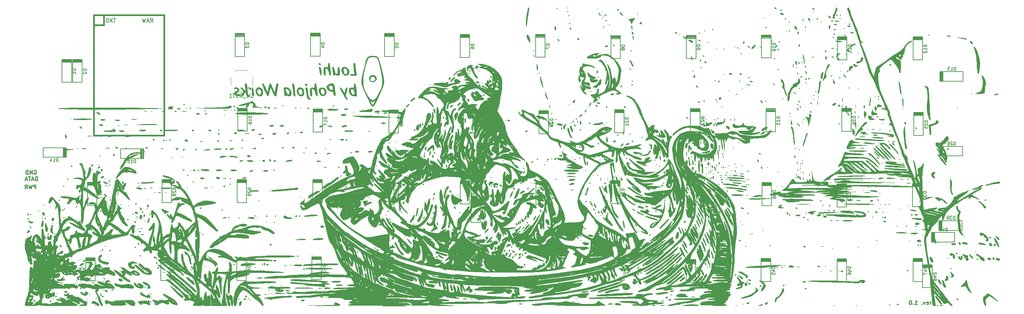
<source format=gbo>
G04 #@! TF.GenerationSoftware,KiCad,Pcbnew,(5.1.5-0-10_14)*
G04 #@! TF.CreationDate,2020-11-29T18:14:47+02:00*
G04 #@! TF.ProjectId,Louhi,4c6f7568-692e-46b6-9963-61645f706362,rev?*
G04 #@! TF.SameCoordinates,Original*
G04 #@! TF.FileFunction,Legend,Bot*
G04 #@! TF.FilePolarity,Positive*
%FSLAX46Y46*%
G04 Gerber Fmt 4.6, Leading zero omitted, Abs format (unit mm)*
G04 Created by KiCad (PCBNEW (5.1.5-0-10_14)) date 2020-11-29 18:14:47*
%MOMM*%
%LPD*%
G04 APERTURE LIST*
%ADD10C,0.250000*%
%ADD11C,0.010000*%
%ADD12C,0.200000*%
%ADD13C,0.120000*%
%ADD14C,0.381000*%
%ADD15C,0.150000*%
G04 APERTURE END LIST*
D10*
X314120476Y-133172380D02*
X314120476Y-132505714D01*
X314120476Y-132696190D02*
X314072857Y-132600952D01*
X314025238Y-132553333D01*
X313930000Y-132505714D01*
X313834761Y-132505714D01*
X313120476Y-133124761D02*
X313215714Y-133172380D01*
X313406190Y-133172380D01*
X313501428Y-133124761D01*
X313549047Y-133029523D01*
X313549047Y-132648571D01*
X313501428Y-132553333D01*
X313406190Y-132505714D01*
X313215714Y-132505714D01*
X313120476Y-132553333D01*
X313072857Y-132648571D01*
X313072857Y-132743809D01*
X313549047Y-132839047D01*
X312739523Y-132505714D02*
X312501428Y-133172380D01*
X312263333Y-132505714D01*
X311882380Y-133077142D02*
X311834761Y-133124761D01*
X311882380Y-133172380D01*
X311930000Y-133124761D01*
X311882380Y-133077142D01*
X311882380Y-133172380D01*
X310120476Y-133172380D02*
X310691904Y-133172380D01*
X310406190Y-133172380D02*
X310406190Y-132172380D01*
X310501428Y-132315238D01*
X310596666Y-132410476D01*
X310691904Y-132458095D01*
X309691904Y-133077142D02*
X309644285Y-133124761D01*
X309691904Y-133172380D01*
X309739523Y-133124761D01*
X309691904Y-133077142D01*
X309691904Y-133172380D01*
X309025238Y-132172380D02*
X308930000Y-132172380D01*
X308834761Y-132220000D01*
X308787142Y-132267619D01*
X308739523Y-132362857D01*
X308691904Y-132553333D01*
X308691904Y-132791428D01*
X308739523Y-132981904D01*
X308787142Y-133077142D01*
X308834761Y-133124761D01*
X308930000Y-133172380D01*
X309025238Y-133172380D01*
X309120476Y-133124761D01*
X309168095Y-133077142D01*
X309215714Y-132981904D01*
X309263333Y-132791428D01*
X309263333Y-132553333D01*
X309215714Y-132362857D01*
X309168095Y-132267619D01*
X309120476Y-132220000D01*
X309025238Y-132172380D01*
X88330000Y-101782380D02*
X88330000Y-100782380D01*
X88091904Y-100782380D01*
X87949047Y-100830000D01*
X87853809Y-100925238D01*
X87806190Y-101020476D01*
X87758571Y-101210952D01*
X87758571Y-101353809D01*
X87806190Y-101544285D01*
X87853809Y-101639523D01*
X87949047Y-101734761D01*
X88091904Y-101782380D01*
X88330000Y-101782380D01*
X87377619Y-101496666D02*
X86901428Y-101496666D01*
X87472857Y-101782380D02*
X87139523Y-100782380D01*
X86806190Y-101782380D01*
X86615714Y-100782380D02*
X86044285Y-100782380D01*
X86330000Y-101782380D02*
X86330000Y-100782380D01*
X85758571Y-101496666D02*
X85282380Y-101496666D01*
X85853809Y-101782380D02*
X85520476Y-100782380D01*
X85187142Y-101782380D01*
X87481904Y-99240000D02*
X87577142Y-99192380D01*
X87720000Y-99192380D01*
X87862857Y-99240000D01*
X87958095Y-99335238D01*
X88005714Y-99430476D01*
X88053333Y-99620952D01*
X88053333Y-99763809D01*
X88005714Y-99954285D01*
X87958095Y-100049523D01*
X87862857Y-100144761D01*
X87720000Y-100192380D01*
X87624761Y-100192380D01*
X87481904Y-100144761D01*
X87434285Y-100097142D01*
X87434285Y-99763809D01*
X87624761Y-99763809D01*
X87005714Y-100192380D02*
X87005714Y-99192380D01*
X86434285Y-100192380D01*
X86434285Y-99192380D01*
X85958095Y-100192380D02*
X85958095Y-99192380D01*
X85720000Y-99192380D01*
X85577142Y-99240000D01*
X85481904Y-99335238D01*
X85434285Y-99430476D01*
X85386666Y-99620952D01*
X85386666Y-99763809D01*
X85434285Y-99954285D01*
X85481904Y-100049523D01*
X85577142Y-100144761D01*
X85720000Y-100192380D01*
X85958095Y-100192380D01*
X87903333Y-103872380D02*
X87903333Y-102872380D01*
X87522380Y-102872380D01*
X87427142Y-102920000D01*
X87379523Y-102967619D01*
X87331904Y-103062857D01*
X87331904Y-103205714D01*
X87379523Y-103300952D01*
X87427142Y-103348571D01*
X87522380Y-103396190D01*
X87903333Y-103396190D01*
X86998571Y-102872380D02*
X86760476Y-103872380D01*
X86570000Y-103158095D01*
X86379523Y-103872380D01*
X86141428Y-102872380D01*
X85189047Y-103872380D02*
X85522380Y-103396190D01*
X85760476Y-103872380D02*
X85760476Y-102872380D01*
X85379523Y-102872380D01*
X85284285Y-102920000D01*
X85236666Y-102967619D01*
X85189047Y-103062857D01*
X85189047Y-103205714D01*
X85236666Y-103300952D01*
X85284285Y-103348571D01*
X85379523Y-103396190D01*
X85760476Y-103396190D01*
D11*
G36*
X172714419Y-75131923D02*
G01*
X172338854Y-75382228D01*
X172185440Y-75680538D01*
X172188755Y-76183580D01*
X172426109Y-76573681D01*
X172810397Y-76809818D01*
X173254512Y-76850972D01*
X173671349Y-76656119D01*
X173840592Y-76460014D01*
X173948095Y-76232145D01*
X173692970Y-76232145D01*
X173568061Y-76465100D01*
X173197703Y-76687227D01*
X172782903Y-76632606D01*
X172572203Y-76465100D01*
X172425158Y-76089877D01*
X172516693Y-75723746D01*
X172775178Y-75456976D01*
X173128984Y-75379832D01*
X173364503Y-75466638D01*
X173666836Y-75813971D01*
X173692970Y-76232145D01*
X173948095Y-76232145D01*
X174026642Y-76065656D01*
X173979473Y-75705146D01*
X173940773Y-75613710D01*
X173623559Y-75243545D01*
X173178714Y-75084322D01*
X172714419Y-75131923D01*
G37*
X172714419Y-75131923D02*
X172338854Y-75382228D01*
X172185440Y-75680538D01*
X172188755Y-76183580D01*
X172426109Y-76573681D01*
X172810397Y-76809818D01*
X173254512Y-76850972D01*
X173671349Y-76656119D01*
X173840592Y-76460014D01*
X173948095Y-76232145D01*
X173692970Y-76232145D01*
X173568061Y-76465100D01*
X173197703Y-76687227D01*
X172782903Y-76632606D01*
X172572203Y-76465100D01*
X172425158Y-76089877D01*
X172516693Y-75723746D01*
X172775178Y-75456976D01*
X173128984Y-75379832D01*
X173364503Y-75466638D01*
X173666836Y-75813971D01*
X173692970Y-76232145D01*
X173948095Y-76232145D01*
X174026642Y-76065656D01*
X173979473Y-75705146D01*
X173940773Y-75613710D01*
X173623559Y-75243545D01*
X173178714Y-75084322D01*
X172714419Y-75131923D01*
G36*
X285481059Y-103293642D02*
G01*
X285565165Y-103377748D01*
X285649271Y-103293642D01*
X285565165Y-103209536D01*
X285481059Y-103293642D01*
G37*
X285481059Y-103293642D02*
X285565165Y-103377748D01*
X285649271Y-103293642D01*
X285565165Y-103209536D01*
X285481059Y-103293642D01*
G36*
X103812185Y-109517483D02*
G01*
X103896291Y-109601589D01*
X103980397Y-109517483D01*
X103896291Y-109433377D01*
X103812185Y-109517483D01*
G37*
X103812185Y-109517483D02*
X103896291Y-109601589D01*
X103980397Y-109517483D01*
X103896291Y-109433377D01*
X103812185Y-109517483D01*
G36*
X104342811Y-109333208D02*
G01*
X104162228Y-109502580D01*
X104199272Y-109599952D01*
X104222788Y-109601589D01*
X104365064Y-109482112D01*
X104416990Y-109407387D01*
X104436816Y-109292280D01*
X104342811Y-109333208D01*
G37*
X104342811Y-109333208D02*
X104162228Y-109502580D01*
X104199272Y-109599952D01*
X104222788Y-109601589D01*
X104365064Y-109482112D01*
X104416990Y-109407387D01*
X104436816Y-109292280D01*
X104342811Y-109333208D01*
G36*
X95569801Y-118432715D02*
G01*
X95653907Y-118516821D01*
X95738013Y-118432715D01*
X95653907Y-118348609D01*
X95569801Y-118432715D01*
G37*
X95569801Y-118432715D02*
X95653907Y-118516821D01*
X95738013Y-118432715D01*
X95653907Y-118348609D01*
X95569801Y-118432715D01*
G36*
X93948894Y-118063115D02*
G01*
X93954528Y-118260150D01*
X94107959Y-118472765D01*
X94319637Y-118630572D01*
X94389742Y-118594919D01*
X94305789Y-118306703D01*
X94129068Y-118086629D01*
X93958826Y-118054425D01*
X93948894Y-118063115D01*
G37*
X93948894Y-118063115D02*
X93954528Y-118260150D01*
X94107959Y-118472765D01*
X94319637Y-118630572D01*
X94389742Y-118594919D01*
X94305789Y-118306703D01*
X94129068Y-118086629D01*
X93958826Y-118054425D01*
X93948894Y-118063115D01*
G36*
X87339107Y-132079667D02*
G01*
X87439297Y-132386038D01*
X87495629Y-132478410D01*
X87618330Y-132610514D01*
X87659395Y-132443445D01*
X87661265Y-132352251D01*
X87599956Y-132056917D01*
X87495629Y-131973775D01*
X87339107Y-132079667D01*
G37*
X87339107Y-132079667D02*
X87439297Y-132386038D01*
X87495629Y-132478410D01*
X87618330Y-132610514D01*
X87659395Y-132443445D01*
X87661265Y-132352251D01*
X87599956Y-132056917D01*
X87495629Y-131973775D01*
X87339107Y-132079667D01*
G36*
X122988344Y-115909536D02*
G01*
X123072450Y-115993642D01*
X123156556Y-115909536D01*
X123072450Y-115825430D01*
X122988344Y-115909536D01*
G37*
X122988344Y-115909536D02*
X123072450Y-115993642D01*
X123156556Y-115909536D01*
X123072450Y-115825430D01*
X122988344Y-115909536D01*
G36*
X127081501Y-120759646D02*
G01*
X127104591Y-120859648D01*
X127193642Y-120871788D01*
X127332100Y-120810242D01*
X127305783Y-120759646D01*
X127106155Y-120739515D01*
X127081501Y-120759646D01*
G37*
X127081501Y-120759646D02*
X127104591Y-120859648D01*
X127193642Y-120871788D01*
X127332100Y-120810242D01*
X127305783Y-120759646D01*
X127106155Y-120739515D01*
X127081501Y-120759646D01*
G36*
X125563890Y-119754079D02*
G01*
X125521266Y-119994136D01*
X125662464Y-120292680D01*
X125902635Y-120505721D01*
X126024289Y-120535364D01*
X126315878Y-120682481D01*
X126439993Y-120997947D01*
X126632573Y-121819544D01*
X126836312Y-122469724D01*
X127030341Y-122889708D01*
X127157366Y-123018416D01*
X127279795Y-122993824D01*
X127232205Y-122743987D01*
X127193774Y-122638360D01*
X127098577Y-122263234D01*
X127115428Y-122039738D01*
X127128556Y-121765329D01*
X126979861Y-121349979D01*
X126719599Y-120867720D01*
X126398023Y-120392582D01*
X126065385Y-119998598D01*
X125771940Y-119759797D01*
X125567941Y-119750212D01*
X125563890Y-119754079D01*
G37*
X125563890Y-119754079D02*
X125521266Y-119994136D01*
X125662464Y-120292680D01*
X125902635Y-120505721D01*
X126024289Y-120535364D01*
X126315878Y-120682481D01*
X126439993Y-120997947D01*
X126632573Y-121819544D01*
X126836312Y-122469724D01*
X127030341Y-122889708D01*
X127157366Y-123018416D01*
X127279795Y-122993824D01*
X127232205Y-122743987D01*
X127193774Y-122638360D01*
X127098577Y-122263234D01*
X127115428Y-122039738D01*
X127128556Y-121765329D01*
X126979861Y-121349979D01*
X126719599Y-120867720D01*
X126398023Y-120392582D01*
X126065385Y-119998598D01*
X125771940Y-119759797D01*
X125567941Y-119750212D01*
X125563890Y-119754079D01*
G36*
X127200728Y-123513714D02*
G01*
X127198992Y-123533141D01*
X127304300Y-123825966D01*
X127445960Y-124007739D01*
X127642807Y-124148878D01*
X127698278Y-124111980D01*
X127625110Y-123887976D01*
X127461702Y-123648566D01*
X127292195Y-123491296D01*
X127200728Y-123513714D01*
G37*
X127200728Y-123513714D02*
X127198992Y-123533141D01*
X127304300Y-123825966D01*
X127445960Y-124007739D01*
X127642807Y-124148878D01*
X127698278Y-124111980D01*
X127625110Y-123887976D01*
X127461702Y-123648566D01*
X127292195Y-123491296D01*
X127200728Y-123513714D01*
G36*
X127081501Y-124292097D02*
G01*
X127104591Y-124392099D01*
X127193642Y-124404238D01*
X127332100Y-124342692D01*
X127305783Y-124292097D01*
X127106155Y-124271965D01*
X127081501Y-124292097D01*
G37*
X127081501Y-124292097D02*
X127104591Y-124392099D01*
X127193642Y-124404238D01*
X127332100Y-124342692D01*
X127305783Y-124292097D01*
X127106155Y-124271965D01*
X127081501Y-124292097D01*
G36*
X135828521Y-125637792D02*
G01*
X135808389Y-125837420D01*
X135828521Y-125862075D01*
X135928522Y-125838984D01*
X135940662Y-125749933D01*
X135879116Y-125611476D01*
X135828521Y-125637792D01*
G37*
X135828521Y-125637792D02*
X135808389Y-125837420D01*
X135828521Y-125862075D01*
X135928522Y-125838984D01*
X135940662Y-125749933D01*
X135879116Y-125611476D01*
X135828521Y-125637792D01*
G36*
X134426755Y-132057880D02*
G01*
X134510861Y-132141986D01*
X134594967Y-132057880D01*
X134510861Y-131973775D01*
X134426755Y-132057880D01*
G37*
X134426755Y-132057880D02*
X134510861Y-132141986D01*
X134594967Y-132057880D01*
X134510861Y-131973775D01*
X134426755Y-132057880D01*
G36*
X200875351Y-80124296D02*
G01*
X200870463Y-80164503D01*
X200998468Y-80327827D01*
X201038675Y-80332715D01*
X201201999Y-80204710D01*
X201206887Y-80164503D01*
X201078882Y-80001179D01*
X201038675Y-79996291D01*
X200875351Y-80124296D01*
G37*
X200875351Y-80124296D02*
X200870463Y-80164503D01*
X200998468Y-80327827D01*
X201038675Y-80332715D01*
X201201999Y-80204710D01*
X201206887Y-80164503D01*
X201078882Y-80001179D01*
X201038675Y-79996291D01*
X200875351Y-80124296D01*
G36*
X198880108Y-79215009D02*
G01*
X198998676Y-79379647D01*
X199140979Y-79610382D01*
X199029597Y-79634940D01*
X198684145Y-79452891D01*
X198376282Y-79335430D01*
X198116850Y-79482170D01*
X198094857Y-79503780D01*
X197936445Y-79744164D01*
X197948633Y-80063516D01*
X198030236Y-80341552D01*
X198253721Y-80805149D01*
X198574918Y-81247979D01*
X198910867Y-81571260D01*
X199152967Y-81678410D01*
X199403037Y-81574747D01*
X199418637Y-81560259D01*
X199644574Y-81488480D01*
X200081291Y-81442159D01*
X200327429Y-81434100D01*
X200832253Y-81401575D01*
X201088983Y-81295652D01*
X201178649Y-81111800D01*
X201160812Y-80899921D01*
X201073905Y-80899683D01*
X200850479Y-80884218D01*
X200657648Y-80674193D01*
X200597246Y-80403844D01*
X200613515Y-80358786D01*
X199188344Y-80358786D01*
X199096482Y-80500861D01*
X198876668Y-80414290D01*
X198613010Y-80132599D01*
X198448754Y-79835512D01*
X198434228Y-79685065D01*
X198596643Y-79722461D01*
X198854072Y-79917474D01*
X199090062Y-80166066D01*
X199188344Y-80358786D01*
X200613515Y-80358786D01*
X200629654Y-80314093D01*
X200656767Y-80190849D01*
X200567419Y-80227979D01*
X200384501Y-80170326D01*
X200126305Y-79925752D01*
X199887886Y-79597456D01*
X199785599Y-79379169D01*
X199635798Y-79323660D01*
X199286559Y-79228721D01*
X199272105Y-79225108D01*
X198940803Y-79157405D01*
X198880108Y-79215009D01*
G37*
X198880108Y-79215009D02*
X198998676Y-79379647D01*
X199140979Y-79610382D01*
X199029597Y-79634940D01*
X198684145Y-79452891D01*
X198376282Y-79335430D01*
X198116850Y-79482170D01*
X198094857Y-79503780D01*
X197936445Y-79744164D01*
X197948633Y-80063516D01*
X198030236Y-80341552D01*
X198253721Y-80805149D01*
X198574918Y-81247979D01*
X198910867Y-81571260D01*
X199152967Y-81678410D01*
X199403037Y-81574747D01*
X199418637Y-81560259D01*
X199644574Y-81488480D01*
X200081291Y-81442159D01*
X200327429Y-81434100D01*
X200832253Y-81401575D01*
X201088983Y-81295652D01*
X201178649Y-81111800D01*
X201160812Y-80899921D01*
X201073905Y-80899683D01*
X200850479Y-80884218D01*
X200657648Y-80674193D01*
X200597246Y-80403844D01*
X200613515Y-80358786D01*
X199188344Y-80358786D01*
X199096482Y-80500861D01*
X198876668Y-80414290D01*
X198613010Y-80132599D01*
X198448754Y-79835512D01*
X198434228Y-79685065D01*
X198596643Y-79722461D01*
X198854072Y-79917474D01*
X199090062Y-80166066D01*
X199188344Y-80358786D01*
X200613515Y-80358786D01*
X200629654Y-80314093D01*
X200656767Y-80190849D01*
X200567419Y-80227979D01*
X200384501Y-80170326D01*
X200126305Y-79925752D01*
X199887886Y-79597456D01*
X199785599Y-79379169D01*
X199635798Y-79323660D01*
X199286559Y-79228721D01*
X199272105Y-79225108D01*
X198940803Y-79157405D01*
X198880108Y-79215009D01*
G36*
X197012817Y-81337702D02*
G01*
X197062133Y-81605851D01*
X197148512Y-81724406D01*
X197330444Y-81780823D01*
X197441116Y-81605456D01*
X197431245Y-81278525D01*
X197320471Y-81161227D01*
X197111678Y-81147743D01*
X197012817Y-81337702D01*
G37*
X197012817Y-81337702D02*
X197062133Y-81605851D01*
X197148512Y-81724406D01*
X197330444Y-81780823D01*
X197441116Y-81605456D01*
X197431245Y-81278525D01*
X197320471Y-81161227D01*
X197111678Y-81147743D01*
X197012817Y-81337702D01*
G36*
X255925260Y-91729073D02*
G01*
X255897431Y-92219239D01*
X255925260Y-92486026D01*
X255966859Y-92565740D01*
X255993252Y-92354401D01*
X255998158Y-92107549D01*
X255985036Y-91743733D01*
X255951487Y-91643860D01*
X255925260Y-91729073D01*
G37*
X255925260Y-91729073D02*
X255897431Y-92219239D01*
X255925260Y-92486026D01*
X255966859Y-92565740D01*
X255993252Y-92354401D01*
X255998158Y-92107549D01*
X255985036Y-91743733D01*
X255951487Y-91643860D01*
X255925260Y-91729073D01*
G36*
X225263120Y-93246965D02*
G01*
X225261192Y-93285033D01*
X225390505Y-93446781D01*
X225439331Y-93453245D01*
X225539793Y-93350192D01*
X225513510Y-93285033D01*
X225362353Y-93124561D01*
X225335370Y-93116821D01*
X225263120Y-93246965D01*
G37*
X225263120Y-93246965D02*
X225261192Y-93285033D01*
X225390505Y-93446781D01*
X225439331Y-93453245D01*
X225539793Y-93350192D01*
X225513510Y-93285033D01*
X225362353Y-93124561D01*
X225335370Y-93116821D01*
X225263120Y-93246965D01*
G36*
X229977971Y-92397868D02*
G01*
X229971126Y-92443973D01*
X230028517Y-92607812D01*
X230045304Y-92612185D01*
X230188918Y-92494313D01*
X230223443Y-92443973D01*
X230210107Y-92288969D01*
X230149265Y-92275761D01*
X229977971Y-92397868D01*
G37*
X229977971Y-92397868D02*
X229971126Y-92443973D01*
X230028517Y-92607812D01*
X230045304Y-92612185D01*
X230188918Y-92494313D01*
X230223443Y-92443973D01*
X230210107Y-92288969D01*
X230149265Y-92275761D01*
X229977971Y-92397868D01*
G36*
X195169755Y-82028937D02*
G01*
X195088055Y-82066868D01*
X194740521Y-82329149D01*
X194577824Y-82596174D01*
X194529498Y-82917851D01*
X194633395Y-82939564D01*
X194837386Y-82730766D01*
X195211851Y-82270772D01*
X195382151Y-82026733D01*
X195363161Y-81959252D01*
X195169755Y-82028937D01*
G37*
X195169755Y-82028937D02*
X195088055Y-82066868D01*
X194740521Y-82329149D01*
X194577824Y-82596174D01*
X194529498Y-82917851D01*
X194633395Y-82939564D01*
X194837386Y-82730766D01*
X195211851Y-82270772D01*
X195382151Y-82026733D01*
X195363161Y-81959252D01*
X195169755Y-82028937D01*
G36*
X192857358Y-82802717D02*
G01*
X192726222Y-82964076D01*
X192658661Y-83232822D01*
X192774526Y-83257894D01*
X193100684Y-83042726D01*
X193135228Y-83016341D01*
X193407796Y-82794437D01*
X193422325Y-82708013D01*
X193192765Y-82691422D01*
X192857358Y-82802717D01*
G37*
X192857358Y-82802717D02*
X192726222Y-82964076D01*
X192658661Y-83232822D01*
X192774526Y-83257894D01*
X193100684Y-83042726D01*
X193135228Y-83016341D01*
X193407796Y-82794437D01*
X193422325Y-82708013D01*
X193192765Y-82691422D01*
X192857358Y-82802717D01*
G36*
X190833819Y-84425872D02*
G01*
X190813687Y-84625500D01*
X190833819Y-84650154D01*
X190933820Y-84627064D01*
X190945960Y-84538013D01*
X190884414Y-84399555D01*
X190833819Y-84425872D01*
G37*
X190833819Y-84425872D02*
X190813687Y-84625500D01*
X190833819Y-84650154D01*
X190933820Y-84627064D01*
X190945960Y-84538013D01*
X190884414Y-84399555D01*
X190833819Y-84425872D01*
G36*
X190943216Y-85633086D02*
G01*
X190846179Y-85834679D01*
X190869037Y-85895331D01*
X191031422Y-86044486D01*
X191110882Y-85874603D01*
X191114172Y-85789675D01*
X191031411Y-85616425D01*
X190943216Y-85633086D01*
G37*
X190943216Y-85633086D02*
X190846179Y-85834679D01*
X190869037Y-85895331D01*
X191031422Y-86044486D01*
X191110882Y-85874603D01*
X191114172Y-85789675D01*
X191031411Y-85616425D01*
X190943216Y-85633086D01*
G36*
X194020291Y-84684955D02*
G01*
X193812573Y-85052322D01*
X193733076Y-85529921D01*
X193814789Y-86007561D01*
X193856054Y-86098591D01*
X194082946Y-86535927D01*
X194365616Y-85747235D01*
X194568027Y-85130432D01*
X194628966Y-84761895D01*
X194546404Y-84583725D01*
X194323244Y-84538013D01*
X194020291Y-84684955D01*
G37*
X194020291Y-84684955D02*
X193812573Y-85052322D01*
X193733076Y-85529921D01*
X193814789Y-86007561D01*
X193856054Y-86098591D01*
X194082946Y-86535927D01*
X194365616Y-85747235D01*
X194568027Y-85130432D01*
X194628966Y-84761895D01*
X194546404Y-84583725D01*
X194323244Y-84538013D01*
X194020291Y-84684955D01*
G36*
X193181552Y-90254094D02*
G01*
X192979720Y-90534417D01*
X192762290Y-90995081D01*
X192557891Y-91562038D01*
X192395151Y-92161239D01*
X192302699Y-92718635D01*
X192291655Y-92937518D01*
X192321869Y-93482076D01*
X192411412Y-93705222D01*
X192471059Y-93698646D01*
X192700392Y-93723326D01*
X192851490Y-93862689D01*
X192967609Y-93967622D01*
X193028344Y-93844628D01*
X193048585Y-93447401D01*
X193048919Y-93248739D01*
X193090139Y-92661508D01*
X193199117Y-92160385D01*
X193276576Y-91981390D01*
X193388916Y-91683629D01*
X193279675Y-91609322D01*
X193007386Y-91795602D01*
X192998145Y-91804768D01*
X192829137Y-91914841D01*
X192818651Y-91768011D01*
X192959846Y-91400353D01*
X193144667Y-91032043D01*
X193343489Y-90564291D01*
X193363382Y-90265940D01*
X193339156Y-90228163D01*
X193181552Y-90254094D01*
G37*
X193181552Y-90254094D02*
X192979720Y-90534417D01*
X192762290Y-90995081D01*
X192557891Y-91562038D01*
X192395151Y-92161239D01*
X192302699Y-92718635D01*
X192291655Y-92937518D01*
X192321869Y-93482076D01*
X192411412Y-93705222D01*
X192471059Y-93698646D01*
X192700392Y-93723326D01*
X192851490Y-93862689D01*
X192967609Y-93967622D01*
X193028344Y-93844628D01*
X193048585Y-93447401D01*
X193048919Y-93248739D01*
X193090139Y-92661508D01*
X193199117Y-92160385D01*
X193276576Y-91981390D01*
X193388916Y-91683629D01*
X193279675Y-91609322D01*
X193007386Y-91795602D01*
X192998145Y-91804768D01*
X192829137Y-91914841D01*
X192818651Y-91768011D01*
X192959846Y-91400353D01*
X193144667Y-91032043D01*
X193343489Y-90564291D01*
X193363382Y-90265940D01*
X193339156Y-90228163D01*
X193181552Y-90254094D01*
G36*
X198347284Y-86472450D02*
G01*
X198186813Y-86623606D01*
X198179073Y-86650589D01*
X198309217Y-86722839D01*
X198347284Y-86724768D01*
X198509032Y-86595455D01*
X198515496Y-86546629D01*
X198412443Y-86446166D01*
X198347284Y-86472450D01*
G37*
X198347284Y-86472450D02*
X198186813Y-86623606D01*
X198179073Y-86650589D01*
X198309217Y-86722839D01*
X198347284Y-86724768D01*
X198509032Y-86595455D01*
X198515496Y-86546629D01*
X198412443Y-86446166D01*
X198347284Y-86472450D01*
G36*
X196353765Y-86305963D02*
G01*
X196362362Y-86750649D01*
X196419709Y-87313510D01*
X196558444Y-86754793D01*
X196625670Y-86351395D01*
X196605734Y-86107611D01*
X196597066Y-86095963D01*
X196436190Y-86059015D01*
X196353765Y-86305963D01*
G37*
X196353765Y-86305963D02*
X196362362Y-86750649D01*
X196419709Y-87313510D01*
X196558444Y-86754793D01*
X196625670Y-86351395D01*
X196605734Y-86107611D01*
X196597066Y-86095963D01*
X196436190Y-86059015D01*
X196353765Y-86305963D01*
G36*
X197858552Y-89440690D02*
G01*
X197776245Y-89605947D01*
X197827013Y-89728488D01*
X197984762Y-89861450D01*
X198090784Y-89759350D01*
X198134855Y-89504109D01*
X197939069Y-89421193D01*
X197858552Y-89440690D01*
G37*
X197858552Y-89440690D02*
X197776245Y-89605947D01*
X197827013Y-89728488D01*
X197984762Y-89861450D01*
X198090784Y-89759350D01*
X198134855Y-89504109D01*
X197939069Y-89421193D01*
X197858552Y-89440690D01*
G36*
X199020132Y-91855231D02*
G01*
X199104238Y-91939337D01*
X199188344Y-91855231D01*
X199104238Y-91771126D01*
X199020132Y-91855231D01*
G37*
X199020132Y-91855231D02*
X199104238Y-91939337D01*
X199188344Y-91855231D01*
X199104238Y-91771126D01*
X199020132Y-91855231D01*
G36*
X230475761Y-96565165D02*
G01*
X230559867Y-96649271D01*
X230643973Y-96565165D01*
X230559867Y-96481059D01*
X230475761Y-96565165D01*
G37*
X230475761Y-96565165D02*
X230559867Y-96649271D01*
X230643973Y-96565165D01*
X230559867Y-96481059D01*
X230475761Y-96565165D01*
G36*
X186422265Y-93423609D02*
G01*
X186291275Y-93722535D01*
X186265399Y-94006609D01*
X186300814Y-94078739D01*
X186423442Y-94026638D01*
X186510322Y-93855797D01*
X186637151Y-93530840D01*
X186692420Y-93411192D01*
X186637850Y-93290139D01*
X186593713Y-93285033D01*
X186422265Y-93423609D01*
G37*
X186422265Y-93423609D02*
X186291275Y-93722535D01*
X186265399Y-94006609D01*
X186300814Y-94078739D01*
X186423442Y-94026638D01*
X186510322Y-93855797D01*
X186637151Y-93530840D01*
X186692420Y-93411192D01*
X186637850Y-93290139D01*
X186593713Y-93285033D01*
X186422265Y-93423609D01*
G36*
X188121171Y-92804416D02*
G01*
X187749576Y-93067958D01*
X187358896Y-93454406D01*
X187035436Y-93886981D01*
X186971749Y-93999933D01*
X186855136Y-94348587D01*
X186940323Y-94456607D01*
X187166486Y-94293615D01*
X187277812Y-94152788D01*
X187605283Y-93824665D01*
X187876092Y-93642233D01*
X188151991Y-93530340D01*
X188245804Y-93657749D01*
X188254569Y-93877784D01*
X188307318Y-94167640D01*
X188422781Y-94210198D01*
X188541482Y-93980875D01*
X188586730Y-93579872D01*
X188561903Y-93147373D01*
X188470378Y-92823562D01*
X188387374Y-92740559D01*
X188121171Y-92804416D01*
G37*
X188121171Y-92804416D02*
X187749576Y-93067958D01*
X187358896Y-93454406D01*
X187035436Y-93886981D01*
X186971749Y-93999933D01*
X186855136Y-94348587D01*
X186940323Y-94456607D01*
X187166486Y-94293615D01*
X187277812Y-94152788D01*
X187605283Y-93824665D01*
X187876092Y-93642233D01*
X188151991Y-93530340D01*
X188245804Y-93657749D01*
X188254569Y-93877784D01*
X188307318Y-94167640D01*
X188422781Y-94210198D01*
X188541482Y-93980875D01*
X188586730Y-93579872D01*
X188561903Y-93147373D01*
X188470378Y-92823562D01*
X188387374Y-92740559D01*
X188121171Y-92804416D01*
G36*
X188479940Y-94734369D02*
G01*
X188506887Y-94798940D01*
X188729720Y-94960872D01*
X188779060Y-94967152D01*
X188870258Y-94863512D01*
X188843311Y-94798940D01*
X188620478Y-94637008D01*
X188571138Y-94630728D01*
X188479940Y-94734369D01*
G37*
X188479940Y-94734369D02*
X188506887Y-94798940D01*
X188729720Y-94960872D01*
X188779060Y-94967152D01*
X188870258Y-94863512D01*
X188843311Y-94798940D01*
X188620478Y-94637008D01*
X188571138Y-94630728D01*
X188479940Y-94734369D01*
G36*
X186121118Y-94767400D02*
G01*
X186101065Y-95030295D01*
X186134398Y-95089807D01*
X186210852Y-95039639D01*
X186222746Y-94869028D01*
X186181666Y-94689541D01*
X186121118Y-94767400D01*
G37*
X186121118Y-94767400D02*
X186101065Y-95030295D01*
X186134398Y-95089807D01*
X186210852Y-95039639D01*
X186222746Y-94869028D01*
X186181666Y-94689541D01*
X186121118Y-94767400D01*
G36*
X187635274Y-94393913D02*
G01*
X187565541Y-94509406D01*
X187445533Y-94920980D01*
X187446016Y-95182254D01*
X187499566Y-95433147D01*
X187573796Y-95368307D01*
X187625294Y-95247765D01*
X187728438Y-94815508D01*
X187744818Y-94574918D01*
X187723889Y-94326556D01*
X187635274Y-94393913D01*
G37*
X187635274Y-94393913D02*
X187565541Y-94509406D01*
X187445533Y-94920980D01*
X187446016Y-95182254D01*
X187499566Y-95433147D01*
X187573796Y-95368307D01*
X187625294Y-95247765D01*
X187728438Y-94815508D01*
X187744818Y-94574918D01*
X187723889Y-94326556D01*
X187635274Y-94393913D01*
G36*
X186048890Y-95423427D02*
G01*
X185917240Y-95698014D01*
X185926236Y-95804006D01*
X186059826Y-95907377D01*
X186113372Y-95874796D01*
X186224993Y-95611854D01*
X186236026Y-95494216D01*
X186182656Y-95334037D01*
X186048890Y-95423427D01*
G37*
X186048890Y-95423427D02*
X185917240Y-95698014D01*
X185926236Y-95804006D01*
X186059826Y-95907377D01*
X186113372Y-95874796D01*
X186224993Y-95611854D01*
X186236026Y-95494216D01*
X186182656Y-95334037D01*
X186048890Y-95423427D01*
G36*
X188096505Y-95592149D02*
G01*
X188114818Y-95800356D01*
X188168934Y-96051425D01*
X188261504Y-96003412D01*
X188377283Y-95822598D01*
X188489497Y-95501641D01*
X188408145Y-95378636D01*
X188176756Y-95342182D01*
X188096505Y-95592149D01*
G37*
X188096505Y-95592149D02*
X188114818Y-95800356D01*
X188168934Y-96051425D01*
X188261504Y-96003412D01*
X188377283Y-95822598D01*
X188489497Y-95501641D01*
X188408145Y-95378636D01*
X188176756Y-95342182D01*
X188096505Y-95592149D01*
G36*
X191623224Y-97942572D02*
G01*
X191621383Y-98037020D01*
X191648961Y-98413637D01*
X191732111Y-98472868D01*
X191837566Y-98274083D01*
X191832736Y-97944078D01*
X191774032Y-97811501D01*
X191665302Y-97724324D01*
X191623224Y-97942572D01*
G37*
X191623224Y-97942572D02*
X191621383Y-98037020D01*
X191648961Y-98413637D01*
X191732111Y-98472868D01*
X191837566Y-98274083D01*
X191832736Y-97944078D01*
X191774032Y-97811501D01*
X191665302Y-97724324D01*
X191623224Y-97942572D01*
G36*
X167396291Y-103293642D02*
G01*
X167480397Y-103377748D01*
X167564503Y-103293642D01*
X167480397Y-103209536D01*
X167396291Y-103293642D01*
G37*
X167396291Y-103293642D02*
X167480397Y-103377748D01*
X167564503Y-103293642D01*
X167480397Y-103209536D01*
X167396291Y-103293642D01*
G36*
X166387020Y-103293642D02*
G01*
X166226548Y-103444799D01*
X166218808Y-103471781D01*
X166348952Y-103544031D01*
X166387020Y-103545960D01*
X166548767Y-103416647D01*
X166555231Y-103367821D01*
X166452179Y-103267358D01*
X166387020Y-103293642D01*
G37*
X166387020Y-103293642D02*
X166226548Y-103444799D01*
X166218808Y-103471781D01*
X166348952Y-103544031D01*
X166387020Y-103545960D01*
X166548767Y-103416647D01*
X166555231Y-103367821D01*
X166452179Y-103267358D01*
X166387020Y-103293642D01*
G36*
X172274437Y-103461854D02*
G01*
X172358543Y-103545960D01*
X172442649Y-103461854D01*
X172358543Y-103377748D01*
X172274437Y-103461854D01*
G37*
X172274437Y-103461854D02*
X172358543Y-103545960D01*
X172442649Y-103461854D01*
X172358543Y-103377748D01*
X172274437Y-103461854D01*
G36*
X172610861Y-103630066D02*
G01*
X172694967Y-103714172D01*
X172779073Y-103630066D01*
X172694967Y-103545960D01*
X172610861Y-103630066D01*
G37*
X172610861Y-103630066D02*
X172694967Y-103714172D01*
X172779073Y-103630066D01*
X172694967Y-103545960D01*
X172610861Y-103630066D01*
G36*
X180543520Y-102671781D02*
G01*
X180516821Y-102789006D01*
X180664129Y-102991263D01*
X180957947Y-103041324D01*
X181253990Y-103012936D01*
X181265934Y-102891401D01*
X181189669Y-102789006D01*
X180903282Y-102575250D01*
X180748542Y-102536688D01*
X180543520Y-102671781D01*
G37*
X180543520Y-102671781D02*
X180516821Y-102789006D01*
X180664129Y-102991263D01*
X180957947Y-103041324D01*
X181253990Y-103012936D01*
X181265934Y-102891401D01*
X181189669Y-102789006D01*
X180903282Y-102575250D01*
X180748542Y-102536688D01*
X180543520Y-102671781D01*
G36*
X181694304Y-100434039D02*
G01*
X181778410Y-100518145D01*
X181862516Y-100434039D01*
X181778410Y-100349933D01*
X181694304Y-100434039D01*
G37*
X181694304Y-100434039D02*
X181778410Y-100518145D01*
X181862516Y-100434039D01*
X181778410Y-100349933D01*
X181694304Y-100434039D01*
G36*
X256774643Y-101630470D02*
G01*
X256800927Y-101695629D01*
X256952083Y-101856100D01*
X256979066Y-101863841D01*
X257051316Y-101733697D01*
X257053245Y-101695629D01*
X256923931Y-101533881D01*
X256875105Y-101527417D01*
X256774643Y-101630470D01*
G37*
X256774643Y-101630470D02*
X256800927Y-101695629D01*
X256952083Y-101856100D01*
X256979066Y-101863841D01*
X257051316Y-101733697D01*
X257053245Y-101695629D01*
X256923931Y-101533881D01*
X256875105Y-101527417D01*
X256774643Y-101630470D01*
G36*
X259629198Y-104327464D02*
G01*
X259660529Y-104387020D01*
X259819021Y-104547662D01*
X259848596Y-104555231D01*
X259860073Y-104446575D01*
X259828741Y-104387020D01*
X259670250Y-104226377D01*
X259640675Y-104218808D01*
X259629198Y-104327464D01*
G37*
X259629198Y-104327464D02*
X259660529Y-104387020D01*
X259819021Y-104547662D01*
X259848596Y-104555231D01*
X259860073Y-104446575D01*
X259828741Y-104387020D01*
X259670250Y-104226377D01*
X259640675Y-104218808D01*
X259629198Y-104327464D01*
G36*
X171938013Y-105985033D02*
G01*
X172022119Y-106069139D01*
X172106225Y-105985033D01*
X172022119Y-105900927D01*
X171938013Y-105985033D01*
G37*
X171938013Y-105985033D02*
X172022119Y-106069139D01*
X172106225Y-105985033D01*
X172022119Y-105900927D01*
X171938013Y-105985033D01*
G36*
X172442649Y-106489669D02*
G01*
X172526755Y-106573775D01*
X172610861Y-106489669D01*
X172526755Y-106405563D01*
X172442649Y-106489669D01*
G37*
X172442649Y-106489669D02*
X172526755Y-106573775D01*
X172610861Y-106489669D01*
X172526755Y-106405563D01*
X172442649Y-106489669D01*
G36*
X170825137Y-106948062D02*
G01*
X170614292Y-107068560D01*
X170592318Y-107162516D01*
X170683147Y-107386367D01*
X170760529Y-107414834D01*
X170886978Y-107558787D01*
X170928741Y-107835364D01*
X171002800Y-108171013D01*
X171177907Y-108248909D01*
X171349271Y-108087682D01*
X171585843Y-107947807D01*
X171789656Y-107919470D01*
X172015930Y-107853106D01*
X172022119Y-107751258D01*
X172080224Y-107625160D01*
X172330619Y-107583046D01*
X172680195Y-107498980D01*
X172831960Y-107351425D01*
X172828431Y-107212787D01*
X172617068Y-107200606D01*
X172303268Y-107263306D01*
X171765022Y-107377470D01*
X171518070Y-107393807D01*
X171530333Y-107307280D01*
X171695598Y-107167866D01*
X171870534Y-107014280D01*
X171823071Y-106941367D01*
X171505202Y-106917937D01*
X171307218Y-106915548D01*
X170825137Y-106948062D01*
G37*
X170825137Y-106948062D02*
X170614292Y-107068560D01*
X170592318Y-107162516D01*
X170683147Y-107386367D01*
X170760529Y-107414834D01*
X170886978Y-107558787D01*
X170928741Y-107835364D01*
X171002800Y-108171013D01*
X171177907Y-108248909D01*
X171349271Y-108087682D01*
X171585843Y-107947807D01*
X171789656Y-107919470D01*
X172015930Y-107853106D01*
X172022119Y-107751258D01*
X172080224Y-107625160D01*
X172330619Y-107583046D01*
X172680195Y-107498980D01*
X172831960Y-107351425D01*
X172828431Y-107212787D01*
X172617068Y-107200606D01*
X172303268Y-107263306D01*
X171765022Y-107377470D01*
X171518070Y-107393807D01*
X171530333Y-107307280D01*
X171695598Y-107167866D01*
X171870534Y-107014280D01*
X171823071Y-106941367D01*
X171505202Y-106917937D01*
X171307218Y-106915548D01*
X170825137Y-106948062D01*
G36*
X218388709Y-106023166D02*
G01*
X218364503Y-106143317D01*
X218452326Y-106373467D01*
X218532715Y-106405563D01*
X218696112Y-106284832D01*
X218700927Y-106247278D01*
X218578654Y-106019463D01*
X218532715Y-105985033D01*
X218388709Y-106023166D01*
G37*
X218388709Y-106023166D02*
X218364503Y-106143317D01*
X218452326Y-106373467D01*
X218532715Y-106405563D01*
X218696112Y-106284832D01*
X218700927Y-106247278D01*
X218578654Y-106019463D01*
X218532715Y-105985033D01*
X218388709Y-106023166D01*
G36*
X202889006Y-100938675D02*
G01*
X202973112Y-101022781D01*
X203057218Y-100938675D01*
X202973112Y-100854569D01*
X202889006Y-100938675D01*
G37*
X202889006Y-100938675D02*
X202973112Y-101022781D01*
X203057218Y-100938675D01*
X202973112Y-100854569D01*
X202889006Y-100938675D01*
G36*
X212981722Y-102284371D02*
G01*
X213065827Y-102368477D01*
X213149933Y-102284371D01*
X213065827Y-102200265D01*
X212981722Y-102284371D01*
G37*
X212981722Y-102284371D02*
X213065827Y-102368477D01*
X213149933Y-102284371D01*
X213065827Y-102200265D01*
X212981722Y-102284371D01*
G36*
X210347489Y-102303905D02*
G01*
X210374437Y-102368477D01*
X210597269Y-102530408D01*
X210646609Y-102536688D01*
X210737808Y-102433048D01*
X210710861Y-102368477D01*
X210488028Y-102206545D01*
X210438688Y-102200265D01*
X210347489Y-102303905D01*
G37*
X210347489Y-102303905D02*
X210374437Y-102368477D01*
X210597269Y-102530408D01*
X210646609Y-102536688D01*
X210737808Y-102433048D01*
X210710861Y-102368477D01*
X210488028Y-102206545D01*
X210438688Y-102200265D01*
X210347489Y-102303905D01*
G36*
X213780728Y-102425285D02*
G01*
X213759597Y-102486681D01*
X213990993Y-102510129D01*
X214229792Y-102483694D01*
X214201258Y-102425285D01*
X213856870Y-102403068D01*
X213780728Y-102425285D01*
G37*
X213780728Y-102425285D02*
X213759597Y-102486681D01*
X213990993Y-102510129D01*
X214229792Y-102483694D01*
X214201258Y-102425285D01*
X213856870Y-102403068D01*
X213780728Y-102425285D01*
G36*
X202542142Y-102212351D02*
G01*
X202415250Y-102578741D01*
X202432294Y-102912346D01*
X202541409Y-103041324D01*
X202696975Y-102903883D01*
X202720794Y-102768410D01*
X202765037Y-102589913D01*
X202948660Y-102684861D01*
X202973112Y-102704900D01*
X203172085Y-102822179D01*
X203225195Y-102667644D01*
X203225430Y-102641391D01*
X203326833Y-102404912D01*
X203427284Y-102368477D01*
X203538575Y-102307892D01*
X203446685Y-102186023D01*
X203149339Y-102063995D01*
X202866354Y-102059864D01*
X202542142Y-102212351D01*
G37*
X202542142Y-102212351D02*
X202415250Y-102578741D01*
X202432294Y-102912346D01*
X202541409Y-103041324D01*
X202696975Y-102903883D01*
X202720794Y-102768410D01*
X202765037Y-102589913D01*
X202948660Y-102684861D01*
X202973112Y-102704900D01*
X203172085Y-102822179D01*
X203225195Y-102667644D01*
X203225430Y-102641391D01*
X203326833Y-102404912D01*
X203427284Y-102368477D01*
X203538575Y-102307892D01*
X203446685Y-102186023D01*
X203149339Y-102063995D01*
X202866354Y-102059864D01*
X202542142Y-102212351D01*
G36*
X202945077Y-103097395D02*
G01*
X202924945Y-103297023D01*
X202945077Y-103321677D01*
X203045079Y-103298587D01*
X203057218Y-103209536D01*
X202995672Y-103071079D01*
X202945077Y-103097395D01*
G37*
X202945077Y-103097395D02*
X202924945Y-103297023D01*
X202945077Y-103321677D01*
X203045079Y-103298587D01*
X203057218Y-103209536D01*
X202995672Y-103071079D01*
X202945077Y-103097395D01*
G36*
X205170131Y-102856504D02*
G01*
X205214953Y-103053049D01*
X205407474Y-103207015D01*
X205668022Y-103291751D01*
X205748609Y-103236051D01*
X205642096Y-102999702D01*
X205415004Y-102830580D01*
X205206003Y-102819668D01*
X205170131Y-102856504D01*
G37*
X205170131Y-102856504D02*
X205214953Y-103053049D01*
X205407474Y-103207015D01*
X205668022Y-103291751D01*
X205748609Y-103236051D01*
X205642096Y-102999702D01*
X205415004Y-102830580D01*
X205206003Y-102819668D01*
X205170131Y-102856504D01*
G36*
X203745954Y-102449172D02*
G01*
X203640051Y-102546249D01*
X203590428Y-102829369D01*
X203653140Y-103190211D01*
X203787899Y-103474711D01*
X203901483Y-103545960D01*
X204023373Y-103401385D01*
X204066490Y-103104834D01*
X204094317Y-102808472D01*
X204215365Y-102796318D01*
X204322873Y-102876486D01*
X204604717Y-103005354D01*
X204726903Y-102862035D01*
X204681291Y-102628049D01*
X204455502Y-102436249D01*
X204086096Y-102372097D01*
X203745954Y-102449172D01*
G37*
X203745954Y-102449172D02*
X203640051Y-102546249D01*
X203590428Y-102829369D01*
X203653140Y-103190211D01*
X203787899Y-103474711D01*
X203901483Y-103545960D01*
X204023373Y-103401385D01*
X204066490Y-103104834D01*
X204094317Y-102808472D01*
X204215365Y-102796318D01*
X204322873Y-102876486D01*
X204604717Y-103005354D01*
X204726903Y-102862035D01*
X204681291Y-102628049D01*
X204455502Y-102436249D01*
X204086096Y-102372097D01*
X203745954Y-102449172D01*
G36*
X204402914Y-103293642D02*
G01*
X204242442Y-103444799D01*
X204234702Y-103471781D01*
X204364846Y-103544031D01*
X204402914Y-103545960D01*
X204564661Y-103416647D01*
X204571126Y-103367821D01*
X204468073Y-103267358D01*
X204402914Y-103293642D01*
G37*
X204402914Y-103293642D02*
X204242442Y-103444799D01*
X204234702Y-103471781D01*
X204364846Y-103544031D01*
X204402914Y-103545960D01*
X204564661Y-103416647D01*
X204571126Y-103367821D01*
X204468073Y-103267358D01*
X204402914Y-103293642D01*
G36*
X215056335Y-103433819D02*
G01*
X215036204Y-103633447D01*
X215056335Y-103658101D01*
X215156337Y-103635011D01*
X215168476Y-103545960D01*
X215106930Y-103407502D01*
X215056335Y-103433819D01*
G37*
X215056335Y-103433819D02*
X215036204Y-103633447D01*
X215056335Y-103658101D01*
X215156337Y-103635011D01*
X215168476Y-103545960D01*
X215106930Y-103407502D01*
X215056335Y-103433819D01*
G36*
X208776424Y-103630066D02*
G01*
X208614628Y-103845118D01*
X208608212Y-103892311D01*
X208736514Y-104046065D01*
X208776424Y-104050596D01*
X208924049Y-103913678D01*
X208944635Y-103788350D01*
X208863088Y-103614242D01*
X208776424Y-103630066D01*
G37*
X208776424Y-103630066D02*
X208614628Y-103845118D01*
X208608212Y-103892311D01*
X208736514Y-104046065D01*
X208776424Y-104050596D01*
X208924049Y-103913678D01*
X208944635Y-103788350D01*
X208863088Y-103614242D01*
X208776424Y-103630066D01*
G36*
X212278035Y-103677726D02*
G01*
X212149513Y-103891838D01*
X212165894Y-103963686D01*
X212341642Y-103958480D01*
X212364944Y-103938454D01*
X212475848Y-103679496D01*
X212477086Y-103652494D01*
X212391743Y-103589951D01*
X212278035Y-103677726D01*
G37*
X212278035Y-103677726D02*
X212149513Y-103891838D01*
X212165894Y-103963686D01*
X212341642Y-103958480D01*
X212364944Y-103938454D01*
X212475848Y-103679496D01*
X212477086Y-103652494D01*
X212391743Y-103589951D01*
X212278035Y-103677726D01*
G36*
X215363457Y-103451672D02*
G01*
X215403198Y-103695122D01*
X215598545Y-104013168D01*
X215849704Y-104257346D01*
X216128067Y-104391635D01*
X216319011Y-104372508D01*
X216345960Y-104296995D01*
X216239518Y-104027661D01*
X215993974Y-103699538D01*
X215720001Y-103443679D01*
X215569660Y-103377748D01*
X215363457Y-103451672D01*
G37*
X215363457Y-103451672D02*
X215403198Y-103695122D01*
X215598545Y-104013168D01*
X215849704Y-104257346D01*
X216128067Y-104391635D01*
X216319011Y-104372508D01*
X216345960Y-104296995D01*
X216239518Y-104027661D01*
X215993974Y-103699538D01*
X215720001Y-103443679D01*
X215569660Y-103377748D01*
X215363457Y-103451672D01*
G36*
X210985765Y-104469135D02*
G01*
X210671955Y-104661961D01*
X210399831Y-104885217D01*
X210276522Y-105058625D01*
X210290331Y-105094279D01*
X210483411Y-105073963D01*
X210849140Y-104941910D01*
X210921126Y-104910190D01*
X211313313Y-104686013D01*
X211463719Y-104499651D01*
X211345667Y-104395689D01*
X211234132Y-104387020D01*
X210985765Y-104469135D01*
G37*
X210985765Y-104469135D02*
X210671955Y-104661961D01*
X210399831Y-104885217D01*
X210276522Y-105058625D01*
X210290331Y-105094279D01*
X210483411Y-105073963D01*
X210849140Y-104941910D01*
X210921126Y-104910190D01*
X211313313Y-104686013D01*
X211463719Y-104499651D01*
X211345667Y-104395689D01*
X211234132Y-104387020D01*
X210985765Y-104469135D01*
G36*
X208419836Y-104499269D02*
G01*
X208241145Y-104787626D01*
X208047697Y-105192183D01*
X207885773Y-105611618D01*
X207801655Y-105944608D01*
X207801569Y-106039519D01*
X207885602Y-106057442D01*
X208051276Y-105805906D01*
X208233635Y-105411701D01*
X208424326Y-104913419D01*
X208531454Y-104553460D01*
X208537485Y-104428435D01*
X208419836Y-104499269D01*
G37*
X208419836Y-104499269D02*
X208241145Y-104787626D01*
X208047697Y-105192183D01*
X207885773Y-105611618D01*
X207801655Y-105944608D01*
X207801569Y-106039519D01*
X207885602Y-106057442D01*
X208051276Y-105805906D01*
X208233635Y-105411701D01*
X208424326Y-104913419D01*
X208531454Y-104553460D01*
X208537485Y-104428435D01*
X208419836Y-104499269D01*
G36*
X210029792Y-103801358D02*
G01*
X209811620Y-104067423D01*
X209809641Y-104069964D01*
X209549361Y-104497659D01*
X209307306Y-105039135D01*
X209269921Y-105143973D01*
X209090047Y-105619364D01*
X208922449Y-105973198D01*
X208885581Y-106031151D01*
X208781131Y-106254946D01*
X208941895Y-106275672D01*
X209303031Y-106123716D01*
X209643324Y-105792173D01*
X209917809Y-105225519D01*
X210087115Y-104524026D01*
X210122119Y-104037529D01*
X210110455Y-103793764D01*
X210029792Y-103801358D01*
G37*
X210029792Y-103801358D02*
X209811620Y-104067423D01*
X209809641Y-104069964D01*
X209549361Y-104497659D01*
X209307306Y-105039135D01*
X209269921Y-105143973D01*
X209090047Y-105619364D01*
X208922449Y-105973198D01*
X208885581Y-106031151D01*
X208781131Y-106254946D01*
X208941895Y-106275672D01*
X209303031Y-106123716D01*
X209643324Y-105792173D01*
X209917809Y-105225519D01*
X210087115Y-104524026D01*
X210122119Y-104037529D01*
X210110455Y-103793764D01*
X210029792Y-103801358D01*
G36*
X216953647Y-111672463D02*
G01*
X216826477Y-111745178D01*
X216755932Y-112023532D01*
X216872351Y-112410334D01*
X217121316Y-112779688D01*
X217353786Y-112965054D01*
X217570283Y-113057497D01*
X217662794Y-112978546D01*
X217669044Y-112661104D01*
X217654323Y-112430533D01*
X217579017Y-111935525D01*
X217420255Y-111696700D01*
X217293425Y-111648351D01*
X216953647Y-111672463D01*
G37*
X216953647Y-111672463D02*
X216826477Y-111745178D01*
X216755932Y-112023532D01*
X216872351Y-112410334D01*
X217121316Y-112779688D01*
X217353786Y-112965054D01*
X217570283Y-113057497D01*
X217662794Y-112978546D01*
X217669044Y-112661104D01*
X217654323Y-112430533D01*
X217579017Y-111935525D01*
X217420255Y-111696700D01*
X217293425Y-111648351D01*
X216953647Y-111672463D01*
G36*
X262305147Y-109093472D02*
G01*
X262466744Y-109438238D01*
X262788507Y-110024667D01*
X263118992Y-110589624D01*
X263323077Y-110880297D01*
X263423756Y-110923837D01*
X263445298Y-110800259D01*
X263362831Y-110557486D01*
X263157936Y-110146448D01*
X262894370Y-109679088D01*
X262635888Y-109267350D01*
X262446248Y-109023175D01*
X262422532Y-109004508D01*
X262294814Y-108961174D01*
X262305147Y-109093472D01*
G37*
X262305147Y-109093472D02*
X262466744Y-109438238D01*
X262788507Y-110024667D01*
X263118992Y-110589624D01*
X263323077Y-110880297D01*
X263423756Y-110923837D01*
X263445298Y-110800259D01*
X263362831Y-110557486D01*
X263157936Y-110146448D01*
X262894370Y-109679088D01*
X262635888Y-109267350D01*
X262446248Y-109023175D01*
X262422532Y-109004508D01*
X262294814Y-108961174D01*
X262305147Y-109093472D01*
G36*
X262006975Y-109597208D02*
G01*
X262204870Y-110109121D01*
X262451227Y-110610861D01*
X262752523Y-111187921D01*
X263055629Y-111770417D01*
X263064934Y-111788344D01*
X263459041Y-112494129D01*
X263771470Y-112946743D01*
X263987067Y-113133934D01*
X264090679Y-113043448D01*
X264067149Y-112663032D01*
X264053124Y-112587351D01*
X263870000Y-112052985D01*
X263618367Y-111620132D01*
X263349292Y-111237004D01*
X263008383Y-110702333D01*
X262785645Y-110330370D01*
X262387342Y-109703200D01*
X262114162Y-109380869D01*
X261982056Y-109349998D01*
X262006975Y-109597208D01*
G37*
X262006975Y-109597208D02*
X262204870Y-110109121D01*
X262451227Y-110610861D01*
X262752523Y-111187921D01*
X263055629Y-111770417D01*
X263064934Y-111788344D01*
X263459041Y-112494129D01*
X263771470Y-112946743D01*
X263987067Y-113133934D01*
X264090679Y-113043448D01*
X264067149Y-112663032D01*
X264053124Y-112587351D01*
X263870000Y-112052985D01*
X263618367Y-111620132D01*
X263349292Y-111237004D01*
X263008383Y-110702333D01*
X262785645Y-110330370D01*
X262387342Y-109703200D01*
X262114162Y-109380869D01*
X261982056Y-109349998D01*
X262006975Y-109597208D01*
G36*
X185736278Y-102664693D02*
G01*
X185731390Y-102704900D01*
X185859395Y-102868224D01*
X185899602Y-102873112D01*
X186062926Y-102745107D01*
X186067814Y-102704900D01*
X185939809Y-102541577D01*
X185899602Y-102536688D01*
X185736278Y-102664693D01*
G37*
X185736278Y-102664693D02*
X185731390Y-102704900D01*
X185859395Y-102868224D01*
X185899602Y-102873112D01*
X186062926Y-102745107D01*
X186067814Y-102704900D01*
X185939809Y-102541577D01*
X185899602Y-102536688D01*
X185736278Y-102664693D01*
G36*
X192483851Y-104334741D02*
G01*
X192517297Y-104579636D01*
X192660768Y-104799141D01*
X192741002Y-104845269D01*
X192869687Y-104778486D01*
X192847542Y-104564837D01*
X192709550Y-104286946D01*
X192596126Y-104218808D01*
X192483851Y-104334741D01*
G37*
X192483851Y-104334741D02*
X192517297Y-104579636D01*
X192660768Y-104799141D01*
X192741002Y-104845269D01*
X192869687Y-104778486D01*
X192847542Y-104564837D01*
X192709550Y-104286946D01*
X192596126Y-104218808D01*
X192483851Y-104334741D01*
G36*
X188572069Y-105011506D02*
G01*
X188440419Y-105286093D01*
X188449415Y-105392086D01*
X188583005Y-105495456D01*
X188636550Y-105462875D01*
X188748172Y-105199933D01*
X188759205Y-105082296D01*
X188705834Y-104922117D01*
X188572069Y-105011506D01*
G37*
X188572069Y-105011506D02*
X188440419Y-105286093D01*
X188449415Y-105392086D01*
X188583005Y-105495456D01*
X188636550Y-105462875D01*
X188748172Y-105199933D01*
X188759205Y-105082296D01*
X188705834Y-104922117D01*
X188572069Y-105011506D01*
G36*
X194534481Y-105284150D02*
G01*
X194514349Y-105483778D01*
X194534481Y-105508432D01*
X194634483Y-105485342D01*
X194646622Y-105396291D01*
X194585076Y-105257834D01*
X194534481Y-105284150D01*
G37*
X194534481Y-105284150D02*
X194514349Y-105483778D01*
X194534481Y-105508432D01*
X194634483Y-105485342D01*
X194646622Y-105396291D01*
X194585076Y-105257834D01*
X194534481Y-105284150D01*
G36*
X192081390Y-103245124D02*
G01*
X191859318Y-103449616D01*
X191599869Y-103885053D01*
X191346569Y-104455830D01*
X191142945Y-105066341D01*
X191044582Y-105522450D01*
X191023780Y-105986388D01*
X191095764Y-106222056D01*
X191217959Y-106196537D01*
X191347790Y-105876914D01*
X191370933Y-105774768D01*
X191587864Y-104853617D01*
X191800591Y-104238594D01*
X192019708Y-103899725D01*
X192040111Y-103881742D01*
X192236406Y-103621636D01*
X192282946Y-103366604D01*
X192172001Y-103235826D01*
X192081390Y-103245124D01*
G37*
X192081390Y-103245124D02*
X191859318Y-103449616D01*
X191599869Y-103885053D01*
X191346569Y-104455830D01*
X191142945Y-105066341D01*
X191044582Y-105522450D01*
X191023780Y-105986388D01*
X191095764Y-106222056D01*
X191217959Y-106196537D01*
X191347790Y-105876914D01*
X191370933Y-105774768D01*
X191587864Y-104853617D01*
X191800591Y-104238594D01*
X192019708Y-103899725D01*
X192040111Y-103881742D01*
X192236406Y-103621636D01*
X192282946Y-103366604D01*
X192172001Y-103235826D01*
X192081390Y-103245124D01*
G36*
X188261415Y-106191246D02*
G01*
X188254569Y-106237351D01*
X188311961Y-106401189D01*
X188328748Y-106405563D01*
X188472362Y-106287690D01*
X188506887Y-106237351D01*
X188493550Y-106082346D01*
X188432708Y-106069139D01*
X188261415Y-106191246D01*
G37*
X188261415Y-106191246D02*
X188254569Y-106237351D01*
X188311961Y-106401189D01*
X188328748Y-106405563D01*
X188472362Y-106287690D01*
X188506887Y-106237351D01*
X188493550Y-106082346D01*
X188432708Y-106069139D01*
X188261415Y-106191246D01*
G36*
X188254569Y-106657880D02*
G01*
X188338675Y-106741986D01*
X188422781Y-106657880D01*
X188338675Y-106573775D01*
X188254569Y-106657880D01*
G37*
X188254569Y-106657880D02*
X188338675Y-106741986D01*
X188422781Y-106657880D01*
X188338675Y-106573775D01*
X188254569Y-106657880D01*
G36*
X180810243Y-107190783D02*
G01*
X180638945Y-107425465D01*
X180620615Y-107628806D01*
X180630422Y-107640576D01*
X180867035Y-107740134D01*
X181040376Y-107512779D01*
X181070196Y-107414834D01*
X181087729Y-107146210D01*
X181026305Y-107078410D01*
X180810243Y-107190783D01*
G37*
X180810243Y-107190783D02*
X180638945Y-107425465D01*
X180620615Y-107628806D01*
X180630422Y-107640576D01*
X180867035Y-107740134D01*
X181040376Y-107512779D01*
X181070196Y-107414834D01*
X181087729Y-107146210D01*
X181026305Y-107078410D01*
X180810243Y-107190783D01*
G36*
X193031510Y-105376973D02*
G01*
X192978119Y-105755477D01*
X192975787Y-106261323D01*
X193022483Y-106792245D01*
X193116173Y-107245976D01*
X193181458Y-107414834D01*
X193408374Y-107683627D01*
X193715363Y-107864620D01*
X193994712Y-107918181D01*
X194138705Y-107804680D01*
X194141986Y-107768237D01*
X194266908Y-107671254D01*
X194423507Y-107701634D01*
X194623259Y-107723020D01*
X194596999Y-107528143D01*
X194598125Y-107299212D01*
X194806356Y-107246622D01*
X195313773Y-107168273D01*
X195610461Y-106959774D01*
X195655894Y-106808096D01*
X195553197Y-106596136D01*
X195477265Y-106573775D01*
X195166506Y-106495386D01*
X194703802Y-106297331D01*
X194194135Y-106035269D01*
X193742485Y-105764864D01*
X193453835Y-105541777D01*
X193406573Y-105475874D01*
X193228150Y-105255814D01*
X193137994Y-105228079D01*
X193031510Y-105376973D01*
G37*
X193031510Y-105376973D02*
X192978119Y-105755477D01*
X192975787Y-106261323D01*
X193022483Y-106792245D01*
X193116173Y-107245976D01*
X193181458Y-107414834D01*
X193408374Y-107683627D01*
X193715363Y-107864620D01*
X193994712Y-107918181D01*
X194138705Y-107804680D01*
X194141986Y-107768237D01*
X194266908Y-107671254D01*
X194423507Y-107701634D01*
X194623259Y-107723020D01*
X194596999Y-107528143D01*
X194598125Y-107299212D01*
X194806356Y-107246622D01*
X195313773Y-107168273D01*
X195610461Y-106959774D01*
X195655894Y-106808096D01*
X195553197Y-106596136D01*
X195477265Y-106573775D01*
X195166506Y-106495386D01*
X194703802Y-106297331D01*
X194194135Y-106035269D01*
X193742485Y-105764864D01*
X193453835Y-105541777D01*
X193406573Y-105475874D01*
X193228150Y-105255814D01*
X193137994Y-105228079D01*
X193031510Y-105376973D01*
G36*
X193655449Y-108541956D02*
G01*
X193783287Y-108807450D01*
X193974414Y-108928741D01*
X194064411Y-108826970D01*
X193966064Y-108577911D01*
X193790749Y-108342972D01*
X193687047Y-108318338D01*
X193655449Y-108541956D01*
G37*
X193655449Y-108541956D02*
X193783287Y-108807450D01*
X193974414Y-108928741D01*
X194064411Y-108826970D01*
X193966064Y-108577911D01*
X193790749Y-108342972D01*
X193687047Y-108318338D01*
X193655449Y-108541956D01*
G36*
X180236468Y-109657660D02*
G01*
X180216336Y-109857288D01*
X180236468Y-109881942D01*
X180336469Y-109858852D01*
X180348609Y-109769801D01*
X180287063Y-109631344D01*
X180236468Y-109657660D01*
G37*
X180236468Y-109657660D02*
X180216336Y-109857288D01*
X180236468Y-109881942D01*
X180336469Y-109858852D01*
X180348609Y-109769801D01*
X180287063Y-109631344D01*
X180236468Y-109657660D01*
G36*
X195039117Y-109825872D02*
G01*
X195018985Y-110025500D01*
X195039117Y-110050154D01*
X195139118Y-110027064D01*
X195151258Y-109938013D01*
X195089712Y-109799555D01*
X195039117Y-109825872D01*
G37*
X195039117Y-109825872D02*
X195018985Y-110025500D01*
X195039117Y-110050154D01*
X195139118Y-110027064D01*
X195151258Y-109938013D01*
X195089712Y-109799555D01*
X195039117Y-109825872D01*
G36*
X184399355Y-108760529D02*
G01*
X184305273Y-109033175D01*
X184209336Y-109472610D01*
X184127564Y-109971652D01*
X184075979Y-110423121D01*
X184070603Y-110719835D01*
X184097623Y-110779073D01*
X184182039Y-110632214D01*
X184304354Y-110260208D01*
X184365726Y-110031737D01*
X184487711Y-109459187D01*
X184545663Y-109001266D01*
X184537961Y-108719209D01*
X184462985Y-108674249D01*
X184399355Y-108760529D01*
G37*
X184399355Y-108760529D02*
X184305273Y-109033175D01*
X184209336Y-109472610D01*
X184127564Y-109971652D01*
X184075979Y-110423121D01*
X184070603Y-110719835D01*
X184097623Y-110779073D01*
X184182039Y-110632214D01*
X184304354Y-110260208D01*
X184365726Y-110031737D01*
X184487711Y-109459187D01*
X184545663Y-109001266D01*
X184537961Y-108719209D01*
X184462985Y-108674249D01*
X184399355Y-108760529D01*
G36*
X185902976Y-111195537D02*
G01*
X185794498Y-111407044D01*
X185869078Y-111451920D01*
X186115622Y-111328124D01*
X186158837Y-111272517D01*
X186221804Y-111053537D01*
X186091267Y-111035570D01*
X185902976Y-111195537D01*
G37*
X185902976Y-111195537D02*
X185794498Y-111407044D01*
X185869078Y-111451920D01*
X186115622Y-111328124D01*
X186158837Y-111272517D01*
X186221804Y-111053537D01*
X186091267Y-111035570D01*
X185902976Y-111195537D01*
G36*
X187974216Y-111171567D02*
G01*
X187954084Y-111371195D01*
X187974216Y-111395850D01*
X188074218Y-111372759D01*
X188086357Y-111283708D01*
X188024811Y-111145251D01*
X187974216Y-111171567D01*
G37*
X187974216Y-111171567D02*
X187954084Y-111371195D01*
X187974216Y-111395850D01*
X188074218Y-111372759D01*
X188086357Y-111283708D01*
X188024811Y-111145251D01*
X187974216Y-111171567D01*
G36*
X185399937Y-109801550D02*
G01*
X185170683Y-110413929D01*
X184904169Y-110961290D01*
X184742433Y-111211983D01*
X184478085Y-111643446D01*
X184380611Y-112004329D01*
X184444281Y-112228065D01*
X184663366Y-112248088D01*
X184824390Y-112164245D01*
X185072980Y-111860604D01*
X185324735Y-111333898D01*
X185540816Y-110694857D01*
X185682383Y-110054207D01*
X185716047Y-109622259D01*
X185700703Y-108844635D01*
X185399937Y-109801550D01*
G37*
X185399937Y-109801550D02*
X185170683Y-110413929D01*
X184904169Y-110961290D01*
X184742433Y-111211983D01*
X184478085Y-111643446D01*
X184380611Y-112004329D01*
X184444281Y-112228065D01*
X184663366Y-112248088D01*
X184824390Y-112164245D01*
X185072980Y-111860604D01*
X185324735Y-111333898D01*
X185540816Y-110694857D01*
X185682383Y-110054207D01*
X185716047Y-109622259D01*
X185700703Y-108844635D01*
X185399937Y-109801550D01*
G36*
X183605190Y-110499430D02*
G01*
X183571502Y-110535165D01*
X183303730Y-110882047D01*
X183007991Y-111328579D01*
X182737927Y-111783728D01*
X182547179Y-112156464D01*
X182489389Y-112355757D01*
X182493988Y-112363745D01*
X182646444Y-112447596D01*
X182821447Y-112349736D01*
X183074855Y-112025443D01*
X183254732Y-111754673D01*
X183473156Y-111359542D01*
X183636707Y-110962174D01*
X183726093Y-110636846D01*
X183722019Y-110457839D01*
X183605190Y-110499430D01*
G37*
X183605190Y-110499430D02*
X183571502Y-110535165D01*
X183303730Y-110882047D01*
X183007991Y-111328579D01*
X182737927Y-111783728D01*
X182547179Y-112156464D01*
X182489389Y-112355757D01*
X182493988Y-112363745D01*
X182646444Y-112447596D01*
X182821447Y-112349736D01*
X183074855Y-112025443D01*
X183254732Y-111754673D01*
X183473156Y-111359542D01*
X183636707Y-110962174D01*
X183726093Y-110636846D01*
X183722019Y-110457839D01*
X183605190Y-110499430D01*
G36*
X183432494Y-112685474D02*
G01*
X183412362Y-112885103D01*
X183432494Y-112909757D01*
X183532496Y-112886666D01*
X183544635Y-112797616D01*
X183483089Y-112659158D01*
X183432494Y-112685474D01*
G37*
X183432494Y-112685474D02*
X183412362Y-112885103D01*
X183432494Y-112909757D01*
X183532496Y-112886666D01*
X183544635Y-112797616D01*
X183483089Y-112659158D01*
X183432494Y-112685474D01*
G36*
X189268287Y-112496157D02*
G01*
X189266417Y-112587351D01*
X189327725Y-112882685D01*
X189432053Y-112965828D01*
X189593596Y-112869237D01*
X189597689Y-112839669D01*
X189513644Y-112603799D01*
X189432053Y-112461192D01*
X189309351Y-112329088D01*
X189268287Y-112496157D01*
G37*
X189268287Y-112496157D02*
X189266417Y-112587351D01*
X189327725Y-112882685D01*
X189432053Y-112965828D01*
X189593596Y-112869237D01*
X189597689Y-112839669D01*
X189513644Y-112603799D01*
X189432053Y-112461192D01*
X189309351Y-112329088D01*
X189268287Y-112496157D01*
G36*
X188986146Y-108024372D02*
G01*
X188808467Y-108182601D01*
X188643553Y-108444816D01*
X188736376Y-108636774D01*
X188914141Y-108987205D01*
X188913172Y-109397214D01*
X188751057Y-109723849D01*
X188590993Y-109818540D01*
X188317838Y-109974393D01*
X188254569Y-110108474D01*
X188375355Y-110236878D01*
X188495995Y-110217787D01*
X188627116Y-110203875D01*
X188645163Y-110350490D01*
X188549698Y-110724293D01*
X188491395Y-110914691D01*
X188321881Y-111486444D01*
X188183886Y-111999181D01*
X188148079Y-112150611D01*
X187963286Y-112494850D01*
X187660336Y-112687406D01*
X187348496Y-112697090D01*
X187137031Y-112492708D01*
X187121260Y-112443735D01*
X186986395Y-112225514D01*
X186832160Y-112282799D01*
X186743208Y-112571161D01*
X186740662Y-112643494D01*
X186885087Y-112961486D01*
X187236979Y-113164038D01*
X187674262Y-113203405D01*
X187950551Y-113116696D01*
X188259025Y-113019170D01*
X188441598Y-113158725D01*
X188570621Y-113459837D01*
X188498875Y-113743270D01*
X188195628Y-114116766D01*
X188156670Y-114157708D01*
X187893890Y-114512849D01*
X187893638Y-114702031D01*
X188109723Y-114692985D01*
X188495953Y-114453442D01*
X188534697Y-114421792D01*
X188900828Y-114178925D01*
X189187953Y-114091950D01*
X189221788Y-114098261D01*
X189406039Y-114075368D01*
X189394213Y-113849963D01*
X189196898Y-113485000D01*
X189095629Y-113348151D01*
X188816073Y-112722218D01*
X188789088Y-111880757D01*
X189009702Y-110847860D01*
X189115643Y-110373780D01*
X189197254Y-109778072D01*
X189249821Y-109148097D01*
X189268630Y-108571214D01*
X189248968Y-108134785D01*
X189186119Y-107926169D01*
X189167720Y-107919470D01*
X188986146Y-108024372D01*
G37*
X188986146Y-108024372D02*
X188808467Y-108182601D01*
X188643553Y-108444816D01*
X188736376Y-108636774D01*
X188914141Y-108987205D01*
X188913172Y-109397214D01*
X188751057Y-109723849D01*
X188590993Y-109818540D01*
X188317838Y-109974393D01*
X188254569Y-110108474D01*
X188375355Y-110236878D01*
X188495995Y-110217787D01*
X188627116Y-110203875D01*
X188645163Y-110350490D01*
X188549698Y-110724293D01*
X188491395Y-110914691D01*
X188321881Y-111486444D01*
X188183886Y-111999181D01*
X188148079Y-112150611D01*
X187963286Y-112494850D01*
X187660336Y-112687406D01*
X187348496Y-112697090D01*
X187137031Y-112492708D01*
X187121260Y-112443735D01*
X186986395Y-112225514D01*
X186832160Y-112282799D01*
X186743208Y-112571161D01*
X186740662Y-112643494D01*
X186885087Y-112961486D01*
X187236979Y-113164038D01*
X187674262Y-113203405D01*
X187950551Y-113116696D01*
X188259025Y-113019170D01*
X188441598Y-113158725D01*
X188570621Y-113459837D01*
X188498875Y-113743270D01*
X188195628Y-114116766D01*
X188156670Y-114157708D01*
X187893890Y-114512849D01*
X187893638Y-114702031D01*
X188109723Y-114692985D01*
X188495953Y-114453442D01*
X188534697Y-114421792D01*
X188900828Y-114178925D01*
X189187953Y-114091950D01*
X189221788Y-114098261D01*
X189406039Y-114075368D01*
X189394213Y-113849963D01*
X189196898Y-113485000D01*
X189095629Y-113348151D01*
X188816073Y-112722218D01*
X188789088Y-111880757D01*
X189009702Y-110847860D01*
X189115643Y-110373780D01*
X189197254Y-109778072D01*
X189249821Y-109148097D01*
X189268630Y-108571214D01*
X189248968Y-108134785D01*
X189186119Y-107926169D01*
X189167720Y-107919470D01*
X188986146Y-108024372D01*
G36*
X215350124Y-109424441D02*
G01*
X215336688Y-109527411D01*
X215430739Y-109744815D01*
X215504900Y-109769801D01*
X215640248Y-109628491D01*
X215673112Y-109423450D01*
X215608358Y-109190860D01*
X215504900Y-109181059D01*
X215350124Y-109424441D01*
G37*
X215350124Y-109424441D02*
X215336688Y-109527411D01*
X215430739Y-109744815D01*
X215504900Y-109769801D01*
X215640248Y-109628491D01*
X215673112Y-109423450D01*
X215608358Y-109190860D01*
X215504900Y-109181059D01*
X215350124Y-109424441D01*
G36*
X211934689Y-107309077D02*
G01*
X211850617Y-107461992D01*
X212047073Y-107653693D01*
X212445504Y-107814352D01*
X212804118Y-107955470D01*
X212909009Y-108158504D01*
X212871714Y-108405610D01*
X212740800Y-108806083D01*
X212623563Y-109028324D01*
X212555460Y-109258306D01*
X212586480Y-109318489D01*
X212552045Y-109487497D01*
X212332922Y-109723542D01*
X212095480Y-109997576D01*
X212041520Y-110350404D01*
X212078784Y-110652914D01*
X212200150Y-111118330D01*
X212347376Y-111272723D01*
X212505970Y-111104768D01*
X212543741Y-111016211D01*
X212574835Y-110675290D01*
X212534769Y-110553628D01*
X212502820Y-110441219D01*
X212548624Y-110471068D01*
X212746594Y-110451227D01*
X213056953Y-110250349D01*
X213080229Y-110230468D01*
X213356367Y-109897918D01*
X213473708Y-109455209D01*
X213488933Y-109108672D01*
X213515304Y-108653977D01*
X213588911Y-108521800D01*
X213638338Y-108571815D01*
X213858807Y-108714569D01*
X213972186Y-108688047D01*
X214139442Y-108701988D01*
X214159205Y-108784245D01*
X214218011Y-108904636D01*
X214343077Y-108812154D01*
X214432089Y-108529548D01*
X214264418Y-108190853D01*
X213903105Y-107844649D01*
X213411196Y-107539518D01*
X212851732Y-107324041D01*
X212311487Y-107246622D01*
X211934689Y-107309077D01*
G37*
X211934689Y-107309077D02*
X211850617Y-107461992D01*
X212047073Y-107653693D01*
X212445504Y-107814352D01*
X212804118Y-107955470D01*
X212909009Y-108158504D01*
X212871714Y-108405610D01*
X212740800Y-108806083D01*
X212623563Y-109028324D01*
X212555460Y-109258306D01*
X212586480Y-109318489D01*
X212552045Y-109487497D01*
X212332922Y-109723542D01*
X212095480Y-109997576D01*
X212041520Y-110350404D01*
X212078784Y-110652914D01*
X212200150Y-111118330D01*
X212347376Y-111272723D01*
X212505970Y-111104768D01*
X212543741Y-111016211D01*
X212574835Y-110675290D01*
X212534769Y-110553628D01*
X212502820Y-110441219D01*
X212548624Y-110471068D01*
X212746594Y-110451227D01*
X213056953Y-110250349D01*
X213080229Y-110230468D01*
X213356367Y-109897918D01*
X213473708Y-109455209D01*
X213488933Y-109108672D01*
X213515304Y-108653977D01*
X213588911Y-108521800D01*
X213638338Y-108571815D01*
X213858807Y-108714569D01*
X213972186Y-108688047D01*
X214139442Y-108701988D01*
X214159205Y-108784245D01*
X214218011Y-108904636D01*
X214343077Y-108812154D01*
X214432089Y-108529548D01*
X214264418Y-108190853D01*
X213903105Y-107844649D01*
X213411196Y-107539518D01*
X212851732Y-107324041D01*
X212311487Y-107246622D01*
X211934689Y-107309077D01*
G36*
X211667486Y-110741618D02*
G01*
X211636026Y-110903715D01*
X211543717Y-111267423D01*
X211453158Y-111399292D01*
X211370184Y-111610694D01*
X211426230Y-111678538D01*
X211662705Y-111662376D01*
X211777310Y-111579775D01*
X211947512Y-111249470D01*
X211940009Y-110888500D01*
X211804238Y-110694967D01*
X211667486Y-110741618D01*
G37*
X211667486Y-110741618D02*
X211636026Y-110903715D01*
X211543717Y-111267423D01*
X211453158Y-111399292D01*
X211370184Y-111610694D01*
X211426230Y-111678538D01*
X211662705Y-111662376D01*
X211777310Y-111579775D01*
X211947512Y-111249470D01*
X211940009Y-110888500D01*
X211804238Y-110694967D01*
X211667486Y-110741618D01*
G36*
X214189822Y-110794268D02*
G01*
X213990364Y-111077509D01*
X213744387Y-111501914D01*
X213667895Y-111715184D01*
X213742321Y-111785145D01*
X213795781Y-111788344D01*
X213960627Y-111652457D01*
X214132204Y-111359899D01*
X214298044Y-110926671D01*
X214312363Y-110728398D01*
X214189822Y-110794268D01*
G37*
X214189822Y-110794268D02*
X213990364Y-111077509D01*
X213744387Y-111501914D01*
X213667895Y-111715184D01*
X213742321Y-111785145D01*
X213795781Y-111788344D01*
X213960627Y-111652457D01*
X214132204Y-111359899D01*
X214298044Y-110926671D01*
X214312363Y-110728398D01*
X214189822Y-110794268D01*
G36*
X210633987Y-111674178D02*
G01*
X210721662Y-111932290D01*
X210839644Y-112073325D01*
X211068909Y-112229354D01*
X211221291Y-112115391D01*
X211207166Y-111857056D01*
X211032871Y-111672898D01*
X210751372Y-111559430D01*
X210633987Y-111674178D01*
G37*
X210633987Y-111674178D02*
X210721662Y-111932290D01*
X210839644Y-112073325D01*
X211068909Y-112229354D01*
X211221291Y-112115391D01*
X211207166Y-111857056D01*
X211032871Y-111672898D01*
X210751372Y-111559430D01*
X210633987Y-111674178D01*
G36*
X210230426Y-112075528D02*
G01*
X210250134Y-112213964D01*
X210355882Y-112527285D01*
X210462404Y-112629404D01*
X210533008Y-112494824D01*
X210506596Y-112290358D01*
X210377407Y-111964262D01*
X210264235Y-111886362D01*
X210230426Y-112075528D01*
G37*
X210230426Y-112075528D02*
X210250134Y-112213964D01*
X210355882Y-112527285D01*
X210462404Y-112629404D01*
X210533008Y-112494824D01*
X210506596Y-112290358D01*
X210377407Y-111964262D01*
X210264235Y-111886362D01*
X210230426Y-112075528D01*
G36*
X212023805Y-112382367D02*
G01*
X212119789Y-112506048D01*
X212261222Y-112612348D01*
X212225928Y-112443797D01*
X212213953Y-112411884D01*
X212080697Y-112205902D01*
X212004936Y-112204423D01*
X212023805Y-112382367D01*
G37*
X212023805Y-112382367D02*
X212119789Y-112506048D01*
X212261222Y-112612348D01*
X212225928Y-112443797D01*
X212213953Y-112411884D01*
X212080697Y-112205902D01*
X212004936Y-112204423D01*
X212023805Y-112382367D01*
G36*
X209820262Y-112259005D02*
G01*
X209785695Y-112441337D01*
X209860758Y-112767477D01*
X209953907Y-112881722D01*
X210087552Y-112831590D01*
X210122119Y-112649258D01*
X210047056Y-112323118D01*
X209953907Y-112208874D01*
X209820262Y-112259005D01*
G37*
X209820262Y-112259005D02*
X209785695Y-112441337D01*
X209860758Y-112767477D01*
X209953907Y-112881722D01*
X210087552Y-112831590D01*
X210122119Y-112649258D01*
X210047056Y-112323118D01*
X209953907Y-112208874D01*
X209820262Y-112259005D01*
G36*
X209316873Y-112596802D02*
G01*
X209281059Y-112787688D01*
X209349689Y-113066372D01*
X209449271Y-113134039D01*
X209600144Y-112998514D01*
X209617483Y-112891649D01*
X209514966Y-112605260D01*
X209449271Y-112545298D01*
X209316873Y-112596802D01*
G37*
X209316873Y-112596802D02*
X209281059Y-112787688D01*
X209349689Y-113066372D01*
X209449271Y-113134039D01*
X209600144Y-112998514D01*
X209617483Y-112891649D01*
X209514966Y-112605260D01*
X209449271Y-112545298D01*
X209316873Y-112596802D01*
G36*
X211636026Y-113049933D02*
G01*
X211720132Y-113134039D01*
X211804238Y-113049933D01*
X211720132Y-112965828D01*
X211636026Y-113049933D01*
G37*
X211636026Y-113049933D02*
X211720132Y-113134039D01*
X211804238Y-113049933D01*
X211720132Y-112965828D01*
X211636026Y-113049933D01*
G36*
X211166738Y-113597386D02*
G01*
X211002216Y-113806887D01*
X210862902Y-114063916D01*
X210851576Y-114143311D01*
X210994717Y-114033582D01*
X211215496Y-113806887D01*
X211387079Y-113565329D01*
X211366136Y-113470463D01*
X211166738Y-113597386D01*
G37*
X211166738Y-113597386D02*
X211002216Y-113806887D01*
X210862902Y-114063916D01*
X210851576Y-114143311D01*
X210994717Y-114033582D01*
X211215496Y-113806887D01*
X211387079Y-113565329D01*
X211366136Y-113470463D01*
X211166738Y-113597386D01*
G36*
X208440000Y-114227417D02*
G01*
X208524106Y-114311523D01*
X208608212Y-114227417D01*
X208524106Y-114143311D01*
X208440000Y-114227417D01*
G37*
X208440000Y-114227417D02*
X208524106Y-114311523D01*
X208608212Y-114227417D01*
X208524106Y-114143311D01*
X208440000Y-114227417D01*
G36*
X207767152Y-114563841D02*
G01*
X207851258Y-114647947D01*
X207935364Y-114563841D01*
X207851258Y-114479735D01*
X207767152Y-114563841D01*
G37*
X207767152Y-114563841D02*
X207851258Y-114647947D01*
X207935364Y-114563841D01*
X207851258Y-114479735D01*
X207767152Y-114563841D01*
G36*
X212386624Y-112971103D02*
G01*
X212099317Y-113254306D01*
X211768114Y-113642089D01*
X211458554Y-114048005D01*
X211236175Y-114385606D01*
X211166517Y-114568444D01*
X211170623Y-114575038D01*
X211315932Y-114504364D01*
X211614534Y-114240624D01*
X211947855Y-113898192D01*
X212310048Y-113471383D01*
X212557047Y-113117533D01*
X212665890Y-112885159D01*
X212613612Y-112822780D01*
X212386624Y-112971103D01*
G37*
X212386624Y-112971103D02*
X212099317Y-113254306D01*
X211768114Y-113642089D01*
X211458554Y-114048005D01*
X211236175Y-114385606D01*
X211166517Y-114568444D01*
X211170623Y-114575038D01*
X211315932Y-114504364D01*
X211614534Y-114240624D01*
X211947855Y-113898192D01*
X212310048Y-113471383D01*
X212557047Y-113117533D01*
X212665890Y-112885159D01*
X212613612Y-112822780D01*
X212386624Y-112971103D01*
G36*
X226631558Y-113761023D02*
G01*
X226606887Y-113881066D01*
X226662323Y-114124104D01*
X226807976Y-114051248D01*
X226852021Y-113986722D01*
X226830927Y-113770683D01*
X226777843Y-113724477D01*
X226631558Y-113761023D01*
G37*
X226631558Y-113761023D02*
X226606887Y-113881066D01*
X226662323Y-114124104D01*
X226807976Y-114051248D01*
X226852021Y-113986722D01*
X226830927Y-113770683D01*
X226777843Y-113724477D01*
X226631558Y-113761023D01*
G36*
X227476327Y-115613892D02*
G01*
X227485247Y-115688059D01*
X227684970Y-115844388D01*
X228086888Y-115950858D01*
X228193605Y-115962802D01*
X228617824Y-115965960D01*
X228765262Y-115868756D01*
X228756342Y-115794590D01*
X228556619Y-115638260D01*
X228154701Y-115531791D01*
X228047983Y-115519847D01*
X227623765Y-115516688D01*
X227476327Y-115613892D01*
G37*
X227476327Y-115613892D02*
X227485247Y-115688059D01*
X227684970Y-115844388D01*
X228086888Y-115950858D01*
X228193605Y-115962802D01*
X228617824Y-115965960D01*
X228765262Y-115868756D01*
X228756342Y-115794590D01*
X228556619Y-115638260D01*
X228154701Y-115531791D01*
X228047983Y-115519847D01*
X227623765Y-115516688D01*
X227476327Y-115613892D01*
G36*
X230164009Y-115106719D02*
G01*
X230139337Y-115226761D01*
X230194773Y-115469799D01*
X230340426Y-115396943D01*
X230384472Y-115332418D01*
X230363377Y-115116378D01*
X230310293Y-115070172D01*
X230164009Y-115106719D01*
G37*
X230164009Y-115106719D02*
X230139337Y-115226761D01*
X230194773Y-115469799D01*
X230340426Y-115396943D01*
X230384472Y-115332418D01*
X230363377Y-115116378D01*
X230310293Y-115070172D01*
X230164009Y-115106719D01*
G36*
X195138764Y-114701364D02*
G01*
X195067152Y-114747521D01*
X194739790Y-115022877D01*
X194657307Y-115231956D01*
X194839453Y-115320499D01*
X194858477Y-115320794D01*
X195105619Y-115192109D01*
X195279007Y-114986653D01*
X195461251Y-114649286D01*
X195418570Y-114558780D01*
X195138764Y-114701364D01*
G37*
X195138764Y-114701364D02*
X195067152Y-114747521D01*
X194739790Y-115022877D01*
X194657307Y-115231956D01*
X194839453Y-115320499D01*
X194858477Y-115320794D01*
X195105619Y-115192109D01*
X195279007Y-114986653D01*
X195461251Y-114649286D01*
X195418570Y-114558780D01*
X195138764Y-114701364D01*
G36*
X255209618Y-110022119D02*
G01*
X255292584Y-110264241D01*
X255501817Y-110637207D01*
X255539337Y-110694967D01*
X255768323Y-110984567D01*
X255870072Y-110974341D01*
X255874653Y-110923867D01*
X255804058Y-110684278D01*
X255635415Y-110385533D01*
X255435602Y-110118314D01*
X255271500Y-109973308D01*
X255209618Y-110022119D01*
G37*
X255209618Y-110022119D02*
X255292584Y-110264241D01*
X255501817Y-110637207D01*
X255539337Y-110694967D01*
X255768323Y-110984567D01*
X255870072Y-110974341D01*
X255874653Y-110923867D01*
X255804058Y-110684278D01*
X255635415Y-110385533D01*
X255435602Y-110118314D01*
X255271500Y-109973308D01*
X255209618Y-110022119D01*
G36*
X255231951Y-108591174D02*
G01*
X255345194Y-108913858D01*
X255600363Y-109490224D01*
X255879165Y-110072257D01*
X256266718Y-110837661D01*
X256531614Y-111300605D01*
X256679317Y-111469699D01*
X256716821Y-111392915D01*
X256638941Y-111077421D01*
X256434531Y-110569458D01*
X256147431Y-109966653D01*
X255821483Y-109366630D01*
X255761292Y-109265165D01*
X255438248Y-108754833D01*
X255262385Y-108534167D01*
X255231951Y-108591174D01*
G37*
X255231951Y-108591174D02*
X255345194Y-108913858D01*
X255600363Y-109490224D01*
X255879165Y-110072257D01*
X256266718Y-110837661D01*
X256531614Y-111300605D01*
X256679317Y-111469699D01*
X256716821Y-111392915D01*
X256638941Y-111077421D01*
X256434531Y-110569458D01*
X256147431Y-109966653D01*
X255821483Y-109366630D01*
X255761292Y-109265165D01*
X255438248Y-108754833D01*
X255262385Y-108534167D01*
X255231951Y-108591174D01*
G36*
X255983530Y-111399199D02*
G01*
X256097188Y-111761080D01*
X256225023Y-112043671D01*
X256552268Y-112713510D01*
X256463179Y-112130025D01*
X256359128Y-111689958D01*
X256224854Y-111398827D01*
X256211835Y-111384285D01*
X256021492Y-111260947D01*
X255983530Y-111399199D01*
G37*
X255983530Y-111399199D02*
X256097188Y-111761080D01*
X256225023Y-112043671D01*
X256552268Y-112713510D01*
X256463179Y-112130025D01*
X256359128Y-111689958D01*
X256224854Y-111398827D01*
X256211835Y-111384285D01*
X256021492Y-111260947D01*
X255983530Y-111399199D01*
G36*
X254923315Y-110699745D02*
G01*
X255051517Y-111074630D01*
X255110557Y-111205974D01*
X255373167Y-111766638D01*
X255659374Y-112387730D01*
X255717625Y-112515631D01*
X255905692Y-112872252D01*
X256019835Y-112971286D01*
X256040279Y-112898012D01*
X255979467Y-112608044D01*
X255819097Y-112162641D01*
X255598643Y-111646225D01*
X255357580Y-111143216D01*
X255135381Y-110738033D01*
X254971521Y-110515099D01*
X254919723Y-110501556D01*
X254923315Y-110699745D01*
G37*
X254923315Y-110699745D02*
X255051517Y-111074630D01*
X255110557Y-111205974D01*
X255373167Y-111766638D01*
X255659374Y-112387730D01*
X255717625Y-112515631D01*
X255905692Y-112872252D01*
X256019835Y-112971286D01*
X256040279Y-112898012D01*
X255979467Y-112608044D01*
X255819097Y-112162641D01*
X255598643Y-111646225D01*
X255357580Y-111143216D01*
X255135381Y-110738033D01*
X254971521Y-110515099D01*
X254919723Y-110501556D01*
X254923315Y-110699745D01*
G36*
X254799613Y-111915132D02*
G01*
X254917347Y-112223128D01*
X254931640Y-112250927D01*
X255193740Y-112750756D01*
X255439559Y-113218145D01*
X255613095Y-113496984D01*
X255703063Y-113543039D01*
X255706513Y-113517016D01*
X255636849Y-113234094D01*
X255462229Y-112813638D01*
X255236906Y-112362485D01*
X255015135Y-111987470D01*
X254851169Y-111795431D01*
X254828651Y-111788344D01*
X254799613Y-111915132D01*
G37*
X254799613Y-111915132D02*
X254917347Y-112223128D01*
X254931640Y-112250927D01*
X255193740Y-112750756D01*
X255439559Y-113218145D01*
X255613095Y-113496984D01*
X255703063Y-113543039D01*
X255706513Y-113517016D01*
X255636849Y-113234094D01*
X255462229Y-112813638D01*
X255236906Y-112362485D01*
X255015135Y-111987470D01*
X254851169Y-111795431D01*
X254828651Y-111788344D01*
X254799613Y-111915132D01*
G36*
X254374705Y-112797616D02*
G01*
X254457114Y-113085410D01*
X254667929Y-113519011D01*
X254786772Y-113722781D01*
X255024223Y-114079406D01*
X255170847Y-114243733D01*
X255194451Y-114227417D01*
X255124739Y-113989494D01*
X254961341Y-113637145D01*
X254754665Y-113258294D01*
X254555122Y-112940865D01*
X254413120Y-112772782D01*
X254374705Y-112797616D01*
G37*
X254374705Y-112797616D02*
X254457114Y-113085410D01*
X254667929Y-113519011D01*
X254786772Y-113722781D01*
X255024223Y-114079406D01*
X255170847Y-114243733D01*
X255194451Y-114227417D01*
X255124739Y-113989494D01*
X254961341Y-113637145D01*
X254754665Y-113258294D01*
X254555122Y-112940865D01*
X254413120Y-112772782D01*
X254374705Y-112797616D01*
G36*
X255595408Y-115040441D02*
G01*
X255575276Y-115240069D01*
X255595408Y-115264724D01*
X255695410Y-115241633D01*
X255707549Y-115152582D01*
X255646003Y-115014125D01*
X255595408Y-115040441D01*
G37*
X255595408Y-115040441D02*
X255575276Y-115240069D01*
X255595408Y-115264724D01*
X255695410Y-115241633D01*
X255707549Y-115152582D01*
X255646003Y-115014125D01*
X255595408Y-115040441D01*
G36*
X253873632Y-113313994D02*
G01*
X253984554Y-113681560D01*
X254281816Y-114319534D01*
X254289057Y-114333841D01*
X254509744Y-114809364D01*
X254631779Y-115153636D01*
X254637216Y-115269715D01*
X254521703Y-115184127D01*
X254384571Y-114973418D01*
X253984188Y-114973418D01*
X253961179Y-114984371D01*
X253807671Y-114865953D01*
X253773112Y-114816159D01*
X253730248Y-114658899D01*
X253753258Y-114647947D01*
X253906765Y-114766365D01*
X253941324Y-114816159D01*
X253984188Y-114973418D01*
X254384571Y-114973418D01*
X254319328Y-114873171D01*
X254184700Y-114622194D01*
X253922416Y-114113146D01*
X253760989Y-113859036D01*
X253651876Y-113813368D01*
X253546540Y-113929649D01*
X253514224Y-113979971D01*
X253373250Y-114373465D01*
X253420853Y-114864513D01*
X253668742Y-115516459D01*
X253874264Y-115927910D01*
X254253423Y-116606076D01*
X254559421Y-117070301D01*
X254770220Y-117292323D01*
X254863783Y-117243876D01*
X254866490Y-117200470D01*
X254794380Y-116928989D01*
X254613507Y-116500233D01*
X254530066Y-116330066D01*
X254295263Y-115834065D01*
X254208662Y-115572671D01*
X254269174Y-115567166D01*
X254475711Y-115838832D01*
X254549418Y-115951589D01*
X254805656Y-116302653D01*
X255002979Y-116489111D01*
X255033224Y-116498278D01*
X255207869Y-116350385D01*
X255335301Y-115987981D01*
X255371125Y-115637869D01*
X255279418Y-115233562D01*
X255045507Y-114680962D01*
X254731213Y-114099278D01*
X254398353Y-113607715D01*
X254211823Y-113402340D01*
X253949304Y-113219900D01*
X253873632Y-113313994D01*
G37*
X253873632Y-113313994D02*
X253984554Y-113681560D01*
X254281816Y-114319534D01*
X254289057Y-114333841D01*
X254509744Y-114809364D01*
X254631779Y-115153636D01*
X254637216Y-115269715D01*
X254521703Y-115184127D01*
X254384571Y-114973418D01*
X253984188Y-114973418D01*
X253961179Y-114984371D01*
X253807671Y-114865953D01*
X253773112Y-114816159D01*
X253730248Y-114658899D01*
X253753258Y-114647947D01*
X253906765Y-114766365D01*
X253941324Y-114816159D01*
X253984188Y-114973418D01*
X254384571Y-114973418D01*
X254319328Y-114873171D01*
X254184700Y-114622194D01*
X253922416Y-114113146D01*
X253760989Y-113859036D01*
X253651876Y-113813368D01*
X253546540Y-113929649D01*
X253514224Y-113979971D01*
X253373250Y-114373465D01*
X253420853Y-114864513D01*
X253668742Y-115516459D01*
X253874264Y-115927910D01*
X254253423Y-116606076D01*
X254559421Y-117070301D01*
X254770220Y-117292323D01*
X254863783Y-117243876D01*
X254866490Y-117200470D01*
X254794380Y-116928989D01*
X254613507Y-116500233D01*
X254530066Y-116330066D01*
X254295263Y-115834065D01*
X254208662Y-115572671D01*
X254269174Y-115567166D01*
X254475711Y-115838832D01*
X254549418Y-115951589D01*
X254805656Y-116302653D01*
X255002979Y-116489111D01*
X255033224Y-116498278D01*
X255207869Y-116350385D01*
X255335301Y-115987981D01*
X255371125Y-115637869D01*
X255279418Y-115233562D01*
X255045507Y-114680962D01*
X254731213Y-114099278D01*
X254398353Y-113607715D01*
X254211823Y-113402340D01*
X253949304Y-113219900D01*
X253873632Y-113313994D01*
G36*
X176953532Y-109396931D02*
G01*
X176825010Y-109611044D01*
X176841390Y-109682892D01*
X177017138Y-109677685D01*
X177040441Y-109657660D01*
X177151345Y-109398701D01*
X177152582Y-109371699D01*
X177067239Y-109309156D01*
X176953532Y-109396931D01*
G37*
X176953532Y-109396931D02*
X176825010Y-109611044D01*
X176841390Y-109682892D01*
X177017138Y-109677685D01*
X177040441Y-109657660D01*
X177151345Y-109398701D01*
X177152582Y-109371699D01*
X177067239Y-109309156D01*
X176953532Y-109396931D01*
G36*
X176311523Y-110526755D02*
G01*
X176395629Y-110610861D01*
X176479735Y-110526755D01*
X176395629Y-110442649D01*
X176311523Y-110526755D01*
G37*
X176311523Y-110526755D02*
X176395629Y-110610861D01*
X176479735Y-110526755D01*
X176395629Y-110442649D01*
X176311523Y-110526755D01*
G36*
X177210405Y-111554973D02*
G01*
X177236688Y-111620132D01*
X177387845Y-111780604D01*
X177414828Y-111788344D01*
X177487078Y-111658200D01*
X177489006Y-111620132D01*
X177359693Y-111458384D01*
X177310867Y-111451920D01*
X177210405Y-111554973D01*
G37*
X177210405Y-111554973D02*
X177236688Y-111620132D01*
X177387845Y-111780604D01*
X177414828Y-111788344D01*
X177487078Y-111658200D01*
X177489006Y-111620132D01*
X177359693Y-111458384D01*
X177310867Y-111451920D01*
X177210405Y-111554973D01*
G36*
X177545077Y-112180839D02*
G01*
X177568167Y-112280840D01*
X177657218Y-112292980D01*
X177795676Y-112231434D01*
X177769359Y-112180839D01*
X177569731Y-112160707D01*
X177545077Y-112180839D01*
G37*
X177545077Y-112180839D02*
X177568167Y-112280840D01*
X177657218Y-112292980D01*
X177795676Y-112231434D01*
X177769359Y-112180839D01*
X177569731Y-112160707D01*
X177545077Y-112180839D01*
G36*
X181821742Y-116611798D02*
G01*
X181954401Y-116888452D01*
X182176190Y-117232377D01*
X182424316Y-117547713D01*
X182635984Y-117738599D01*
X182661523Y-117750895D01*
X182852519Y-117773352D01*
X182871788Y-117743365D01*
X182771752Y-117534952D01*
X182529897Y-117201202D01*
X182233600Y-116847657D01*
X181970241Y-116579863D01*
X181841005Y-116498278D01*
X181821742Y-116611798D01*
G37*
X181821742Y-116611798D02*
X181954401Y-116888452D01*
X182176190Y-117232377D01*
X182424316Y-117547713D01*
X182635984Y-117738599D01*
X182661523Y-117750895D01*
X182852519Y-117773352D01*
X182871788Y-117743365D01*
X182771752Y-117534952D01*
X182529897Y-117201202D01*
X182233600Y-116847657D01*
X181970241Y-116579863D01*
X181841005Y-116498278D01*
X181821742Y-116611798D01*
G36*
X236531390Y-118264503D02*
G01*
X236615496Y-118348609D01*
X236699602Y-118264503D01*
X236615496Y-118180397D01*
X236531390Y-118264503D01*
G37*
X236531390Y-118264503D02*
X236615496Y-118348609D01*
X236699602Y-118264503D01*
X236615496Y-118180397D01*
X236531390Y-118264503D01*
G36*
X246643083Y-99645118D02*
G01*
X246624106Y-99761192D01*
X246714935Y-99985043D01*
X246792318Y-100013510D01*
X246941552Y-99877265D01*
X246960529Y-99761192D01*
X246869700Y-99537341D01*
X246792318Y-99508874D01*
X246643083Y-99645118D01*
G37*
X246643083Y-99645118D02*
X246624106Y-99761192D01*
X246714935Y-99985043D01*
X246792318Y-100013510D01*
X246941552Y-99877265D01*
X246960529Y-99761192D01*
X246869700Y-99537341D01*
X246792318Y-99508874D01*
X246643083Y-99645118D01*
G36*
X228793642Y-100434039D02*
G01*
X228877748Y-100518145D01*
X228961854Y-100434039D01*
X228877748Y-100349933D01*
X228793642Y-100434039D01*
G37*
X228793642Y-100434039D02*
X228877748Y-100518145D01*
X228961854Y-100434039D01*
X228877748Y-100349933D01*
X228793642Y-100434039D01*
G36*
X229858984Y-100406004D02*
G01*
X229838853Y-100605632D01*
X229858984Y-100630287D01*
X229958986Y-100607196D01*
X229971126Y-100518145D01*
X229909579Y-100379688D01*
X229858984Y-100406004D01*
G37*
X229858984Y-100406004D02*
X229838853Y-100605632D01*
X229858984Y-100630287D01*
X229958986Y-100607196D01*
X229971126Y-100518145D01*
X229909579Y-100379688D01*
X229858984Y-100406004D01*
G36*
X234064282Y-100742428D02*
G01*
X234044151Y-100942056D01*
X234064282Y-100966711D01*
X234164284Y-100943620D01*
X234176424Y-100854569D01*
X234114877Y-100716112D01*
X234064282Y-100742428D01*
G37*
X234064282Y-100742428D02*
X234044151Y-100942056D01*
X234064282Y-100966711D01*
X234164284Y-100943620D01*
X234176424Y-100854569D01*
X234114877Y-100716112D01*
X234064282Y-100742428D01*
G36*
X246792318Y-101275099D02*
G01*
X246876424Y-101359205D01*
X246960529Y-101275099D01*
X246876424Y-101190993D01*
X246792318Y-101275099D01*
G37*
X246792318Y-101275099D02*
X246876424Y-101359205D01*
X246960529Y-101275099D01*
X246876424Y-101190993D01*
X246792318Y-101275099D01*
G36*
X232382163Y-101247064D02*
G01*
X232362031Y-101446692D01*
X232382163Y-101471346D01*
X232482165Y-101448256D01*
X232494304Y-101359205D01*
X232432758Y-101220748D01*
X232382163Y-101247064D01*
G37*
X232382163Y-101247064D02*
X232362031Y-101446692D01*
X232382163Y-101471346D01*
X232482165Y-101448256D01*
X232494304Y-101359205D01*
X232432758Y-101220748D01*
X232382163Y-101247064D01*
G36*
X235701550Y-101092883D02*
G01*
X235766805Y-101343747D01*
X235864461Y-101538475D01*
X236083308Y-101822661D01*
X236228440Y-101832821D01*
X236222188Y-101593604D01*
X236164360Y-101443311D01*
X235978107Y-101134573D01*
X235831542Y-101022781D01*
X235701550Y-101092883D01*
G37*
X235701550Y-101092883D02*
X235766805Y-101343747D01*
X235864461Y-101538475D01*
X236083308Y-101822661D01*
X236228440Y-101832821D01*
X236222188Y-101593604D01*
X236164360Y-101443311D01*
X235978107Y-101134573D01*
X235831542Y-101022781D01*
X235701550Y-101092883D01*
G36*
X230693215Y-101150901D02*
G01*
X230666133Y-101589200D01*
X230696610Y-101823749D01*
X230742079Y-101863070D01*
X230767592Y-101621508D01*
X230769765Y-101443311D01*
X230753203Y-101117555D01*
X230715211Y-101068132D01*
X230693215Y-101150901D01*
G37*
X230693215Y-101150901D02*
X230666133Y-101589200D01*
X230696610Y-101823749D01*
X230742079Y-101863070D01*
X230767592Y-101621508D01*
X230769765Y-101443311D01*
X230753203Y-101117555D01*
X230715211Y-101068132D01*
X230693215Y-101150901D01*
G36*
X227840441Y-102424547D02*
G01*
X227863532Y-102524549D01*
X227952582Y-102536688D01*
X228091040Y-102475142D01*
X228064724Y-102424547D01*
X227865096Y-102404415D01*
X227840441Y-102424547D01*
G37*
X227840441Y-102424547D02*
X227863532Y-102524549D01*
X227952582Y-102536688D01*
X228091040Y-102475142D01*
X228064724Y-102424547D01*
X227865096Y-102404415D01*
X227840441Y-102424547D01*
G36*
X246511964Y-102256335D02*
G01*
X246491833Y-102455963D01*
X246511964Y-102480618D01*
X246611966Y-102457527D01*
X246624106Y-102368477D01*
X246562560Y-102230019D01*
X246511964Y-102256335D01*
G37*
X246511964Y-102256335D02*
X246491833Y-102455963D01*
X246511964Y-102480618D01*
X246611966Y-102457527D01*
X246624106Y-102368477D01*
X246562560Y-102230019D01*
X246511964Y-102256335D01*
G36*
X231677450Y-102322504D02*
G01*
X231653245Y-102442655D01*
X231741068Y-102672805D01*
X231821457Y-102704900D01*
X231984854Y-102584170D01*
X231989669Y-102546616D01*
X231867396Y-102318800D01*
X231821457Y-102284371D01*
X231677450Y-102322504D01*
G37*
X231677450Y-102322504D02*
X231653245Y-102442655D01*
X231741068Y-102672805D01*
X231821457Y-102704900D01*
X231984854Y-102584170D01*
X231989669Y-102546616D01*
X231867396Y-102318800D01*
X231821457Y-102284371D01*
X231677450Y-102322504D01*
G36*
X246069794Y-102995385D02*
G01*
X246035364Y-103041324D01*
X246073497Y-103185331D01*
X246193648Y-103209536D01*
X246423798Y-103121713D01*
X246455894Y-103041324D01*
X246335163Y-102877927D01*
X246297609Y-102873112D01*
X246069794Y-102995385D01*
G37*
X246069794Y-102995385D02*
X246035364Y-103041324D01*
X246073497Y-103185331D01*
X246193648Y-103209536D01*
X246423798Y-103121713D01*
X246455894Y-103041324D01*
X246335163Y-102877927D01*
X246297609Y-102873112D01*
X246069794Y-102995385D01*
G36*
X234531564Y-100880563D02*
G01*
X234631618Y-101344058D01*
X234756257Y-101791257D01*
X234891951Y-102335183D01*
X234963737Y-102787109D01*
X234966522Y-102939114D01*
X235027343Y-103235439D01*
X235209882Y-103329402D01*
X235395328Y-103170610D01*
X235413486Y-103128689D01*
X235407107Y-102841727D01*
X235294284Y-102359201D01*
X235110225Y-101790698D01*
X234890138Y-101245803D01*
X234682861Y-100854569D01*
X234548416Y-100714478D01*
X234531564Y-100880563D01*
G37*
X234531564Y-100880563D02*
X234631618Y-101344058D01*
X234756257Y-101791257D01*
X234891951Y-102335183D01*
X234963737Y-102787109D01*
X234966522Y-102939114D01*
X235027343Y-103235439D01*
X235209882Y-103329402D01*
X235395328Y-103170610D01*
X235413486Y-103128689D01*
X235407107Y-102841727D01*
X235294284Y-102359201D01*
X235110225Y-101790698D01*
X234890138Y-101245803D01*
X234682861Y-100854569D01*
X234548416Y-100714478D01*
X234531564Y-100880563D01*
G36*
X230985285Y-103337541D02*
G01*
X230980397Y-103377748D01*
X231108402Y-103541072D01*
X231148609Y-103545960D01*
X231311933Y-103417955D01*
X231316821Y-103377748D01*
X231188816Y-103214424D01*
X231148609Y-103209536D01*
X230985285Y-103337541D01*
G37*
X230985285Y-103337541D02*
X230980397Y-103377748D01*
X231108402Y-103541072D01*
X231148609Y-103545960D01*
X231311933Y-103417955D01*
X231316821Y-103377748D01*
X231188816Y-103214424D01*
X231148609Y-103209536D01*
X230985285Y-103337541D01*
G36*
X242306666Y-103770243D02*
G01*
X242286535Y-103969871D01*
X242306666Y-103994525D01*
X242406668Y-103971435D01*
X242418808Y-103882384D01*
X242357262Y-103743926D01*
X242306666Y-103770243D01*
G37*
X242306666Y-103770243D02*
X242286535Y-103969871D01*
X242306666Y-103994525D01*
X242406668Y-103971435D01*
X242418808Y-103882384D01*
X242357262Y-103743926D01*
X242306666Y-103770243D01*
G36*
X231862639Y-103185114D02*
G01*
X231821457Y-103456575D01*
X231763285Y-103754988D01*
X231569139Y-103775002D01*
X231346901Y-103749733D01*
X231357829Y-103911486D01*
X231586482Y-104220621D01*
X231844431Y-104481708D01*
X232372041Y-104975761D01*
X232266812Y-104302914D01*
X232198031Y-103795006D01*
X232161439Y-103392639D01*
X232159732Y-103335695D01*
X232078771Y-103086009D01*
X231989669Y-103041324D01*
X231862639Y-103185114D01*
G37*
X231862639Y-103185114D02*
X231821457Y-103456575D01*
X231763285Y-103754988D01*
X231569139Y-103775002D01*
X231346901Y-103749733D01*
X231357829Y-103911486D01*
X231586482Y-104220621D01*
X231844431Y-104481708D01*
X232372041Y-104975761D01*
X232266812Y-104302914D01*
X232198031Y-103795006D01*
X232161439Y-103392639D01*
X232159732Y-103335695D01*
X232078771Y-103086009D01*
X231989669Y-103041324D01*
X231862639Y-103185114D01*
G36*
X237273609Y-101233763D02*
G01*
X237276012Y-101445286D01*
X237467554Y-101801316D01*
X237785919Y-102222864D01*
X238168788Y-102630943D01*
X238553843Y-102946566D01*
X238687275Y-103025575D01*
X239152770Y-103304052D01*
X239511749Y-103589072D01*
X239570458Y-103653253D01*
X239649689Y-103791535D01*
X239491227Y-103721586D01*
X239255149Y-103563090D01*
X238820194Y-103305055D01*
X238620837Y-103276983D01*
X238678238Y-103449619D01*
X239013555Y-103793705D01*
X239059657Y-103833418D01*
X239755784Y-104385288D01*
X240311849Y-104744282D01*
X240699400Y-104896326D01*
X240889986Y-104827348D01*
X240904900Y-104746128D01*
X240797084Y-104477209D01*
X240529208Y-104092632D01*
X240184633Y-103689045D01*
X239846718Y-103363096D01*
X239598824Y-103211435D01*
X239579579Y-103209536D01*
X239346573Y-103084699D01*
X239273193Y-102992749D01*
X239060204Y-102733292D01*
X238703915Y-102375130D01*
X238276764Y-101981986D01*
X237851191Y-101617584D01*
X237499638Y-101345649D01*
X237294543Y-101229903D01*
X237273609Y-101233763D01*
G37*
X237273609Y-101233763D02*
X237276012Y-101445286D01*
X237467554Y-101801316D01*
X237785919Y-102222864D01*
X238168788Y-102630943D01*
X238553843Y-102946566D01*
X238687275Y-103025575D01*
X239152770Y-103304052D01*
X239511749Y-103589072D01*
X239570458Y-103653253D01*
X239649689Y-103791535D01*
X239491227Y-103721586D01*
X239255149Y-103563090D01*
X238820194Y-103305055D01*
X238620837Y-103276983D01*
X238678238Y-103449619D01*
X239013555Y-103793705D01*
X239059657Y-103833418D01*
X239755784Y-104385288D01*
X240311849Y-104744282D01*
X240699400Y-104896326D01*
X240889986Y-104827348D01*
X240904900Y-104746128D01*
X240797084Y-104477209D01*
X240529208Y-104092632D01*
X240184633Y-103689045D01*
X239846718Y-103363096D01*
X239598824Y-103211435D01*
X239579579Y-103209536D01*
X239346573Y-103084699D01*
X239273193Y-102992749D01*
X239060204Y-102733292D01*
X238703915Y-102375130D01*
X238276764Y-101981986D01*
X237851191Y-101617584D01*
X237499638Y-101345649D01*
X237294543Y-101229903D01*
X237273609Y-101233763D01*
G36*
X227384977Y-103592970D02*
G01*
X227224138Y-103828009D01*
X227124369Y-104200537D01*
X227114099Y-104356025D01*
X227029941Y-104833184D01*
X226927728Y-105088985D01*
X226838013Y-105413267D01*
X226887737Y-105576213D01*
X227007736Y-105507257D01*
X227179443Y-105183736D01*
X227351970Y-104717179D01*
X227501160Y-104176188D01*
X227570366Y-103766646D01*
X227551026Y-103592969D01*
X227384977Y-103592970D01*
G37*
X227384977Y-103592970D02*
X227224138Y-103828009D01*
X227124369Y-104200537D01*
X227114099Y-104356025D01*
X227029941Y-104833184D01*
X226927728Y-105088985D01*
X226838013Y-105413267D01*
X226887737Y-105576213D01*
X227007736Y-105507257D01*
X227179443Y-105183736D01*
X227351970Y-104717179D01*
X227501160Y-104176188D01*
X227570366Y-103766646D01*
X227551026Y-103592969D01*
X227384977Y-103592970D01*
G36*
X237592274Y-103438278D02*
G01*
X237544170Y-103587046D01*
X237554680Y-103597619D01*
X237717853Y-103721448D01*
X238056968Y-103980487D01*
X238297616Y-104164701D01*
X239009365Y-104651789D01*
X239795682Y-105098179D01*
X240545695Y-105446613D01*
X241148534Y-105639833D01*
X241157218Y-105641510D01*
X241306161Y-105637782D01*
X241153810Y-105516640D01*
X240711022Y-105286134D01*
X240618052Y-105241592D01*
X239891637Y-104853284D01*
X239114455Y-104372635D01*
X238637103Y-104038148D01*
X238159667Y-103702551D01*
X237787399Y-103486902D01*
X237596547Y-103434979D01*
X237592274Y-103438278D01*
G37*
X237592274Y-103438278D02*
X237544170Y-103587046D01*
X237554680Y-103597619D01*
X237717853Y-103721448D01*
X238056968Y-103980487D01*
X238297616Y-104164701D01*
X239009365Y-104651789D01*
X239795682Y-105098179D01*
X240545695Y-105446613D01*
X241148534Y-105639833D01*
X241157218Y-105641510D01*
X241306161Y-105637782D01*
X241153810Y-105516640D01*
X240711022Y-105286134D01*
X240618052Y-105241592D01*
X239891637Y-104853284D01*
X239114455Y-104372635D01*
X238637103Y-104038148D01*
X238159667Y-103702551D01*
X237787399Y-103486902D01*
X237596547Y-103434979D01*
X237592274Y-103438278D01*
G36*
X248869522Y-104696630D02*
G01*
X248856549Y-105007425D01*
X248903083Y-105464543D01*
X248999317Y-105977649D01*
X249135444Y-106456412D01*
X249157429Y-106516351D01*
X249355441Y-106847680D01*
X249533107Y-106898159D01*
X249609025Y-106681130D01*
X249576730Y-106447616D01*
X249372803Y-105636184D01*
X249215413Y-105099680D01*
X249085702Y-104783029D01*
X248964811Y-104631151D01*
X248951810Y-104622488D01*
X248869522Y-104696630D01*
G37*
X248869522Y-104696630D02*
X248856549Y-105007425D01*
X248903083Y-105464543D01*
X248999317Y-105977649D01*
X249135444Y-106456412D01*
X249157429Y-106516351D01*
X249355441Y-106847680D01*
X249533107Y-106898159D01*
X249609025Y-106681130D01*
X249576730Y-106447616D01*
X249372803Y-105636184D01*
X249215413Y-105099680D01*
X249085702Y-104783029D01*
X248964811Y-104631151D01*
X248951810Y-104622488D01*
X248869522Y-104696630D01*
G36*
X226779987Y-107038203D02*
G01*
X226775099Y-107078410D01*
X226903104Y-107241734D01*
X226943311Y-107246622D01*
X227106635Y-107118617D01*
X227111523Y-107078410D01*
X226983518Y-106915086D01*
X226943311Y-106910198D01*
X226779987Y-107038203D01*
G37*
X226779987Y-107038203D02*
X226775099Y-107078410D01*
X226903104Y-107241734D01*
X226943311Y-107246622D01*
X227106635Y-107118617D01*
X227111523Y-107078410D01*
X226983518Y-106915086D01*
X226943311Y-106910198D01*
X226779987Y-107038203D01*
G36*
X232889654Y-101959879D02*
G01*
X232997355Y-102256598D01*
X233068331Y-102431072D01*
X233235823Y-102933800D01*
X233316704Y-103364662D01*
X233317979Y-103440344D01*
X233275747Y-103547961D01*
X233184091Y-103344629D01*
X233133057Y-103167483D01*
X232961742Y-102691179D01*
X232812280Y-102535620D01*
X232720002Y-102685400D01*
X232720240Y-103125110D01*
X232747331Y-103335695D01*
X232826306Y-103875508D01*
X232929314Y-104616062D01*
X233037967Y-105424359D01*
X233072598Y-105688441D01*
X233169795Y-106375403D01*
X233262506Y-106927468D01*
X233336743Y-107265638D01*
X233363448Y-107330777D01*
X233407090Y-107210490D01*
X233458969Y-106816999D01*
X233512345Y-106213191D01*
X233557047Y-105524720D01*
X233593822Y-104272955D01*
X233544948Y-103315319D01*
X233405991Y-102619467D01*
X233172515Y-102153054D01*
X233080708Y-102050437D01*
X232916918Y-101907143D01*
X232889654Y-101959879D01*
G37*
X232889654Y-101959879D02*
X232997355Y-102256598D01*
X233068331Y-102431072D01*
X233235823Y-102933800D01*
X233316704Y-103364662D01*
X233317979Y-103440344D01*
X233275747Y-103547961D01*
X233184091Y-103344629D01*
X233133057Y-103167483D01*
X232961742Y-102691179D01*
X232812280Y-102535620D01*
X232720002Y-102685400D01*
X232720240Y-103125110D01*
X232747331Y-103335695D01*
X232826306Y-103875508D01*
X232929314Y-104616062D01*
X233037967Y-105424359D01*
X233072598Y-105688441D01*
X233169795Y-106375403D01*
X233262506Y-106927468D01*
X233336743Y-107265638D01*
X233363448Y-107330777D01*
X233407090Y-107210490D01*
X233458969Y-106816999D01*
X233512345Y-106213191D01*
X233557047Y-105524720D01*
X233593822Y-104272955D01*
X233544948Y-103315319D01*
X233405991Y-102619467D01*
X233172515Y-102153054D01*
X233080708Y-102050437D01*
X232916918Y-101907143D01*
X232889654Y-101959879D01*
G36*
X240736688Y-107667152D02*
G01*
X240820794Y-107751258D01*
X240904900Y-107667152D01*
X240820794Y-107583046D01*
X240736688Y-107667152D01*
G37*
X240736688Y-107667152D02*
X240820794Y-107751258D01*
X240904900Y-107667152D01*
X240820794Y-107583046D01*
X240736688Y-107667152D01*
G36*
X228029818Y-107147735D02*
G01*
X228157756Y-107534879D01*
X228261887Y-107778221D01*
X228455257Y-108155191D01*
X228583153Y-108320786D01*
X228611256Y-108292544D01*
X228565195Y-108008752D01*
X228433546Y-107624350D01*
X228264893Y-107249664D01*
X228107821Y-106995023D01*
X228021535Y-106953387D01*
X228029818Y-107147735D01*
G37*
X228029818Y-107147735D02*
X228157756Y-107534879D01*
X228261887Y-107778221D01*
X228455257Y-108155191D01*
X228583153Y-108320786D01*
X228611256Y-108292544D01*
X228565195Y-108008752D01*
X228433546Y-107624350D01*
X228264893Y-107249664D01*
X228107821Y-106995023D01*
X228021535Y-106953387D01*
X228029818Y-107147735D01*
G36*
X241988374Y-108285206D02*
G01*
X241954486Y-108362682D01*
X242249781Y-108472632D01*
X242250428Y-108472801D01*
X242563255Y-108480369D01*
X242680885Y-108408314D01*
X242611690Y-108296657D01*
X242344629Y-108255894D01*
X241988374Y-108285206D01*
G37*
X241988374Y-108285206D02*
X241954486Y-108362682D01*
X242249781Y-108472632D01*
X242250428Y-108472801D01*
X242563255Y-108480369D01*
X242680885Y-108408314D01*
X242611690Y-108296657D01*
X242344629Y-108255894D01*
X241988374Y-108285206D01*
G36*
X228980811Y-107630861D02*
G01*
X229008760Y-107821093D01*
X229197709Y-108223921D01*
X229218492Y-108264247D01*
X229440717Y-108652186D01*
X229540244Y-108727228D01*
X229512066Y-108491641D01*
X229422522Y-108171788D01*
X229270275Y-107787197D01*
X229125297Y-107589925D01*
X229101843Y-107583046D01*
X228980811Y-107630861D01*
G37*
X228980811Y-107630861D02*
X229008760Y-107821093D01*
X229197709Y-108223921D01*
X229218492Y-108264247D01*
X229440717Y-108652186D01*
X229540244Y-108727228D01*
X229512066Y-108491641D01*
X229422522Y-108171788D01*
X229270275Y-107787197D01*
X229125297Y-107589925D01*
X229101843Y-107583046D01*
X228980811Y-107630861D01*
G36*
X240061872Y-108321184D02*
G01*
X240117879Y-108467157D01*
X240373022Y-108618968D01*
X240526424Y-108666176D01*
X240976041Y-108779075D01*
X241269221Y-108859466D01*
X241555404Y-108857224D01*
X241642189Y-108792347D01*
X241553436Y-108669654D01*
X241247738Y-108513296D01*
X240835773Y-108366062D01*
X240428217Y-108270741D01*
X240254590Y-108255894D01*
X240061872Y-108321184D01*
G37*
X240061872Y-108321184D02*
X240117879Y-108467157D01*
X240373022Y-108618968D01*
X240526424Y-108666176D01*
X240976041Y-108779075D01*
X241269221Y-108859466D01*
X241555404Y-108857224D01*
X241642189Y-108792347D01*
X241553436Y-108669654D01*
X241247738Y-108513296D01*
X240835773Y-108366062D01*
X240428217Y-108270741D01*
X240254590Y-108255894D01*
X240061872Y-108321184D01*
G36*
X228837957Y-109031640D02*
G01*
X228961854Y-109265165D01*
X229092490Y-109422799D01*
X229126920Y-109271291D01*
X229127490Y-109233040D01*
X229041775Y-108928894D01*
X228961854Y-108844635D01*
X228813260Y-108831062D01*
X228837957Y-109031640D01*
G37*
X228837957Y-109031640D02*
X228961854Y-109265165D01*
X229092490Y-109422799D01*
X229126920Y-109271291D01*
X229127490Y-109233040D01*
X229041775Y-108928894D01*
X228961854Y-108844635D01*
X228813260Y-108831062D01*
X228837957Y-109031640D01*
G36*
X238756519Y-109015944D02*
G01*
X238864901Y-109153520D01*
X239116077Y-109373091D01*
X239327535Y-109438186D01*
X239390993Y-109355190D01*
X239261090Y-109227133D01*
X239012516Y-109075332D01*
X238756888Y-108951982D01*
X238756519Y-109015944D01*
G37*
X238756519Y-109015944D02*
X238864901Y-109153520D01*
X239116077Y-109373091D01*
X239327535Y-109438186D01*
X239390993Y-109355190D01*
X239261090Y-109227133D01*
X239012516Y-109075332D01*
X238756888Y-108951982D01*
X238756519Y-109015944D01*
G36*
X244392096Y-109491253D02*
G01*
X244386505Y-109546474D01*
X244649833Y-109569027D01*
X244689669Y-109568796D01*
X244950558Y-109544541D01*
X244925654Y-109493344D01*
X244896732Y-109485020D01*
X244530314Y-109460394D01*
X244392096Y-109491253D01*
G37*
X244392096Y-109491253D02*
X244386505Y-109546474D01*
X244649833Y-109569027D01*
X244689669Y-109568796D01*
X244950558Y-109544541D01*
X244925654Y-109493344D01*
X244896732Y-109485020D01*
X244530314Y-109460394D01*
X244392096Y-109491253D01*
G36*
X229971360Y-109638845D02*
G01*
X229971126Y-109665098D01*
X230097049Y-109901056D01*
X230223443Y-109938013D01*
X230447881Y-109903435D01*
X230475761Y-109874504D01*
X230364291Y-109729371D01*
X230223443Y-109601589D01*
X230024471Y-109484310D01*
X229971360Y-109638845D01*
G37*
X229971360Y-109638845D02*
X229971126Y-109665098D01*
X230097049Y-109901056D01*
X230223443Y-109938013D01*
X230447881Y-109903435D01*
X230475761Y-109874504D01*
X230364291Y-109729371D01*
X230223443Y-109601589D01*
X230024471Y-109484310D01*
X229971360Y-109638845D01*
G36*
X229351582Y-109906473D02*
G01*
X229331529Y-110169368D01*
X229364862Y-110228879D01*
X229441316Y-110178712D01*
X229453210Y-110008101D01*
X229412129Y-109828613D01*
X229351582Y-109906473D01*
G37*
X229351582Y-109906473D02*
X229331529Y-110169368D01*
X229364862Y-110228879D01*
X229441316Y-110178712D01*
X229453210Y-110008101D01*
X229412129Y-109828613D01*
X229351582Y-109906473D01*
G36*
X230723556Y-109492139D02*
G01*
X230788750Y-109731520D01*
X230835907Y-109838796D01*
X231033055Y-110164964D01*
X231185601Y-110265568D01*
X231229418Y-110127942D01*
X231169177Y-109904623D01*
X230984259Y-109586784D01*
X230834895Y-109468982D01*
X230723556Y-109492139D01*
G37*
X230723556Y-109492139D02*
X230788750Y-109731520D01*
X230835907Y-109838796D01*
X231033055Y-110164964D01*
X231185601Y-110265568D01*
X231229418Y-110127942D01*
X231169177Y-109904623D01*
X230984259Y-109586784D01*
X230834895Y-109468982D01*
X230723556Y-109492139D01*
G36*
X230643973Y-110526755D02*
G01*
X230728079Y-110610861D01*
X230812185Y-110526755D01*
X230728079Y-110442649D01*
X230643973Y-110526755D01*
G37*
X230643973Y-110526755D02*
X230728079Y-110610861D01*
X230812185Y-110526755D01*
X230728079Y-110442649D01*
X230643973Y-110526755D01*
G36*
X239896307Y-109729578D02*
G01*
X239895629Y-109751537D01*
X240036304Y-109900959D01*
X240392594Y-110107581D01*
X240610529Y-110208272D01*
X241064936Y-110404839D01*
X241384226Y-110545815D01*
X241451589Y-110576978D01*
X241576471Y-110566416D01*
X241577748Y-110555154D01*
X241446689Y-110442586D01*
X241122388Y-110232009D01*
X240708165Y-109984269D01*
X240307335Y-109760210D01*
X240023217Y-109620676D01*
X239958548Y-109601589D01*
X239896307Y-109729578D01*
G37*
X239896307Y-109729578D02*
X239895629Y-109751537D01*
X240036304Y-109900959D01*
X240392594Y-110107581D01*
X240610529Y-110208272D01*
X241064936Y-110404839D01*
X241384226Y-110545815D01*
X241451589Y-110576978D01*
X241576471Y-110566416D01*
X241577748Y-110555154D01*
X241446689Y-110442586D01*
X241122388Y-110232009D01*
X240708165Y-109984269D01*
X240307335Y-109760210D01*
X240023217Y-109620676D01*
X239958548Y-109601589D01*
X239896307Y-109729578D01*
G36*
X248172152Y-108160043D02*
G01*
X248091225Y-108859282D01*
X247930831Y-109273054D01*
X247834343Y-109374230D01*
X247677634Y-109547999D01*
X247759536Y-109596239D01*
X247907803Y-109756951D01*
X247969055Y-110195799D01*
X247969801Y-110264509D01*
X248008704Y-110779671D01*
X248144388Y-111010977D01*
X248405310Y-111003984D01*
X248427039Y-110996455D01*
X248644992Y-110797384D01*
X248928566Y-110389239D01*
X249221131Y-109876372D01*
X249466053Y-109363132D01*
X249606700Y-108953870D01*
X249617673Y-108802597D01*
X249532424Y-108707011D01*
X249351908Y-108882980D01*
X249111495Y-109253351D01*
X248895642Y-109604422D01*
X248745493Y-109782293D01*
X248638493Y-109754564D01*
X248552086Y-109488837D01*
X248463716Y-108952713D01*
X248358508Y-108171788D01*
X248224888Y-107162516D01*
X248172152Y-108160043D01*
G37*
X248172152Y-108160043D02*
X248091225Y-108859282D01*
X247930831Y-109273054D01*
X247834343Y-109374230D01*
X247677634Y-109547999D01*
X247759536Y-109596239D01*
X247907803Y-109756951D01*
X247969055Y-110195799D01*
X247969801Y-110264509D01*
X248008704Y-110779671D01*
X248144388Y-111010977D01*
X248405310Y-111003984D01*
X248427039Y-110996455D01*
X248644992Y-110797384D01*
X248928566Y-110389239D01*
X249221131Y-109876372D01*
X249466053Y-109363132D01*
X249606700Y-108953870D01*
X249617673Y-108802597D01*
X249532424Y-108707011D01*
X249351908Y-108882980D01*
X249111495Y-109253351D01*
X248895642Y-109604422D01*
X248745493Y-109782293D01*
X248638493Y-109754564D01*
X248552086Y-109488837D01*
X248463716Y-108952713D01*
X248358508Y-108171788D01*
X248224888Y-107162516D01*
X248172152Y-108160043D01*
G36*
X233335614Y-107930427D02*
G01*
X233401983Y-108330226D01*
X233563377Y-108947984D01*
X233660805Y-109271563D01*
X233954185Y-110001543D01*
X234326772Y-110625138D01*
X234727082Y-111073580D01*
X235103629Y-111278099D01*
X235167198Y-111283708D01*
X235228648Y-111183495D01*
X235031149Y-110892074D01*
X234812658Y-110652914D01*
X234227867Y-109828108D01*
X233934925Y-109096953D01*
X233758645Y-108541316D01*
X233590353Y-108095684D01*
X233503616Y-107919470D01*
X233368186Y-107782279D01*
X233335614Y-107930427D01*
G37*
X233335614Y-107930427D02*
X233401983Y-108330226D01*
X233563377Y-108947984D01*
X233660805Y-109271563D01*
X233954185Y-110001543D01*
X234326772Y-110625138D01*
X234727082Y-111073580D01*
X235103629Y-111278099D01*
X235167198Y-111283708D01*
X235228648Y-111183495D01*
X235031149Y-110892074D01*
X234812658Y-110652914D01*
X234227867Y-109828108D01*
X233934925Y-109096953D01*
X233758645Y-108541316D01*
X233590353Y-108095684D01*
X233503616Y-107919470D01*
X233368186Y-107782279D01*
X233335614Y-107930427D01*
G36*
X241950037Y-110832917D02*
G01*
X242122726Y-110957766D01*
X242559985Y-111144429D01*
X243232077Y-111378603D01*
X243455260Y-111449786D01*
X244179977Y-111656049D01*
X244714132Y-111765804D01*
X245018664Y-111774384D01*
X245054510Y-111677123D01*
X245017682Y-111636454D01*
X244786480Y-111522834D01*
X244326053Y-111360320D01*
X243734597Y-111177321D01*
X243110311Y-111002245D01*
X242551390Y-110863500D01*
X242156033Y-110789492D01*
X242071654Y-110784188D01*
X241950037Y-110832917D01*
G37*
X241950037Y-110832917D02*
X242122726Y-110957766D01*
X242559985Y-111144429D01*
X243232077Y-111378603D01*
X243455260Y-111449786D01*
X244179977Y-111656049D01*
X244714132Y-111765804D01*
X245018664Y-111774384D01*
X245054510Y-111677123D01*
X245017682Y-111636454D01*
X244786480Y-111522834D01*
X244326053Y-111360320D01*
X243734597Y-111177321D01*
X243110311Y-111002245D01*
X242551390Y-110863500D01*
X242156033Y-110789492D01*
X242071654Y-110784188D01*
X241950037Y-110832917D01*
G36*
X232437264Y-110029422D02*
G01*
X232241653Y-110413098D01*
X232031324Y-110926545D01*
X231924407Y-111332742D01*
X231932277Y-111506476D01*
X231910759Y-111553995D01*
X231702277Y-111401251D01*
X231681128Y-111382863D01*
X231393217Y-111180460D01*
X231225855Y-111150392D01*
X231297771Y-111293867D01*
X231561898Y-111589965D01*
X231951679Y-111976320D01*
X232400559Y-112390563D01*
X232841982Y-112770327D01*
X233209392Y-113053243D01*
X233352448Y-113143183D01*
X233601106Y-113225524D01*
X233671492Y-113066216D01*
X233671788Y-113042642D01*
X233560361Y-112781343D01*
X233272520Y-112389172D01*
X232983825Y-112069506D01*
X232638872Y-111704607D01*
X232443329Y-111412950D01*
X232378158Y-111095575D01*
X232424319Y-110653522D01*
X232562771Y-109987830D01*
X232573730Y-109938013D01*
X232560959Y-109849749D01*
X232437264Y-110029422D01*
G37*
X232437264Y-110029422D02*
X232241653Y-110413098D01*
X232031324Y-110926545D01*
X231924407Y-111332742D01*
X231932277Y-111506476D01*
X231910759Y-111553995D01*
X231702277Y-111401251D01*
X231681128Y-111382863D01*
X231393217Y-111180460D01*
X231225855Y-111150392D01*
X231297771Y-111293867D01*
X231561898Y-111589965D01*
X231951679Y-111976320D01*
X232400559Y-112390563D01*
X232841982Y-112770327D01*
X233209392Y-113053243D01*
X233352448Y-113143183D01*
X233601106Y-113225524D01*
X233671492Y-113066216D01*
X233671788Y-113042642D01*
X233560361Y-112781343D01*
X233272520Y-112389172D01*
X232983825Y-112069506D01*
X232638872Y-111704607D01*
X232443329Y-111412950D01*
X232378158Y-111095575D01*
X232424319Y-110653522D01*
X232562771Y-109987830D01*
X232573730Y-109938013D01*
X232560959Y-109849749D01*
X232437264Y-110029422D01*
G36*
X239430685Y-113053230D02*
G01*
X239600424Y-113247424D01*
X239757941Y-113302251D01*
X239825747Y-113206141D01*
X239724043Y-113045868D01*
X239518354Y-112869532D01*
X239434285Y-112866465D01*
X239430685Y-113053230D01*
G37*
X239430685Y-113053230D02*
X239600424Y-113247424D01*
X239757941Y-113302251D01*
X239825747Y-113206141D01*
X239724043Y-113045868D01*
X239518354Y-112869532D01*
X239434285Y-112866465D01*
X239430685Y-113053230D01*
G36*
X236349716Y-111986587D02*
G01*
X236309607Y-112255518D01*
X236341318Y-112687365D01*
X236423413Y-113165527D01*
X236534457Y-113573400D01*
X236653014Y-113794382D01*
X236684348Y-113806887D01*
X236725449Y-113656384D01*
X236707729Y-113264094D01*
X236644804Y-112780739D01*
X236533945Y-112234354D01*
X236426990Y-111971029D01*
X236349716Y-111986587D01*
G37*
X236349716Y-111986587D02*
X236309607Y-112255518D01*
X236341318Y-112687365D01*
X236423413Y-113165527D01*
X236534457Y-113573400D01*
X236653014Y-113794382D01*
X236684348Y-113806887D01*
X236725449Y-113656384D01*
X236707729Y-113264094D01*
X236644804Y-112780739D01*
X236533945Y-112234354D01*
X236426990Y-111971029D01*
X236349716Y-111986587D01*
G36*
X246787672Y-107653276D02*
G01*
X246700483Y-108291684D01*
X246605710Y-108794024D01*
X246520803Y-109071765D01*
X246503412Y-109095525D01*
X246281125Y-109138371D01*
X245885640Y-109112819D01*
X245424410Y-109039098D01*
X245004889Y-108937437D01*
X244734531Y-108828063D01*
X244693237Y-108754756D01*
X244908541Y-108662533D01*
X244989426Y-108678290D01*
X245240750Y-108626218D01*
X245606256Y-108407639D01*
X245698940Y-108335355D01*
X245992993Y-108063732D01*
X246019507Y-107938658D01*
X245914912Y-107920305D01*
X245579948Y-107987126D01*
X245151021Y-108151633D01*
X244745457Y-108357739D01*
X244480582Y-108549354D01*
X244437351Y-108626677D01*
X244298611Y-108693324D01*
X243991732Y-108655096D01*
X243682654Y-108617911D01*
X243653366Y-108716792D01*
X243860503Y-108846353D01*
X244298465Y-109016936D01*
X244851224Y-109185544D01*
X245384184Y-109352731D01*
X245743362Y-109510129D01*
X245852962Y-109624337D01*
X245851776Y-109626467D01*
X245901118Y-109799171D01*
X246024702Y-109873092D01*
X246260821Y-110090036D01*
X246223518Y-110359617D01*
X246021606Y-110508758D01*
X245502843Y-110601662D01*
X244788366Y-110594155D01*
X244000895Y-110494368D01*
X243323595Y-110329996D01*
X242828893Y-110161564D01*
X242610797Y-110038952D01*
X242620603Y-109922219D01*
X242720069Y-109835061D01*
X242896313Y-109665136D01*
X242857564Y-109490621D01*
X242629073Y-109237486D01*
X242370508Y-108995562D01*
X242267709Y-108990168D01*
X242250596Y-109167109D01*
X242212690Y-109347564D01*
X242044485Y-109421263D01*
X241664254Y-109408403D01*
X241393989Y-109378786D01*
X240902854Y-109332485D01*
X240687115Y-109354608D01*
X240690603Y-109456612D01*
X240733403Y-109513525D01*
X241009271Y-109705746D01*
X241530185Y-109956573D01*
X242216693Y-110235827D01*
X242989345Y-110513331D01*
X243768688Y-110758906D01*
X244475272Y-110942374D01*
X244521912Y-110952530D01*
X245076715Y-111084399D01*
X245494541Y-111207615D01*
X245661711Y-111281509D01*
X245675229Y-111479263D01*
X245494854Y-111770686D01*
X245205957Y-112061850D01*
X244893907Y-112258823D01*
X244742415Y-112292980D01*
X244386946Y-112373271D01*
X243908464Y-112574461D01*
X243738237Y-112664378D01*
X243295099Y-113011811D01*
X243115773Y-113354609D01*
X243179219Y-113624922D01*
X243464398Y-113754902D01*
X243950269Y-113676700D01*
X244041372Y-113641916D01*
X244598955Y-113278935D01*
X245193085Y-112661652D01*
X245216139Y-112629404D01*
X244605563Y-112629404D01*
X244470788Y-112781901D01*
X244372863Y-112797616D01*
X244146922Y-112938547D01*
X244052188Y-113134039D01*
X243894002Y-113365237D01*
X243653700Y-113474658D01*
X243463470Y-113424249D01*
X243428079Y-113313706D01*
X243551528Y-113133323D01*
X243842872Y-112870208D01*
X244183605Y-112618142D01*
X244455221Y-112470902D01*
X244505371Y-112461192D01*
X244602897Y-112590901D01*
X244605563Y-112629404D01*
X245216139Y-112629404D01*
X245766922Y-111858969D01*
X246254956Y-110958569D01*
X246536334Y-110318842D01*
X246715281Y-109791639D01*
X246818198Y-109254590D01*
X246871489Y-108585326D01*
X246892533Y-108003576D01*
X246940309Y-106321457D01*
X246787672Y-107653276D01*
G37*
X246787672Y-107653276D02*
X246700483Y-108291684D01*
X246605710Y-108794024D01*
X246520803Y-109071765D01*
X246503412Y-109095525D01*
X246281125Y-109138371D01*
X245885640Y-109112819D01*
X245424410Y-109039098D01*
X245004889Y-108937437D01*
X244734531Y-108828063D01*
X244693237Y-108754756D01*
X244908541Y-108662533D01*
X244989426Y-108678290D01*
X245240750Y-108626218D01*
X245606256Y-108407639D01*
X245698940Y-108335355D01*
X245992993Y-108063732D01*
X246019507Y-107938658D01*
X245914912Y-107920305D01*
X245579948Y-107987126D01*
X245151021Y-108151633D01*
X244745457Y-108357739D01*
X244480582Y-108549354D01*
X244437351Y-108626677D01*
X244298611Y-108693324D01*
X243991732Y-108655096D01*
X243682654Y-108617911D01*
X243653366Y-108716792D01*
X243860503Y-108846353D01*
X244298465Y-109016936D01*
X244851224Y-109185544D01*
X245384184Y-109352731D01*
X245743362Y-109510129D01*
X245852962Y-109624337D01*
X245851776Y-109626467D01*
X245901118Y-109799171D01*
X246024702Y-109873092D01*
X246260821Y-110090036D01*
X246223518Y-110359617D01*
X246021606Y-110508758D01*
X245502843Y-110601662D01*
X244788366Y-110594155D01*
X244000895Y-110494368D01*
X243323595Y-110329996D01*
X242828893Y-110161564D01*
X242610797Y-110038952D01*
X242620603Y-109922219D01*
X242720069Y-109835061D01*
X242896313Y-109665136D01*
X242857564Y-109490621D01*
X242629073Y-109237486D01*
X242370508Y-108995562D01*
X242267709Y-108990168D01*
X242250596Y-109167109D01*
X242212690Y-109347564D01*
X242044485Y-109421263D01*
X241664254Y-109408403D01*
X241393989Y-109378786D01*
X240902854Y-109332485D01*
X240687115Y-109354608D01*
X240690603Y-109456612D01*
X240733403Y-109513525D01*
X241009271Y-109705746D01*
X241530185Y-109956573D01*
X242216693Y-110235827D01*
X242989345Y-110513331D01*
X243768688Y-110758906D01*
X244475272Y-110942374D01*
X244521912Y-110952530D01*
X245076715Y-111084399D01*
X245494541Y-111207615D01*
X245661711Y-111281509D01*
X245675229Y-111479263D01*
X245494854Y-111770686D01*
X245205957Y-112061850D01*
X244893907Y-112258823D01*
X244742415Y-112292980D01*
X244386946Y-112373271D01*
X243908464Y-112574461D01*
X243738237Y-112664378D01*
X243295099Y-113011811D01*
X243115773Y-113354609D01*
X243179219Y-113624922D01*
X243464398Y-113754902D01*
X243950269Y-113676700D01*
X244041372Y-113641916D01*
X244598955Y-113278935D01*
X245193085Y-112661652D01*
X245216139Y-112629404D01*
X244605563Y-112629404D01*
X244470788Y-112781901D01*
X244372863Y-112797616D01*
X244146922Y-112938547D01*
X244052188Y-113134039D01*
X243894002Y-113365237D01*
X243653700Y-113474658D01*
X243463470Y-113424249D01*
X243428079Y-113313706D01*
X243551528Y-113133323D01*
X243842872Y-112870208D01*
X244183605Y-112618142D01*
X244455221Y-112470902D01*
X244505371Y-112461192D01*
X244602897Y-112590901D01*
X244605563Y-112629404D01*
X245216139Y-112629404D01*
X245766922Y-111858969D01*
X246254956Y-110958569D01*
X246536334Y-110318842D01*
X246715281Y-109791639D01*
X246818198Y-109254590D01*
X246871489Y-108585326D01*
X246892533Y-108003576D01*
X246940309Y-106321457D01*
X246787672Y-107653276D01*
G36*
X247753626Y-111564561D02*
G01*
X247442560Y-111820897D01*
X247033031Y-112205558D01*
X246586339Y-112655910D01*
X246163787Y-113109320D01*
X245826678Y-113503154D01*
X245636313Y-113774776D01*
X245614834Y-113839035D01*
X245671213Y-113963973D01*
X245863009Y-113870754D01*
X246224207Y-113539912D01*
X246338072Y-113424835D01*
X247053101Y-112681073D01*
X247541822Y-112139928D01*
X247825083Y-111775776D01*
X247923734Y-111562995D01*
X247904925Y-111499185D01*
X247753626Y-111564561D01*
G37*
X247753626Y-111564561D02*
X247442560Y-111820897D01*
X247033031Y-112205558D01*
X246586339Y-112655910D01*
X246163787Y-113109320D01*
X245826678Y-113503154D01*
X245636313Y-113774776D01*
X245614834Y-113839035D01*
X245671213Y-113963973D01*
X245863009Y-113870754D01*
X246224207Y-113539912D01*
X246338072Y-113424835D01*
X247053101Y-112681073D01*
X247541822Y-112139928D01*
X247825083Y-111775776D01*
X247923734Y-111562995D01*
X247904925Y-111499185D01*
X247753626Y-111564561D01*
G36*
X230394892Y-103355490D02*
G01*
X230398588Y-103643070D01*
X230480102Y-104076925D01*
X230622724Y-104571445D01*
X230809743Y-105041018D01*
X230836172Y-105095219D01*
X231034251Y-105541857D01*
X231142034Y-105884061D01*
X231148609Y-105942765D01*
X231221369Y-106221664D01*
X231404058Y-106655963D01*
X231491041Y-106832578D01*
X231770072Y-107478371D01*
X231891780Y-107995275D01*
X231849522Y-108327819D01*
X231681643Y-108424106D01*
X231513731Y-108470710D01*
X231619602Y-108625960D01*
X231797534Y-108876147D01*
X231793076Y-109019868D01*
X231620360Y-108968373D01*
X231571129Y-108930393D01*
X231333565Y-108838663D01*
X231209793Y-108986900D01*
X231218280Y-109292435D01*
X231377494Y-109672599D01*
X231398092Y-109704976D01*
X231646340Y-109981211D01*
X231846490Y-109957432D01*
X232011474Y-109621385D01*
X232148752Y-108993780D01*
X232229029Y-108602557D01*
X232285842Y-108500006D01*
X232306307Y-108626012D01*
X232392818Y-109012324D01*
X232536849Y-109214754D01*
X232762854Y-109449204D01*
X233100111Y-109906335D01*
X233500674Y-110512453D01*
X233916598Y-111193864D01*
X234299936Y-111876876D01*
X234423873Y-112115160D01*
X234786068Y-112762952D01*
X235201838Y-113404215D01*
X235620914Y-113972269D01*
X235993024Y-114400431D01*
X236267899Y-114622019D01*
X236326056Y-114638367D01*
X236357893Y-114519258D01*
X236213010Y-114189651D01*
X235954345Y-113764834D01*
X235277711Y-112716474D01*
X234614773Y-111633995D01*
X233990616Y-110563762D01*
X233430330Y-109552145D01*
X232959003Y-108645511D01*
X232601722Y-107890226D01*
X232383576Y-107332660D01*
X232326092Y-107059100D01*
X232194664Y-106762139D01*
X232073775Y-106681157D01*
X231886329Y-106458382D01*
X231821457Y-106130489D01*
X231785707Y-105841242D01*
X231703756Y-105794345D01*
X231589555Y-105711846D01*
X231393883Y-105404209D01*
X231159362Y-104958995D01*
X230928613Y-104463768D01*
X230744260Y-104006090D01*
X230648923Y-103673523D01*
X230643973Y-103617140D01*
X230538529Y-103345077D01*
X230485725Y-103299800D01*
X230394892Y-103355490D01*
G37*
X230394892Y-103355490D02*
X230398588Y-103643070D01*
X230480102Y-104076925D01*
X230622724Y-104571445D01*
X230809743Y-105041018D01*
X230836172Y-105095219D01*
X231034251Y-105541857D01*
X231142034Y-105884061D01*
X231148609Y-105942765D01*
X231221369Y-106221664D01*
X231404058Y-106655963D01*
X231491041Y-106832578D01*
X231770072Y-107478371D01*
X231891780Y-107995275D01*
X231849522Y-108327819D01*
X231681643Y-108424106D01*
X231513731Y-108470710D01*
X231619602Y-108625960D01*
X231797534Y-108876147D01*
X231793076Y-109019868D01*
X231620360Y-108968373D01*
X231571129Y-108930393D01*
X231333565Y-108838663D01*
X231209793Y-108986900D01*
X231218280Y-109292435D01*
X231377494Y-109672599D01*
X231398092Y-109704976D01*
X231646340Y-109981211D01*
X231846490Y-109957432D01*
X232011474Y-109621385D01*
X232148752Y-108993780D01*
X232229029Y-108602557D01*
X232285842Y-108500006D01*
X232306307Y-108626012D01*
X232392818Y-109012324D01*
X232536849Y-109214754D01*
X232762854Y-109449204D01*
X233100111Y-109906335D01*
X233500674Y-110512453D01*
X233916598Y-111193864D01*
X234299936Y-111876876D01*
X234423873Y-112115160D01*
X234786068Y-112762952D01*
X235201838Y-113404215D01*
X235620914Y-113972269D01*
X235993024Y-114400431D01*
X236267899Y-114622019D01*
X236326056Y-114638367D01*
X236357893Y-114519258D01*
X236213010Y-114189651D01*
X235954345Y-113764834D01*
X235277711Y-112716474D01*
X234614773Y-111633995D01*
X233990616Y-110563762D01*
X233430330Y-109552145D01*
X232959003Y-108645511D01*
X232601722Y-107890226D01*
X232383576Y-107332660D01*
X232326092Y-107059100D01*
X232194664Y-106762139D01*
X232073775Y-106681157D01*
X231886329Y-106458382D01*
X231821457Y-106130489D01*
X231785707Y-105841242D01*
X231703756Y-105794345D01*
X231589555Y-105711846D01*
X231393883Y-105404209D01*
X231159362Y-104958995D01*
X230928613Y-104463768D01*
X230744260Y-104006090D01*
X230648923Y-103673523D01*
X230643973Y-103617140D01*
X230538529Y-103345077D01*
X230485725Y-103299800D01*
X230394892Y-103355490D01*
G36*
X240063841Y-114563841D02*
G01*
X240147947Y-114647947D01*
X240232053Y-114563841D01*
X240147947Y-114479735D01*
X240063841Y-114563841D01*
G37*
X240063841Y-114563841D02*
X240147947Y-114647947D01*
X240232053Y-114563841D01*
X240147947Y-114479735D01*
X240063841Y-114563841D01*
G36*
X233734255Y-97215398D02*
G01*
X233456135Y-97336020D01*
X233056442Y-97518132D01*
X233359765Y-99810656D01*
X233477912Y-100669587D01*
X233589672Y-101421024D01*
X233684086Y-101995397D01*
X233750196Y-102323131D01*
X233761117Y-102358638D01*
X233827028Y-102639645D01*
X233913682Y-103155061D01*
X234004668Y-103804928D01*
X234024511Y-103963140D01*
X234123430Y-104594788D01*
X234269007Y-105309322D01*
X234443969Y-106045192D01*
X234631043Y-106740843D01*
X234812955Y-107334722D01*
X234972433Y-107765277D01*
X235092203Y-107970954D01*
X235142964Y-107948734D01*
X235149913Y-107662597D01*
X235076881Y-107192485D01*
X235017778Y-106939463D01*
X234835806Y-106239631D01*
X234730659Y-105813878D01*
X234696976Y-105610055D01*
X234729393Y-105576011D01*
X234822548Y-105659595D01*
X234893687Y-105732715D01*
X235047821Y-105980051D01*
X235288993Y-106473096D01*
X235585439Y-107142809D01*
X235905398Y-107920149D01*
X235938423Y-108003576D01*
X236522312Y-109407409D01*
X237154351Y-110792620D01*
X237800142Y-112091356D01*
X238425286Y-113235766D01*
X238995384Y-114157996D01*
X239219124Y-114474834D01*
X239612413Y-114961481D01*
X239836955Y-115160220D01*
X239879156Y-115081656D01*
X239725418Y-114736394D01*
X239459727Y-114287173D01*
X239202302Y-113834326D01*
X238905461Y-113244195D01*
X238601303Y-112590537D01*
X238321927Y-111947106D01*
X238099431Y-111387659D01*
X237965915Y-110985952D01*
X237950047Y-110818253D01*
X238064399Y-110900264D01*
X238250520Y-111203799D01*
X238312535Y-111328061D01*
X238565652Y-111689174D01*
X239032414Y-112197773D01*
X239658430Y-112798030D01*
X240254182Y-113320944D01*
X240875903Y-113855302D01*
X241391577Y-114315982D01*
X241752741Y-114658388D01*
X241910935Y-114837925D01*
X241914172Y-114848500D01*
X241790736Y-114903337D01*
X241502521Y-114822254D01*
X241172660Y-114643355D01*
X241115165Y-114601238D01*
X240931881Y-114532811D01*
X240904900Y-114596195D01*
X241044455Y-114760911D01*
X241384218Y-114973644D01*
X241805840Y-115174240D01*
X242190971Y-115302543D01*
X242330481Y-115320794D01*
X242601224Y-115236096D01*
X242652197Y-115183209D01*
X242603094Y-114989333D01*
X242390724Y-114684617D01*
X242107768Y-114376554D01*
X241846911Y-114172640D01*
X241755586Y-114143311D01*
X241544106Y-114022982D01*
X241163371Y-113695162D01*
X240660942Y-113209597D01*
X240084380Y-112616037D01*
X239481245Y-111964228D01*
X238899097Y-111303919D01*
X238385496Y-110684858D01*
X238120349Y-110340874D01*
X237278239Y-109089590D01*
X236463832Y-107666194D01*
X235701237Y-106131600D01*
X235014564Y-104546721D01*
X234427923Y-102972473D01*
X233965426Y-101469770D01*
X233651182Y-100099525D01*
X233509301Y-98922653D01*
X233503576Y-98676661D01*
X233538441Y-98109233D01*
X233626457Y-97864555D01*
X233742750Y-97938126D01*
X233862450Y-98325443D01*
X233931661Y-98754143D01*
X234024703Y-99284504D01*
X234141497Y-99667483D01*
X234220616Y-99788504D01*
X234323497Y-99749354D01*
X234290648Y-99484882D01*
X234213181Y-99087547D01*
X234125497Y-98510641D01*
X234074744Y-98114098D01*
X234005673Y-97597702D01*
X233943012Y-97249140D01*
X233908861Y-97153907D01*
X233734255Y-97215398D01*
G37*
X233734255Y-97215398D02*
X233456135Y-97336020D01*
X233056442Y-97518132D01*
X233359765Y-99810656D01*
X233477912Y-100669587D01*
X233589672Y-101421024D01*
X233684086Y-101995397D01*
X233750196Y-102323131D01*
X233761117Y-102358638D01*
X233827028Y-102639645D01*
X233913682Y-103155061D01*
X234004668Y-103804928D01*
X234024511Y-103963140D01*
X234123430Y-104594788D01*
X234269007Y-105309322D01*
X234443969Y-106045192D01*
X234631043Y-106740843D01*
X234812955Y-107334722D01*
X234972433Y-107765277D01*
X235092203Y-107970954D01*
X235142964Y-107948734D01*
X235149913Y-107662597D01*
X235076881Y-107192485D01*
X235017778Y-106939463D01*
X234835806Y-106239631D01*
X234730659Y-105813878D01*
X234696976Y-105610055D01*
X234729393Y-105576011D01*
X234822548Y-105659595D01*
X234893687Y-105732715D01*
X235047821Y-105980051D01*
X235288993Y-106473096D01*
X235585439Y-107142809D01*
X235905398Y-107920149D01*
X235938423Y-108003576D01*
X236522312Y-109407409D01*
X237154351Y-110792620D01*
X237800142Y-112091356D01*
X238425286Y-113235766D01*
X238995384Y-114157996D01*
X239219124Y-114474834D01*
X239612413Y-114961481D01*
X239836955Y-115160220D01*
X239879156Y-115081656D01*
X239725418Y-114736394D01*
X239459727Y-114287173D01*
X239202302Y-113834326D01*
X238905461Y-113244195D01*
X238601303Y-112590537D01*
X238321927Y-111947106D01*
X238099431Y-111387659D01*
X237965915Y-110985952D01*
X237950047Y-110818253D01*
X238064399Y-110900264D01*
X238250520Y-111203799D01*
X238312535Y-111328061D01*
X238565652Y-111689174D01*
X239032414Y-112197773D01*
X239658430Y-112798030D01*
X240254182Y-113320944D01*
X240875903Y-113855302D01*
X241391577Y-114315982D01*
X241752741Y-114658388D01*
X241910935Y-114837925D01*
X241914172Y-114848500D01*
X241790736Y-114903337D01*
X241502521Y-114822254D01*
X241172660Y-114643355D01*
X241115165Y-114601238D01*
X240931881Y-114532811D01*
X240904900Y-114596195D01*
X241044455Y-114760911D01*
X241384218Y-114973644D01*
X241805840Y-115174240D01*
X242190971Y-115302543D01*
X242330481Y-115320794D01*
X242601224Y-115236096D01*
X242652197Y-115183209D01*
X242603094Y-114989333D01*
X242390724Y-114684617D01*
X242107768Y-114376554D01*
X241846911Y-114172640D01*
X241755586Y-114143311D01*
X241544106Y-114022982D01*
X241163371Y-113695162D01*
X240660942Y-113209597D01*
X240084380Y-112616037D01*
X239481245Y-111964228D01*
X238899097Y-111303919D01*
X238385496Y-110684858D01*
X238120349Y-110340874D01*
X237278239Y-109089590D01*
X236463832Y-107666194D01*
X235701237Y-106131600D01*
X235014564Y-104546721D01*
X234427923Y-102972473D01*
X233965426Y-101469770D01*
X233651182Y-100099525D01*
X233509301Y-98922653D01*
X233503576Y-98676661D01*
X233538441Y-98109233D01*
X233626457Y-97864555D01*
X233742750Y-97938126D01*
X233862450Y-98325443D01*
X233931661Y-98754143D01*
X234024703Y-99284504D01*
X234141497Y-99667483D01*
X234220616Y-99788504D01*
X234323497Y-99749354D01*
X234290648Y-99484882D01*
X234213181Y-99087547D01*
X234125497Y-98510641D01*
X234074744Y-98114098D01*
X234005673Y-97597702D01*
X233943012Y-97249140D01*
X233908861Y-97153907D01*
X233734255Y-97215398D01*
G36*
X243041924Y-115443548D02*
G01*
X243007549Y-115489006D01*
X243015239Y-115644258D01*
X243071801Y-115657218D01*
X243309598Y-115534465D01*
X243343973Y-115489006D01*
X243336284Y-115333754D01*
X243279722Y-115320794D01*
X243041924Y-115443548D01*
G37*
X243041924Y-115443548D02*
X243007549Y-115489006D01*
X243015239Y-115644258D01*
X243071801Y-115657218D01*
X243309598Y-115534465D01*
X243343973Y-115489006D01*
X243336284Y-115333754D01*
X243279722Y-115320794D01*
X243041924Y-115443548D01*
G36*
X173676203Y-118741103D02*
G01*
X173656071Y-118940732D01*
X173676203Y-118965386D01*
X173776205Y-118942296D01*
X173788344Y-118853245D01*
X173726798Y-118714787D01*
X173676203Y-118741103D01*
G37*
X173676203Y-118741103D02*
X173656071Y-118940732D01*
X173676203Y-118965386D01*
X173776205Y-118942296D01*
X173788344Y-118853245D01*
X173726798Y-118714787D01*
X173676203Y-118741103D01*
G36*
X174005898Y-119233983D02*
G01*
X174040662Y-119357880D01*
X174280718Y-119504242D01*
X174429066Y-119523517D01*
X174617316Y-119496295D01*
X174495041Y-119380008D01*
X174461192Y-119357880D01*
X174152997Y-119209287D01*
X174005898Y-119233983D01*
G37*
X174005898Y-119233983D02*
X174040662Y-119357880D01*
X174280718Y-119504242D01*
X174429066Y-119523517D01*
X174617316Y-119496295D01*
X174495041Y-119380008D01*
X174461192Y-119357880D01*
X174152997Y-119209287D01*
X174005898Y-119233983D01*
G36*
X200581114Y-109381942D02*
G01*
X200534039Y-109710712D01*
X200407572Y-110134951D01*
X200169835Y-110431320D01*
X199931364Y-110649249D01*
X199910407Y-110833048D01*
X200098672Y-111127946D01*
X200127782Y-111167897D01*
X200532533Y-111528485D01*
X200971092Y-111628367D01*
X201354376Y-111467779D01*
X201556803Y-111164115D01*
X201659214Y-110613711D01*
X201558248Y-110147697D01*
X201277265Y-109871964D01*
X201271222Y-109869596D01*
X201101281Y-109826523D01*
X201121739Y-109942423D01*
X201283211Y-110202061D01*
X201461049Y-110528174D01*
X201496024Y-110713818D01*
X201493629Y-110716613D01*
X201352711Y-110673452D01*
X201164282Y-110420803D01*
X200984518Y-110069222D01*
X200869598Y-109729267D01*
X200875699Y-109511496D01*
X200879053Y-109507133D01*
X200960235Y-109278167D01*
X200929648Y-109212208D01*
X200731280Y-109164943D01*
X200581114Y-109381942D01*
G37*
X200581114Y-109381942D02*
X200534039Y-109710712D01*
X200407572Y-110134951D01*
X200169835Y-110431320D01*
X199931364Y-110649249D01*
X199910407Y-110833048D01*
X200098672Y-111127946D01*
X200127782Y-111167897D01*
X200532533Y-111528485D01*
X200971092Y-111628367D01*
X201354376Y-111467779D01*
X201556803Y-111164115D01*
X201659214Y-110613711D01*
X201558248Y-110147697D01*
X201277265Y-109871964D01*
X201271222Y-109869596D01*
X201101281Y-109826523D01*
X201121739Y-109942423D01*
X201283211Y-110202061D01*
X201461049Y-110528174D01*
X201496024Y-110713818D01*
X201493629Y-110716613D01*
X201352711Y-110673452D01*
X201164282Y-110420803D01*
X200984518Y-110069222D01*
X200869598Y-109729267D01*
X200875699Y-109511496D01*
X200879053Y-109507133D01*
X200960235Y-109278167D01*
X200929648Y-109212208D01*
X200731280Y-109164943D01*
X200581114Y-109381942D01*
G36*
X199757441Y-111300012D02*
G01*
X199577164Y-111551273D01*
X199526972Y-111816133D01*
X199629953Y-111952837D01*
X199650927Y-111953980D01*
X199892456Y-111871233D01*
X199993048Y-111814373D01*
X200125597Y-111562770D01*
X200099563Y-111392125D01*
X199955516Y-111204810D01*
X199757441Y-111300012D01*
G37*
X199757441Y-111300012D02*
X199577164Y-111551273D01*
X199526972Y-111816133D01*
X199629953Y-111952837D01*
X199650927Y-111953980D01*
X199892456Y-111871233D01*
X199993048Y-111814373D01*
X200125597Y-111562770D01*
X200099563Y-111392125D01*
X199955516Y-111204810D01*
X199757441Y-111300012D01*
G36*
X201501258Y-111987454D02*
G01*
X201216980Y-112111956D01*
X201161498Y-112430155D01*
X201164322Y-112461736D01*
X201205863Y-112881722D01*
X200873692Y-112461192D01*
X200541520Y-112040662D01*
X200537780Y-112813931D01*
X200633874Y-113554400D01*
X200848141Y-113949361D01*
X201185172Y-114251440D01*
X201433592Y-114243870D01*
X201628601Y-113915585D01*
X201702678Y-113680728D01*
X201823204Y-113094348D01*
X201878442Y-112525356D01*
X201878797Y-112491545D01*
X201847905Y-112113152D01*
X201709305Y-111980205D01*
X201501258Y-111987454D01*
G37*
X201501258Y-111987454D02*
X201216980Y-112111956D01*
X201161498Y-112430155D01*
X201164322Y-112461736D01*
X201205863Y-112881722D01*
X200873692Y-112461192D01*
X200541520Y-112040662D01*
X200537780Y-112813931D01*
X200633874Y-113554400D01*
X200848141Y-113949361D01*
X201185172Y-114251440D01*
X201433592Y-114243870D01*
X201628601Y-113915585D01*
X201702678Y-113680728D01*
X201823204Y-113094348D01*
X201878442Y-112525356D01*
X201878797Y-112491545D01*
X201847905Y-112113152D01*
X201709305Y-111980205D01*
X201501258Y-111987454D01*
G36*
X202127137Y-114033065D02*
G01*
X201856140Y-114247116D01*
X201593995Y-114565821D01*
X201528209Y-114676165D01*
X201444283Y-114932339D01*
X201547563Y-114974859D01*
X201779314Y-114819624D01*
X202038094Y-114538161D01*
X202252541Y-114216619D01*
X202313142Y-114019949D01*
X202306685Y-114009555D01*
X202127137Y-114033065D01*
G37*
X202127137Y-114033065D02*
X201856140Y-114247116D01*
X201593995Y-114565821D01*
X201528209Y-114676165D01*
X201444283Y-114932339D01*
X201547563Y-114974859D01*
X201779314Y-114819624D01*
X202038094Y-114538161D01*
X202252541Y-114216619D01*
X202313142Y-114019949D01*
X202306685Y-114009555D01*
X202127137Y-114033065D01*
G36*
X202816580Y-117158219D02*
G01*
X202637386Y-117426212D01*
X202720530Y-117501991D01*
X203034422Y-117357004D01*
X203035668Y-117356216D01*
X203203190Y-117123657D01*
X203199577Y-117009462D01*
X203059049Y-116954526D01*
X202816580Y-117158219D01*
G37*
X202816580Y-117158219D02*
X202637386Y-117426212D01*
X202720530Y-117501991D01*
X203034422Y-117357004D01*
X203035668Y-117356216D01*
X203203190Y-117123657D01*
X203199577Y-117009462D01*
X203059049Y-116954526D01*
X202816580Y-117158219D01*
G36*
X204861039Y-114862690D02*
G01*
X204659714Y-115134761D01*
X204556474Y-115362847D01*
X204389451Y-115775437D01*
X204271370Y-116048819D01*
X204264748Y-116062500D01*
X204319228Y-116145850D01*
X204445028Y-116117138D01*
X204627790Y-116117208D01*
X204616574Y-116342651D01*
X204620706Y-116603633D01*
X204708546Y-116666490D01*
X204854187Y-116811907D01*
X204938429Y-117125049D01*
X204991655Y-117583607D01*
X205200807Y-117119576D01*
X205366180Y-116641016D01*
X205503749Y-116060904D01*
X205521149Y-115960207D01*
X205574024Y-115528409D01*
X205532376Y-115353321D01*
X205375928Y-115363527D01*
X205354049Y-115371659D01*
X205129567Y-115368806D01*
X205075761Y-115147303D01*
X205014628Y-114860683D01*
X204861039Y-114862690D01*
G37*
X204861039Y-114862690D02*
X204659714Y-115134761D01*
X204556474Y-115362847D01*
X204389451Y-115775437D01*
X204271370Y-116048819D01*
X204264748Y-116062500D01*
X204319228Y-116145850D01*
X204445028Y-116117138D01*
X204627790Y-116117208D01*
X204616574Y-116342651D01*
X204620706Y-116603633D01*
X204708546Y-116666490D01*
X204854187Y-116811907D01*
X204938429Y-117125049D01*
X204991655Y-117583607D01*
X205200807Y-117119576D01*
X205366180Y-116641016D01*
X205503749Y-116060904D01*
X205521149Y-115960207D01*
X205574024Y-115528409D01*
X205532376Y-115353321D01*
X205375928Y-115363527D01*
X205354049Y-115371659D01*
X205129567Y-115368806D01*
X205075761Y-115147303D01*
X205014628Y-114860683D01*
X204861039Y-114862690D01*
G36*
X203063268Y-116112003D02*
G01*
X202729867Y-116406053D01*
X202365322Y-116784243D01*
X202056242Y-117155027D01*
X201889240Y-117426856D01*
X201879735Y-117472589D01*
X201965537Y-117661621D01*
X202204704Y-117574613D01*
X202500998Y-117297284D01*
X202850977Y-116871798D01*
X203130744Y-116461621D01*
X203294176Y-116144045D01*
X203295150Y-115996365D01*
X203278914Y-115993642D01*
X203063268Y-116112003D01*
G37*
X203063268Y-116112003D02*
X202729867Y-116406053D01*
X202365322Y-116784243D01*
X202056242Y-117155027D01*
X201889240Y-117426856D01*
X201879735Y-117472589D01*
X201965537Y-117661621D01*
X202204704Y-117574613D01*
X202500998Y-117297284D01*
X202850977Y-116871798D01*
X203130744Y-116461621D01*
X203294176Y-116144045D01*
X203295150Y-115996365D01*
X203278914Y-115993642D01*
X203063268Y-116112003D01*
G36*
X203938942Y-118660465D02*
G01*
X203898278Y-118927423D01*
X203960300Y-119283595D01*
X204066490Y-119441986D01*
X204185622Y-119376255D01*
X204234620Y-119048988D01*
X204234702Y-119031384D01*
X204186845Y-118672795D01*
X204071226Y-118517024D01*
X204066490Y-118516821D01*
X203938942Y-118660465D01*
G37*
X203938942Y-118660465D02*
X203898278Y-118927423D01*
X203960300Y-119283595D01*
X204066490Y-119441986D01*
X204185622Y-119376255D01*
X204234620Y-119048988D01*
X204234702Y-119031384D01*
X204186845Y-118672795D01*
X204071226Y-118517024D01*
X204066490Y-118516821D01*
X203938942Y-118660465D01*
G36*
X225379727Y-115779491D02*
G01*
X225345298Y-115825430D01*
X225383431Y-115969436D01*
X225503582Y-115993642D01*
X225733732Y-115905819D01*
X225765827Y-115825430D01*
X225645097Y-115662033D01*
X225607543Y-115657218D01*
X225379727Y-115779491D01*
G37*
X225379727Y-115779491D02*
X225345298Y-115825430D01*
X225383431Y-115969436D01*
X225503582Y-115993642D01*
X225733732Y-115905819D01*
X225765827Y-115825430D01*
X225645097Y-115662033D01*
X225607543Y-115657218D01*
X225379727Y-115779491D01*
G36*
X224761444Y-116289859D02*
G01*
X224756556Y-116330066D01*
X224884561Y-116493390D01*
X224924768Y-116498278D01*
X225088092Y-116370273D01*
X225092980Y-116330066D01*
X224964975Y-116166742D01*
X224924768Y-116161854D01*
X224761444Y-116289859D01*
G37*
X224761444Y-116289859D02*
X224756556Y-116330066D01*
X224884561Y-116493390D01*
X224924768Y-116498278D01*
X225088092Y-116370273D01*
X225092980Y-116330066D01*
X224964975Y-116166742D01*
X224924768Y-116161854D01*
X224761444Y-116289859D01*
G36*
X225597616Y-116918808D02*
G01*
X225681722Y-117002914D01*
X225765827Y-116918808D01*
X225681722Y-116834702D01*
X225597616Y-116918808D01*
G37*
X225597616Y-116918808D02*
X225681722Y-117002914D01*
X225765827Y-116918808D01*
X225681722Y-116834702D01*
X225597616Y-116918808D01*
G36*
X226121487Y-117481252D02*
G01*
X226181197Y-117703535D01*
X226366584Y-117916064D01*
X226811960Y-118158890D01*
X227314861Y-118077867D01*
X227541691Y-117941832D01*
X227753951Y-117755015D01*
X227744965Y-117628418D01*
X227476976Y-117532140D01*
X226912224Y-117436283D01*
X226901258Y-117434690D01*
X226358543Y-117394306D01*
X226121487Y-117481252D01*
G37*
X226121487Y-117481252D02*
X226181197Y-117703535D01*
X226366584Y-117916064D01*
X226811960Y-118158890D01*
X227314861Y-118077867D01*
X227541691Y-117941832D01*
X227753951Y-117755015D01*
X227744965Y-117628418D01*
X227476976Y-117532140D01*
X226912224Y-117436283D01*
X226901258Y-117434690D01*
X226358543Y-117394306D01*
X226121487Y-117481252D01*
G36*
X177376865Y-118236468D02*
G01*
X177399955Y-118336469D01*
X177489006Y-118348609D01*
X177627464Y-118287063D01*
X177601148Y-118236468D01*
X177401519Y-118216336D01*
X177376865Y-118236468D01*
G37*
X177376865Y-118236468D02*
X177399955Y-118336469D01*
X177489006Y-118348609D01*
X177627464Y-118287063D01*
X177601148Y-118236468D01*
X177401519Y-118216336D01*
X177376865Y-118236468D01*
G36*
X182535364Y-120283046D02*
G01*
X182619470Y-120367152D01*
X182703576Y-120283046D01*
X182619470Y-120198940D01*
X182535364Y-120283046D01*
G37*
X182535364Y-120283046D02*
X182619470Y-120367152D01*
X182703576Y-120283046D01*
X182619470Y-120198940D01*
X182535364Y-120283046D01*
G36*
X178666490Y-117606376D02*
G01*
X178753864Y-117922320D01*
X178981047Y-118421635D01*
X179295629Y-119011593D01*
X179645199Y-119599462D01*
X179977347Y-120092512D01*
X180239663Y-120398013D01*
X180248500Y-120405465D01*
X180634000Y-120664277D01*
X180828151Y-120647419D01*
X180853245Y-120532392D01*
X180742208Y-120320702D01*
X180461596Y-119983798D01*
X180300000Y-119817492D01*
X179921685Y-119350777D01*
X179539631Y-118731288D01*
X179332782Y-118309427D01*
X179047173Y-117708013D01*
X178833643Y-117392817D01*
X178703383Y-117375647D01*
X178666490Y-117606376D01*
G37*
X178666490Y-117606376D02*
X178753864Y-117922320D01*
X178981047Y-118421635D01*
X179295629Y-119011593D01*
X179645199Y-119599462D01*
X179977347Y-120092512D01*
X180239663Y-120398013D01*
X180248500Y-120405465D01*
X180634000Y-120664277D01*
X180828151Y-120647419D01*
X180853245Y-120532392D01*
X180742208Y-120320702D01*
X180461596Y-119983798D01*
X180300000Y-119817492D01*
X179921685Y-119350777D01*
X179539631Y-118731288D01*
X179332782Y-118309427D01*
X179047173Y-117708013D01*
X178833643Y-117392817D01*
X178703383Y-117375647D01*
X178666490Y-117606376D01*
G36*
X169136233Y-119797357D02*
G01*
X169162516Y-119862516D01*
X169313673Y-120022988D01*
X169340656Y-120030728D01*
X169412906Y-119900584D01*
X169414834Y-119862516D01*
X169285521Y-119700768D01*
X169236695Y-119694304D01*
X169136233Y-119797357D01*
G37*
X169136233Y-119797357D02*
X169162516Y-119862516D01*
X169313673Y-120022988D01*
X169340656Y-120030728D01*
X169412906Y-119900584D01*
X169414834Y-119862516D01*
X169285521Y-119700768D01*
X169236695Y-119694304D01*
X169136233Y-119797357D01*
G36*
X188927480Y-119914781D02*
G01*
X188927417Y-119923799D01*
X189077941Y-120159994D01*
X189390000Y-120288639D01*
X189831505Y-120395126D01*
X190411870Y-120552999D01*
X190670906Y-120628268D01*
X191361427Y-120810952D01*
X191771435Y-120859857D01*
X191928582Y-120776164D01*
X191919916Y-120681735D01*
X191736387Y-120543957D01*
X191317313Y-120367440D01*
X190770468Y-120195368D01*
X190148537Y-120022925D01*
X189610146Y-119868836D01*
X189305894Y-119777060D01*
X189012285Y-119738911D01*
X188927480Y-119914781D01*
G37*
X188927480Y-119914781D02*
X188927417Y-119923799D01*
X189077941Y-120159994D01*
X189390000Y-120288639D01*
X189831505Y-120395126D01*
X190411870Y-120552999D01*
X190670906Y-120628268D01*
X191361427Y-120810952D01*
X191771435Y-120859857D01*
X191928582Y-120776164D01*
X191919916Y-120681735D01*
X191736387Y-120543957D01*
X191317313Y-120367440D01*
X190770468Y-120195368D01*
X190148537Y-120022925D01*
X189610146Y-119868836D01*
X189305894Y-119777060D01*
X189012285Y-119738911D01*
X188927480Y-119914781D01*
G36*
X189100444Y-120992518D02*
G01*
X189095629Y-121030072D01*
X189217902Y-121257888D01*
X189263841Y-121292318D01*
X189407847Y-121254184D01*
X189432053Y-121134033D01*
X189344229Y-120903883D01*
X189263841Y-120871788D01*
X189100444Y-120992518D01*
G37*
X189100444Y-120992518D02*
X189095629Y-121030072D01*
X189217902Y-121257888D01*
X189263841Y-121292318D01*
X189407847Y-121254184D01*
X189432053Y-121134033D01*
X189344229Y-120903883D01*
X189263841Y-120871788D01*
X189100444Y-120992518D01*
G36*
X189636378Y-120626952D02*
G01*
X189749368Y-120844447D01*
X189996796Y-121101944D01*
X190285143Y-121298539D01*
X190700820Y-121495420D01*
X190898023Y-121528008D01*
X190944811Y-121418477D01*
X190818276Y-121259226D01*
X190516136Y-121010609D01*
X190152206Y-120754777D01*
X189840302Y-120573879D01*
X189721294Y-120535364D01*
X189636378Y-120626952D01*
G37*
X189636378Y-120626952D02*
X189749368Y-120844447D01*
X189996796Y-121101944D01*
X190285143Y-121298539D01*
X190700820Y-121495420D01*
X190898023Y-121528008D01*
X190944811Y-121418477D01*
X190818276Y-121259226D01*
X190516136Y-121010609D01*
X190152206Y-120754777D01*
X189840302Y-120573879D01*
X189721294Y-120535364D01*
X189636378Y-120626952D01*
G36*
X207223743Y-117931678D02*
G01*
X207013945Y-118170815D01*
X207006175Y-118193074D01*
X206949076Y-118535959D01*
X207051476Y-118617630D01*
X207250844Y-118446779D01*
X207532336Y-118282184D01*
X207695345Y-118292498D01*
X207901125Y-118253600D01*
X207935364Y-118114288D01*
X207813334Y-117892487D01*
X207533167Y-117835259D01*
X207223743Y-117931678D01*
G37*
X207223743Y-117931678D02*
X207013945Y-118170815D01*
X207006175Y-118193074D01*
X206949076Y-118535959D01*
X207051476Y-118617630D01*
X207250844Y-118446779D01*
X207532336Y-118282184D01*
X207695345Y-118292498D01*
X207901125Y-118253600D01*
X207935364Y-118114288D01*
X207813334Y-117892487D01*
X207533167Y-117835259D01*
X207223743Y-117931678D01*
G36*
X208156880Y-118485281D02*
G01*
X208136827Y-118748176D01*
X208170160Y-118807687D01*
X208246614Y-118757520D01*
X208258508Y-118586909D01*
X208217427Y-118407421D01*
X208156880Y-118485281D01*
G37*
X208156880Y-118485281D02*
X208136827Y-118748176D01*
X208170160Y-118807687D01*
X208246614Y-118757520D01*
X208258508Y-118586909D01*
X208217427Y-118407421D01*
X208156880Y-118485281D01*
G36*
X207435616Y-119485886D02*
G01*
X207430728Y-119526092D01*
X207558733Y-119689416D01*
X207598940Y-119694304D01*
X207762264Y-119566299D01*
X207767152Y-119526092D01*
X207639147Y-119362769D01*
X207598940Y-119357880D01*
X207435616Y-119485886D01*
G37*
X207435616Y-119485886D02*
X207430728Y-119526092D01*
X207558733Y-119689416D01*
X207598940Y-119694304D01*
X207762264Y-119566299D01*
X207767152Y-119526092D01*
X207639147Y-119362769D01*
X207598940Y-119357880D01*
X207435616Y-119485886D01*
G36*
X206437259Y-119351309D02*
G01*
X206400923Y-119412550D01*
X206293290Y-119693727D01*
X206335045Y-119826481D01*
X206477527Y-119750375D01*
X206575451Y-119499584D01*
X206584553Y-119371898D01*
X206552918Y-119215451D01*
X206437259Y-119351309D01*
G37*
X206437259Y-119351309D02*
X206400923Y-119412550D01*
X206293290Y-119693727D01*
X206335045Y-119826481D01*
X206477527Y-119750375D01*
X206575451Y-119499584D01*
X206584553Y-119371898D01*
X206552918Y-119215451D01*
X206437259Y-119351309D01*
G36*
X208300019Y-119610372D02*
G01*
X208294636Y-119615385D01*
X208327796Y-119770326D01*
X208444871Y-119869087D01*
X208789191Y-120019640D01*
X208940371Y-119926574D01*
X208944635Y-119880513D01*
X208808745Y-119701535D01*
X208529607Y-119585274D01*
X208300019Y-119610372D01*
G37*
X208300019Y-119610372D02*
X208294636Y-119615385D01*
X208327796Y-119770326D01*
X208444871Y-119869087D01*
X208789191Y-120019640D01*
X208940371Y-119926574D01*
X208944635Y-119880513D01*
X208808745Y-119701535D01*
X208529607Y-119585274D01*
X208300019Y-119610372D01*
G36*
X211518559Y-120066255D02*
G01*
X211467814Y-120208867D01*
X211573653Y-120356959D01*
X211786467Y-120304317D01*
X211895261Y-120187749D01*
X211940688Y-119961217D01*
X211916379Y-119918587D01*
X211719637Y-119905904D01*
X211518559Y-120066255D01*
G37*
X211518559Y-120066255D02*
X211467814Y-120208867D01*
X211573653Y-120356959D01*
X211786467Y-120304317D01*
X211895261Y-120187749D01*
X211940688Y-119961217D01*
X211916379Y-119918587D01*
X211719637Y-119905904D01*
X211518559Y-120066255D01*
G36*
X210063390Y-120386396D02*
G01*
X209995881Y-120493311D01*
X210032040Y-120670389D01*
X210224955Y-120690498D01*
X210441454Y-120567324D01*
X210524062Y-120439038D01*
X210520953Y-120238120D01*
X210345733Y-120228773D01*
X210063390Y-120386396D01*
G37*
X210063390Y-120386396D02*
X209995881Y-120493311D01*
X210032040Y-120670389D01*
X210224955Y-120690498D01*
X210441454Y-120567324D01*
X210524062Y-120439038D01*
X210520953Y-120238120D01*
X210345733Y-120228773D01*
X210063390Y-120386396D01*
G36*
X206989188Y-119946614D02*
G01*
X206847336Y-120124737D01*
X206657018Y-120477078D01*
X206619196Y-120761119D01*
X206716929Y-120897084D01*
X206933276Y-120805194D01*
X206982163Y-120759646D01*
X207068092Y-120521156D01*
X207094304Y-120222860D01*
X207079340Y-119930052D01*
X206989188Y-119946614D01*
G37*
X206989188Y-119946614D02*
X206847336Y-120124737D01*
X206657018Y-120477078D01*
X206619196Y-120761119D01*
X206716929Y-120897084D01*
X206933276Y-120805194D01*
X206982163Y-120759646D01*
X207068092Y-120521156D01*
X207094304Y-120222860D01*
X207079340Y-119930052D01*
X206989188Y-119946614D01*
G36*
X209396049Y-120210571D02*
G01*
X209271501Y-120320426D01*
X209028782Y-120600876D01*
X208966578Y-120779763D01*
X208972063Y-120787074D01*
X209136001Y-120759778D01*
X209230898Y-120665588D01*
X209471338Y-120317844D01*
X209527833Y-120153881D01*
X209396049Y-120210571D01*
G37*
X209396049Y-120210571D02*
X209271501Y-120320426D01*
X209028782Y-120600876D01*
X208966578Y-120779763D01*
X208972063Y-120787074D01*
X209136001Y-120759778D01*
X209230898Y-120665588D01*
X209471338Y-120317844D01*
X209527833Y-120153881D01*
X209396049Y-120210571D01*
G36*
X210932340Y-120498918D02*
G01*
X210803818Y-120713030D01*
X210820198Y-120784878D01*
X210995946Y-120779672D01*
X211019249Y-120759646D01*
X211130153Y-120500688D01*
X211131390Y-120473686D01*
X211046047Y-120411143D01*
X210932340Y-120498918D01*
G37*
X210932340Y-120498918D02*
X210803818Y-120713030D01*
X210820198Y-120784878D01*
X210995946Y-120779672D01*
X211019249Y-120759646D01*
X211130153Y-120500688D01*
X211131390Y-120473686D01*
X211046047Y-120411143D01*
X210932340Y-120498918D01*
G36*
X207846803Y-120274888D02*
G01*
X207642736Y-120543281D01*
X207482641Y-120826557D01*
X207434468Y-120997947D01*
X207501756Y-121197535D01*
X207671223Y-121136903D01*
X207876135Y-120846773D01*
X207908363Y-120779767D01*
X208052781Y-120392035D01*
X208099835Y-120148972D01*
X208023088Y-120112933D01*
X207846803Y-120274888D01*
G37*
X207846803Y-120274888D02*
X207642736Y-120543281D01*
X207482641Y-120826557D01*
X207434468Y-120997947D01*
X207501756Y-121197535D01*
X207671223Y-121136903D01*
X207876135Y-120846773D01*
X207908363Y-120779767D01*
X208052781Y-120392035D01*
X208099835Y-120148972D01*
X208023088Y-120112933D01*
X207846803Y-120274888D01*
G36*
X208582459Y-120987738D02*
G01*
X208440000Y-121124106D01*
X208299485Y-121371379D01*
X208307953Y-121468660D01*
X208465753Y-121428686D01*
X208608212Y-121292318D01*
X208748726Y-121045044D01*
X208740258Y-120947764D01*
X208582459Y-120987738D01*
G37*
X208582459Y-120987738D02*
X208440000Y-121124106D01*
X208299485Y-121371379D01*
X208307953Y-121468660D01*
X208465753Y-121428686D01*
X208608212Y-121292318D01*
X208748726Y-121045044D01*
X208740258Y-120947764D01*
X208582459Y-120987738D01*
G36*
X210038946Y-121207180D02*
G01*
X209840713Y-121450448D01*
X209874470Y-121535733D01*
X210017221Y-121544635D01*
X210316874Y-121410433D01*
X210400497Y-121285063D01*
X210450598Y-121000801D01*
X210314940Y-120972925D01*
X210038946Y-121207180D01*
G37*
X210038946Y-121207180D02*
X209840713Y-121450448D01*
X209874470Y-121535733D01*
X210017221Y-121544635D01*
X210316874Y-121410433D01*
X210400497Y-121285063D01*
X210450598Y-121000801D01*
X210314940Y-120972925D01*
X210038946Y-121207180D01*
G36*
X212044743Y-120831886D02*
G01*
X211818937Y-121158483D01*
X211804238Y-121284263D01*
X211950071Y-121366468D01*
X212327519Y-121516436D01*
X212846508Y-121703462D01*
X213416961Y-121896843D01*
X213948805Y-122065871D01*
X214351962Y-122179844D01*
X214522100Y-122210728D01*
X214507889Y-122149339D01*
X214242114Y-121996764D01*
X213872560Y-121825959D01*
X213260557Y-121547432D01*
X212955659Y-121375895D01*
X212946251Y-121310636D01*
X213220719Y-121350948D01*
X213767447Y-121496121D01*
X214574821Y-121745445D01*
X215037011Y-121897069D01*
X215680197Y-122094960D01*
X216108672Y-122193213D01*
X216291751Y-122188493D01*
X216198753Y-122077463D01*
X216093642Y-122011906D01*
X215636034Y-121783983D01*
X215003333Y-121516611D01*
X214286631Y-121242646D01*
X213577018Y-120994940D01*
X212965586Y-120806347D01*
X212543426Y-120709721D01*
X212466120Y-120703576D01*
X212044743Y-120831886D01*
G37*
X212044743Y-120831886D02*
X211818937Y-121158483D01*
X211804238Y-121284263D01*
X211950071Y-121366468D01*
X212327519Y-121516436D01*
X212846508Y-121703462D01*
X213416961Y-121896843D01*
X213948805Y-122065871D01*
X214351962Y-122179844D01*
X214522100Y-122210728D01*
X214507889Y-122149339D01*
X214242114Y-121996764D01*
X213872560Y-121825959D01*
X213260557Y-121547432D01*
X212955659Y-121375895D01*
X212946251Y-121310636D01*
X213220719Y-121350948D01*
X213767447Y-121496121D01*
X214574821Y-121745445D01*
X215037011Y-121897069D01*
X215680197Y-122094960D01*
X216108672Y-122193213D01*
X216291751Y-122188493D01*
X216198753Y-122077463D01*
X216093642Y-122011906D01*
X215636034Y-121783983D01*
X215003333Y-121516611D01*
X214286631Y-121242646D01*
X213577018Y-120994940D01*
X212965586Y-120806347D01*
X212543426Y-120709721D01*
X212466120Y-120703576D01*
X212044743Y-120831886D01*
G36*
X211304490Y-123018336D02*
G01*
X211299602Y-123058543D01*
X211427607Y-123221867D01*
X211467814Y-123226755D01*
X211631138Y-123098750D01*
X211636026Y-123058543D01*
X211508021Y-122895219D01*
X211467814Y-122890331D01*
X211304490Y-123018336D01*
G37*
X211304490Y-123018336D02*
X211299602Y-123058543D01*
X211427607Y-123221867D01*
X211467814Y-123226755D01*
X211631138Y-123098750D01*
X211636026Y-123058543D01*
X211508021Y-122895219D01*
X211467814Y-122890331D01*
X211304490Y-123018336D01*
G36*
X179339337Y-121628741D02*
G01*
X179423443Y-121712847D01*
X179507549Y-121628741D01*
X179423443Y-121544635D01*
X179339337Y-121628741D01*
G37*
X179339337Y-121628741D02*
X179423443Y-121712847D01*
X179507549Y-121628741D01*
X179423443Y-121544635D01*
X179339337Y-121628741D01*
G36*
X185563178Y-123815496D02*
G01*
X185647284Y-123899602D01*
X185731390Y-123815496D01*
X185647284Y-123731390D01*
X185563178Y-123815496D01*
G37*
X185563178Y-123815496D02*
X185647284Y-123899602D01*
X185731390Y-123815496D01*
X185647284Y-123731390D01*
X185563178Y-123815496D01*
G36*
X259145200Y-107202036D02*
G01*
X259240000Y-107414834D01*
X259413714Y-107679188D01*
X259504154Y-107751258D01*
X259503011Y-107627633D01*
X259408212Y-107414834D01*
X259234497Y-107150480D01*
X259144057Y-107078410D01*
X259145200Y-107202036D01*
G37*
X259145200Y-107202036D02*
X259240000Y-107414834D01*
X259413714Y-107679188D01*
X259504154Y-107751258D01*
X259503011Y-107627633D01*
X259408212Y-107414834D01*
X259234497Y-107150480D01*
X259144057Y-107078410D01*
X259145200Y-107202036D01*
G36*
X260590847Y-109517483D02*
G01*
X260674601Y-109793919D01*
X260753907Y-109938013D01*
X260887193Y-110072654D01*
X260916967Y-110022119D01*
X260833213Y-109745683D01*
X260753907Y-109601589D01*
X260620621Y-109466948D01*
X260590847Y-109517483D01*
G37*
X260590847Y-109517483D02*
X260674601Y-109793919D01*
X260753907Y-109938013D01*
X260887193Y-110072654D01*
X260916967Y-110022119D01*
X260833213Y-109745683D01*
X260753907Y-109601589D01*
X260620621Y-109466948D01*
X260590847Y-109517483D01*
G36*
X261426755Y-111199602D02*
G01*
X261510861Y-111283708D01*
X261594967Y-111199602D01*
X261510861Y-111115496D01*
X261426755Y-111199602D01*
G37*
X261426755Y-111199602D02*
X261510861Y-111283708D01*
X261594967Y-111199602D01*
X261510861Y-111115496D01*
X261426755Y-111199602D01*
G36*
X252343311Y-103336428D02*
G01*
X252422131Y-103540272D01*
X252606034Y-103815509D01*
X252816184Y-104064688D01*
X252973743Y-104190356D01*
X253010562Y-104161234D01*
X252919530Y-103942174D01*
X252691633Y-103607079D01*
X252679735Y-103591860D01*
X252455038Y-103350535D01*
X252345420Y-103319829D01*
X252343311Y-103336428D01*
G37*
X252343311Y-103336428D02*
X252422131Y-103540272D01*
X252606034Y-103815509D01*
X252816184Y-104064688D01*
X252973743Y-104190356D01*
X253010562Y-104161234D01*
X252919530Y-103942174D01*
X252691633Y-103607079D01*
X252679735Y-103591860D01*
X252455038Y-103350535D01*
X252345420Y-103319829D01*
X252343311Y-103336428D01*
G36*
X251875290Y-112040021D02*
G01*
X251709012Y-112261440D01*
X251782222Y-112433029D01*
X251908763Y-112461192D01*
X252140483Y-112325755D01*
X252175099Y-112194856D01*
X252077046Y-112010647D01*
X251875290Y-112040021D01*
G37*
X251875290Y-112040021D02*
X251709012Y-112261440D01*
X251782222Y-112433029D01*
X251908763Y-112461192D01*
X252140483Y-112325755D01*
X252175099Y-112194856D01*
X252077046Y-112010647D01*
X251875290Y-112040021D01*
G36*
X251919614Y-114098400D02*
G01*
X251946057Y-114227417D01*
X252065452Y-114448744D01*
X252108990Y-114479735D01*
X252167792Y-114342376D01*
X252175099Y-114227417D01*
X252087068Y-114003524D01*
X252012166Y-113975099D01*
X251919614Y-114098400D01*
G37*
X251919614Y-114098400D02*
X251946057Y-114227417D01*
X252065452Y-114448744D01*
X252108990Y-114479735D01*
X252167792Y-114342376D01*
X252175099Y-114227417D01*
X252087068Y-114003524D01*
X252012166Y-113975099D01*
X251919614Y-114098400D01*
G36*
X250336650Y-113498571D02*
G01*
X250388954Y-113791990D01*
X250531928Y-114227887D01*
X250721004Y-114698043D01*
X250911615Y-115094237D01*
X251059195Y-115308253D01*
X251087079Y-115320794D01*
X251121807Y-115186068D01*
X251068596Y-114943017D01*
X250890125Y-114446044D01*
X250690442Y-113983584D01*
X250506919Y-113629389D01*
X250376928Y-113457209D01*
X250336650Y-113498571D01*
G37*
X250336650Y-113498571D02*
X250388954Y-113791990D01*
X250531928Y-114227887D01*
X250721004Y-114698043D01*
X250911615Y-115094237D01*
X251059195Y-115308253D01*
X251087079Y-115320794D01*
X251121807Y-115186068D01*
X251068596Y-114943017D01*
X250890125Y-114446044D01*
X250690442Y-113983584D01*
X250506919Y-113629389D01*
X250376928Y-113457209D01*
X250336650Y-113498571D01*
G36*
X249988000Y-114994199D02*
G01*
X249875767Y-115281380D01*
X249732056Y-115761927D01*
X249657317Y-116144095D01*
X249654453Y-116193980D01*
X249728856Y-116512832D01*
X249918582Y-116548102D01*
X250161082Y-116301762D01*
X250233498Y-116175707D01*
X250467821Y-115522485D01*
X250417319Y-115027768D01*
X250293764Y-114852440D01*
X250137313Y-114793621D01*
X249988000Y-114994199D01*
G37*
X249988000Y-114994199D02*
X249875767Y-115281380D01*
X249732056Y-115761927D01*
X249657317Y-116144095D01*
X249654453Y-116193980D01*
X249728856Y-116512832D01*
X249918582Y-116548102D01*
X250161082Y-116301762D01*
X250233498Y-116175707D01*
X250467821Y-115522485D01*
X250417319Y-115027768D01*
X250293764Y-114852440D01*
X250137313Y-114793621D01*
X249988000Y-114994199D01*
G36*
X240079011Y-123766422D02*
G01*
X240099628Y-123922857D01*
X240192274Y-124049480D01*
X240302206Y-123922179D01*
X240363929Y-123674540D01*
X240333003Y-123608058D01*
X240166712Y-123580435D01*
X240079011Y-123766422D01*
G37*
X240079011Y-123766422D02*
X240099628Y-123922857D01*
X240192274Y-124049480D01*
X240302206Y-123922179D01*
X240363929Y-123674540D01*
X240333003Y-123608058D01*
X240166712Y-123580435D01*
X240079011Y-123766422D01*
G36*
X175694746Y-125806004D02*
G01*
X175674614Y-126005632D01*
X175694746Y-126030287D01*
X175794748Y-126007196D01*
X175806887Y-125918145D01*
X175745341Y-125779688D01*
X175694746Y-125806004D01*
G37*
X175694746Y-125806004D02*
X175674614Y-126005632D01*
X175694746Y-126030287D01*
X175794748Y-126007196D01*
X175806887Y-125918145D01*
X175745341Y-125779688D01*
X175694746Y-125806004D01*
G36*
X175975099Y-126170463D02*
G01*
X176059205Y-126254569D01*
X176143311Y-126170463D01*
X176059205Y-126086357D01*
X175975099Y-126170463D01*
G37*
X175975099Y-126170463D02*
X176059205Y-126254569D01*
X176143311Y-126170463D01*
X176059205Y-126086357D01*
X175975099Y-126170463D01*
G36*
X222233377Y-58044635D02*
G01*
X222317483Y-58128741D01*
X222401589Y-58044635D01*
X222317483Y-57960530D01*
X222233377Y-58044635D01*
G37*
X222233377Y-58044635D02*
X222317483Y-58128741D01*
X222401589Y-58044635D01*
X222317483Y-57960530D01*
X222233377Y-58044635D01*
G36*
X274615566Y-58042077D02*
G01*
X274631390Y-58128741D01*
X274846442Y-58290537D01*
X274893636Y-58296953D01*
X275047390Y-58168651D01*
X275051920Y-58128741D01*
X274915002Y-57981116D01*
X274789675Y-57960530D01*
X274615566Y-58042077D01*
G37*
X274615566Y-58042077D02*
X274631390Y-58128741D01*
X274846442Y-58290537D01*
X274893636Y-58296953D01*
X275047390Y-58168651D01*
X275051920Y-58128741D01*
X274915002Y-57981116D01*
X274789675Y-57960530D01*
X274615566Y-58042077D01*
G36*
X219595290Y-58097202D02*
G01*
X219575237Y-58360097D01*
X219608570Y-58419608D01*
X219685025Y-58369441D01*
X219696918Y-58198830D01*
X219655838Y-58019342D01*
X219595290Y-58097202D01*
G37*
X219595290Y-58097202D02*
X219575237Y-58360097D01*
X219608570Y-58419608D01*
X219685025Y-58369441D01*
X219696918Y-58198830D01*
X219655838Y-58019342D01*
X219595290Y-58097202D01*
G36*
X229802914Y-58381059D02*
G01*
X229887020Y-58465165D01*
X229971126Y-58381059D01*
X229887020Y-58296953D01*
X229802914Y-58381059D01*
G37*
X229802914Y-58381059D02*
X229887020Y-58465165D01*
X229971126Y-58381059D01*
X229887020Y-58296953D01*
X229802914Y-58381059D01*
G36*
X284203645Y-58210289D02*
G01*
X284219470Y-58296953D01*
X284434522Y-58458749D01*
X284481715Y-58465165D01*
X284635469Y-58336863D01*
X284640000Y-58296953D01*
X284503082Y-58149328D01*
X284377754Y-58128741D01*
X284203645Y-58210289D01*
G37*
X284203645Y-58210289D02*
X284219470Y-58296953D01*
X284434522Y-58458749D01*
X284481715Y-58465165D01*
X284635469Y-58336863D01*
X284640000Y-58296953D01*
X284503082Y-58149328D01*
X284377754Y-58128741D01*
X284203645Y-58210289D01*
G36*
X234862231Y-58388749D02*
G01*
X234849271Y-58445311D01*
X234972024Y-58683108D01*
X235017483Y-58717483D01*
X235172735Y-58709794D01*
X235185695Y-58653232D01*
X235062942Y-58415434D01*
X235017483Y-58381059D01*
X234862231Y-58388749D01*
G37*
X234862231Y-58388749D02*
X234849271Y-58445311D01*
X234972024Y-58683108D01*
X235017483Y-58717483D01*
X235172735Y-58709794D01*
X235185695Y-58653232D01*
X235062942Y-58415434D01*
X235017483Y-58381059D01*
X234862231Y-58388749D01*
G36*
X276063120Y-58595309D02*
G01*
X276061192Y-58633377D01*
X276190505Y-58795125D01*
X276239331Y-58801589D01*
X276339793Y-58698536D01*
X276313510Y-58633377D01*
X276162353Y-58472906D01*
X276135370Y-58465165D01*
X276063120Y-58595309D01*
G37*
X276063120Y-58595309D02*
X276061192Y-58633377D01*
X276190505Y-58795125D01*
X276239331Y-58801589D01*
X276339793Y-58698536D01*
X276313510Y-58633377D01*
X276162353Y-58472906D01*
X276135370Y-58465165D01*
X276063120Y-58595309D01*
G36*
X222289448Y-58857660D02*
G01*
X222269316Y-59057288D01*
X222289448Y-59081942D01*
X222389450Y-59058852D01*
X222401589Y-58969801D01*
X222340043Y-58831344D01*
X222289448Y-58857660D01*
G37*
X222289448Y-58857660D02*
X222269316Y-59057288D01*
X222289448Y-59081942D01*
X222389450Y-59058852D01*
X222401589Y-58969801D01*
X222340043Y-58831344D01*
X222289448Y-58857660D01*
G36*
X230980397Y-59053907D02*
G01*
X231064503Y-59138013D01*
X231148609Y-59053907D01*
X231064503Y-58969801D01*
X230980397Y-59053907D01*
G37*
X230980397Y-59053907D02*
X231064503Y-59138013D01*
X231148609Y-59053907D01*
X231064503Y-58969801D01*
X230980397Y-59053907D01*
G36*
X284471788Y-59053907D02*
G01*
X284555894Y-59138013D01*
X284640000Y-59053907D01*
X284555894Y-58969801D01*
X284471788Y-59053907D01*
G37*
X284471788Y-59053907D02*
X284555894Y-59138013D01*
X284640000Y-59053907D01*
X284555894Y-58969801D01*
X284471788Y-59053907D01*
G36*
X239895629Y-59558543D02*
G01*
X239979735Y-59642649D01*
X240063841Y-59558543D01*
X239979735Y-59474437D01*
X239895629Y-59558543D01*
G37*
X239895629Y-59558543D02*
X239979735Y-59642649D01*
X240063841Y-59558543D01*
X239979735Y-59474437D01*
X239895629Y-59558543D01*
G36*
X276115777Y-59363781D02*
G01*
X276105270Y-59563285D01*
X276138381Y-59631457D01*
X276352923Y-59771379D01*
X276651592Y-59805038D01*
X276871930Y-59727643D01*
X276902251Y-59653984D01*
X276764081Y-59490827D01*
X276466868Y-59361553D01*
X276186557Y-59331086D01*
X276115777Y-59363781D01*
G37*
X276115777Y-59363781D02*
X276105270Y-59563285D01*
X276138381Y-59631457D01*
X276352923Y-59771379D01*
X276651592Y-59805038D01*
X276871930Y-59727643D01*
X276902251Y-59653984D01*
X276764081Y-59490827D01*
X276466868Y-59361553D01*
X276186557Y-59331086D01*
X276115777Y-59363781D01*
G36*
X231738541Y-59812787D02*
G01*
X231918455Y-59952229D01*
X232111260Y-59975630D01*
X232157880Y-59912963D01*
X232025934Y-59804930D01*
X231896826Y-59746678D01*
X231723185Y-59734922D01*
X231738541Y-59812787D01*
G37*
X231738541Y-59812787D02*
X231918455Y-59952229D01*
X232111260Y-59975630D01*
X232157880Y-59912963D01*
X232025934Y-59804930D01*
X231896826Y-59746678D01*
X231723185Y-59734922D01*
X231738541Y-59812787D01*
G36*
X290236550Y-59877445D02*
G01*
X290286718Y-59953899D01*
X290457329Y-59965793D01*
X290636816Y-59924712D01*
X290558957Y-59864165D01*
X290296062Y-59844111D01*
X290236550Y-59877445D01*
G37*
X290236550Y-59877445D02*
X290286718Y-59953899D01*
X290457329Y-59965793D01*
X290636816Y-59924712D01*
X290558957Y-59864165D01*
X290296062Y-59844111D01*
X290236550Y-59877445D01*
G36*
X222625872Y-59866931D02*
G01*
X222605740Y-60066559D01*
X222625872Y-60091214D01*
X222725873Y-60068123D01*
X222738013Y-59979073D01*
X222676467Y-59840615D01*
X222625872Y-59866931D01*
G37*
X222625872Y-59866931D02*
X222605740Y-60066559D01*
X222625872Y-60091214D01*
X222725873Y-60068123D01*
X222738013Y-59979073D01*
X222676467Y-59840615D01*
X222625872Y-59866931D01*
G36*
X230158701Y-59253769D02*
G01*
X230243029Y-59519181D01*
X230391655Y-59810861D01*
X230566861Y-60051199D01*
X230637332Y-59985497D01*
X230638013Y-59969170D01*
X230546280Y-59634122D01*
X230397005Y-59380428D01*
X230210248Y-59189681D01*
X230158701Y-59253769D01*
G37*
X230158701Y-59253769D02*
X230243029Y-59519181D01*
X230391655Y-59810861D01*
X230566861Y-60051199D01*
X230637332Y-59985497D01*
X230638013Y-59969170D01*
X230546280Y-59634122D01*
X230397005Y-59380428D01*
X230210248Y-59189681D01*
X230158701Y-59253769D01*
G36*
X235522119Y-59247581D02*
G01*
X235634469Y-59467284D01*
X235908392Y-59778121D01*
X235942649Y-59810861D01*
X236218133Y-60028283D01*
X236358587Y-60058200D01*
X236363178Y-60037716D01*
X236250828Y-59818014D01*
X235976905Y-59507176D01*
X235942649Y-59474437D01*
X235667165Y-59257014D01*
X235526710Y-59227097D01*
X235522119Y-59247581D01*
G37*
X235522119Y-59247581D02*
X235634469Y-59467284D01*
X235908392Y-59778121D01*
X235942649Y-59810861D01*
X236218133Y-60028283D01*
X236358587Y-60058200D01*
X236363178Y-60037716D01*
X236250828Y-59818014D01*
X235976905Y-59507176D01*
X235942649Y-59474437D01*
X235667165Y-59257014D01*
X235526710Y-59227097D01*
X235522119Y-59247581D01*
G36*
X291256335Y-59866931D02*
G01*
X291236204Y-60066559D01*
X291256335Y-60091214D01*
X291356337Y-60068123D01*
X291368476Y-59979073D01*
X291306930Y-59840615D01*
X291256335Y-59866931D01*
G37*
X291256335Y-59866931D02*
X291236204Y-60066559D01*
X291256335Y-60091214D01*
X291356337Y-60068123D01*
X291368476Y-59979073D01*
X291306930Y-59840615D01*
X291256335Y-59866931D01*
G36*
X231372892Y-60035143D02*
G01*
X231352760Y-60234771D01*
X231372892Y-60259426D01*
X231472893Y-60236335D01*
X231485033Y-60147284D01*
X231423487Y-60008827D01*
X231372892Y-60035143D01*
G37*
X231372892Y-60035143D02*
X231352760Y-60234771D01*
X231372892Y-60259426D01*
X231472893Y-60236335D01*
X231485033Y-60147284D01*
X231423487Y-60008827D01*
X231372892Y-60035143D01*
G36*
X271855894Y-60567814D02*
G01*
X271940000Y-60651920D01*
X272024106Y-60567814D01*
X271940000Y-60483708D01*
X271855894Y-60567814D01*
G37*
X271855894Y-60567814D02*
X271940000Y-60651920D01*
X272024106Y-60567814D01*
X271940000Y-60483708D01*
X271855894Y-60567814D01*
G36*
X288189470Y-60197259D02*
G01*
X288374304Y-60450066D01*
X288651496Y-60635113D01*
X288824749Y-60585871D01*
X288845298Y-60489627D01*
X288714049Y-60290991D01*
X288508874Y-60147284D01*
X288234430Y-60067931D01*
X288189470Y-60197259D01*
G37*
X288189470Y-60197259D02*
X288374304Y-60450066D01*
X288651496Y-60635113D01*
X288824749Y-60585871D01*
X288845298Y-60489627D01*
X288714049Y-60290991D01*
X288508874Y-60147284D01*
X288234430Y-60067931D01*
X288189470Y-60197259D01*
G36*
X231036468Y-60539779D02*
G01*
X231016336Y-60739407D01*
X231036468Y-60764062D01*
X231136469Y-60740971D01*
X231148609Y-60651920D01*
X231087063Y-60513463D01*
X231036468Y-60539779D01*
G37*
X231036468Y-60539779D02*
X231016336Y-60739407D01*
X231036468Y-60764062D01*
X231136469Y-60740971D01*
X231148609Y-60651920D01*
X231087063Y-60513463D01*
X231036468Y-60539779D01*
G36*
X290214704Y-58108062D02*
G01*
X290058591Y-58489725D01*
X289931438Y-58885695D01*
X289761100Y-59385764D01*
X289598868Y-59721703D01*
X289506209Y-59810861D01*
X289388136Y-59947583D01*
X289353914Y-60253057D01*
X289403491Y-60570240D01*
X289506522Y-60728843D01*
X289722562Y-60707748D01*
X289768767Y-60654664D01*
X289792413Y-60370590D01*
X289760580Y-60299505D01*
X289777162Y-60057033D01*
X289962838Y-59692077D01*
X290021080Y-59608974D01*
X290223480Y-59231475D01*
X290369575Y-58774775D01*
X290440183Y-58342995D01*
X290416123Y-58040260D01*
X290324767Y-57960530D01*
X290214704Y-58108062D01*
G37*
X290214704Y-58108062D02*
X290058591Y-58489725D01*
X289931438Y-58885695D01*
X289761100Y-59385764D01*
X289598868Y-59721703D01*
X289506209Y-59810861D01*
X289388136Y-59947583D01*
X289353914Y-60253057D01*
X289403491Y-60570240D01*
X289506522Y-60728843D01*
X289722562Y-60707748D01*
X289768767Y-60654664D01*
X289792413Y-60370590D01*
X289760580Y-60299505D01*
X289777162Y-60057033D01*
X289962838Y-59692077D01*
X290021080Y-59608974D01*
X290223480Y-59231475D01*
X290369575Y-58774775D01*
X290440183Y-58342995D01*
X290416123Y-58040260D01*
X290324767Y-57960530D01*
X290214704Y-58108062D01*
G36*
X291088123Y-60707991D02*
G01*
X291111214Y-60807993D01*
X291200265Y-60820132D01*
X291338722Y-60758586D01*
X291312406Y-60707991D01*
X291112778Y-60687859D01*
X291088123Y-60707991D01*
G37*
X291088123Y-60707991D02*
X291111214Y-60807993D01*
X291200265Y-60820132D01*
X291338722Y-60758586D01*
X291312406Y-60707991D01*
X291112778Y-60687859D01*
X291088123Y-60707991D01*
G36*
X277291450Y-60760576D02*
G01*
X277322781Y-60820132D01*
X277481273Y-60980775D01*
X277510848Y-60988344D01*
X277522325Y-60879688D01*
X277490993Y-60820132D01*
X277332501Y-60659489D01*
X277302926Y-60651920D01*
X277291450Y-60760576D01*
G37*
X277291450Y-60760576D02*
X277322781Y-60820132D01*
X277481273Y-60980775D01*
X277510848Y-60988344D01*
X277522325Y-60879688D01*
X277490993Y-60820132D01*
X277332501Y-60659489D01*
X277302926Y-60651920D01*
X277291450Y-60760576D01*
G36*
X285314776Y-60782064D02*
G01*
X285312847Y-60820132D01*
X285442161Y-60981880D01*
X285490987Y-60988344D01*
X285591449Y-60885291D01*
X285565165Y-60820132D01*
X285414009Y-60659661D01*
X285387026Y-60651920D01*
X285314776Y-60782064D01*
G37*
X285314776Y-60782064D02*
X285312847Y-60820132D01*
X285442161Y-60981880D01*
X285490987Y-60988344D01*
X285591449Y-60885291D01*
X285565165Y-60820132D01*
X285414009Y-60659661D01*
X285387026Y-60651920D01*
X285314776Y-60782064D01*
G36*
X231867014Y-61223140D02*
G01*
X231917181Y-61299594D01*
X232087792Y-61311488D01*
X232267280Y-61270407D01*
X232189420Y-61209860D01*
X231926525Y-61189807D01*
X231867014Y-61223140D01*
G37*
X231867014Y-61223140D02*
X231917181Y-61299594D01*
X232087792Y-61311488D01*
X232267280Y-61270407D01*
X232189420Y-61209860D01*
X231926525Y-61189807D01*
X231867014Y-61223140D01*
G36*
X282026447Y-60865203D02*
G01*
X281852112Y-61026392D01*
X281658697Y-61279713D01*
X281650622Y-61419276D01*
X281790453Y-61368196D01*
X281954630Y-61128910D01*
X282082468Y-60861518D01*
X282026447Y-60865203D01*
G37*
X282026447Y-60865203D02*
X281852112Y-61026392D01*
X281658697Y-61279713D01*
X281650622Y-61419276D01*
X281790453Y-61368196D01*
X281954630Y-61128910D01*
X282082468Y-60861518D01*
X282026447Y-60865203D01*
G36*
X283134201Y-60757855D02*
G01*
X283238451Y-61053191D01*
X283373061Y-61250565D01*
X283556983Y-61427245D01*
X283625378Y-61380579D01*
X283563213Y-61014753D01*
X283405657Y-60726578D01*
X283276308Y-60651920D01*
X283134201Y-60757855D01*
G37*
X283134201Y-60757855D02*
X283238451Y-61053191D01*
X283373061Y-61250565D01*
X283556983Y-61427245D01*
X283625378Y-61380579D01*
X283563213Y-61014753D01*
X283405657Y-60726578D01*
X283276308Y-60651920D01*
X283134201Y-60757855D01*
G36*
X289018398Y-61284561D02*
G01*
X289013510Y-61324768D01*
X289141515Y-61488092D01*
X289181722Y-61492980D01*
X289345045Y-61364975D01*
X289349933Y-61324768D01*
X289221928Y-61161444D01*
X289181722Y-61156556D01*
X289018398Y-61284561D01*
G37*
X289018398Y-61284561D02*
X289013510Y-61324768D01*
X289141515Y-61488092D01*
X289181722Y-61492980D01*
X289345045Y-61364975D01*
X289349933Y-61324768D01*
X289221928Y-61161444D01*
X289181722Y-61156556D01*
X289018398Y-61284561D01*
G36*
X286322119Y-61577086D02*
G01*
X286406225Y-61661192D01*
X286490331Y-61577086D01*
X286406225Y-61492980D01*
X286322119Y-61577086D01*
G37*
X286322119Y-61577086D02*
X286406225Y-61661192D01*
X286490331Y-61577086D01*
X286406225Y-61492980D01*
X286322119Y-61577086D01*
G36*
X290079686Y-61344190D02*
G01*
X289864849Y-61377856D01*
X289854569Y-61389255D01*
X289996075Y-61497163D01*
X290320750Y-61542283D01*
X290678832Y-61510168D01*
X290782421Y-61478760D01*
X290926826Y-61393429D01*
X290779191Y-61349430D01*
X290485364Y-61336591D01*
X290079686Y-61344190D01*
G37*
X290079686Y-61344190D02*
X289864849Y-61377856D01*
X289854569Y-61389255D01*
X289996075Y-61497163D01*
X290320750Y-61542283D01*
X290678832Y-61510168D01*
X290782421Y-61478760D01*
X290926826Y-61393429D01*
X290779191Y-61349430D01*
X290485364Y-61336591D01*
X290079686Y-61344190D01*
G36*
X278304017Y-61549050D02*
G01*
X278283886Y-61748679D01*
X278304017Y-61773333D01*
X278404019Y-61750243D01*
X278416159Y-61661192D01*
X278354613Y-61522734D01*
X278304017Y-61549050D01*
G37*
X278304017Y-61549050D02*
X278283886Y-61748679D01*
X278304017Y-61773333D01*
X278404019Y-61750243D01*
X278416159Y-61661192D01*
X278354613Y-61522734D01*
X278304017Y-61549050D01*
G36*
X222794084Y-61885474D02*
G01*
X222773952Y-62085103D01*
X222794084Y-62109757D01*
X222894085Y-62086666D01*
X222906225Y-61997616D01*
X222844679Y-61859158D01*
X222794084Y-61885474D01*
G37*
X222794084Y-61885474D02*
X222773952Y-62085103D01*
X222794084Y-62109757D01*
X222894085Y-62086666D01*
X222906225Y-61997616D01*
X222844679Y-61859158D01*
X222794084Y-61885474D01*
G36*
X238671919Y-60756213D02*
G01*
X238224766Y-60851253D01*
X237885537Y-60970068D01*
X237717050Y-61079944D01*
X237782124Y-61148164D01*
X237903216Y-61156556D01*
X238130388Y-61303000D01*
X238327878Y-61666502D01*
X238340216Y-61703245D01*
X238458542Y-62013838D01*
X238527817Y-62085852D01*
X238532761Y-62063142D01*
X238631797Y-61817964D01*
X238860014Y-61424728D01*
X238966290Y-61262815D01*
X239382647Y-60649279D01*
X238671919Y-60756213D01*
G37*
X238671919Y-60756213D02*
X238224766Y-60851253D01*
X237885537Y-60970068D01*
X237717050Y-61079944D01*
X237782124Y-61148164D01*
X237903216Y-61156556D01*
X238130388Y-61303000D01*
X238327878Y-61666502D01*
X238340216Y-61703245D01*
X238458542Y-62013838D01*
X238527817Y-62085852D01*
X238532761Y-62063142D01*
X238631797Y-61817964D01*
X238860014Y-61424728D01*
X238966290Y-61262815D01*
X239382647Y-60649279D01*
X238671919Y-60756213D01*
G36*
X240619221Y-61864931D02*
G01*
X240568476Y-62007543D01*
X240674316Y-62155634D01*
X240887129Y-62102992D01*
X240995923Y-61986424D01*
X241041350Y-61759893D01*
X241017042Y-61717262D01*
X240820299Y-61704579D01*
X240619221Y-61864931D01*
G37*
X240619221Y-61864931D02*
X240568476Y-62007543D01*
X240674316Y-62155634D01*
X240887129Y-62102992D01*
X240995923Y-61986424D01*
X241041350Y-61759893D01*
X241017042Y-61717262D01*
X240820299Y-61704579D01*
X240619221Y-61864931D01*
G36*
X159444967Y-72237704D02*
G01*
X159580403Y-72469423D01*
X159711302Y-72504039D01*
X159907486Y-72406234D01*
X159911054Y-72304288D01*
X159743625Y-72082153D01*
X159542062Y-72053910D01*
X159444967Y-72237704D01*
G37*
X159444967Y-72237704D02*
X159580403Y-72469423D01*
X159711302Y-72504039D01*
X159907486Y-72406234D01*
X159911054Y-72304288D01*
X159743625Y-72082153D01*
X159542062Y-72053910D01*
X159444967Y-72237704D01*
G36*
X293444842Y-62100669D02*
G01*
X293471125Y-62165828D01*
X293622282Y-62326299D01*
X293649265Y-62334039D01*
X293721515Y-62203895D01*
X293723443Y-62165828D01*
X293594130Y-62004080D01*
X293545304Y-61997616D01*
X293444842Y-62100669D01*
G37*
X293444842Y-62100669D02*
X293471125Y-62165828D01*
X293622282Y-62326299D01*
X293649265Y-62334039D01*
X293721515Y-62203895D01*
X293723443Y-62165828D01*
X293594130Y-62004080D01*
X293545304Y-61997616D01*
X293444842Y-62100669D01*
G36*
X232886799Y-62221898D02*
G01*
X232866667Y-62421526D01*
X232886799Y-62446181D01*
X232986801Y-62423090D01*
X232998940Y-62334039D01*
X232937394Y-62195582D01*
X232886799Y-62221898D01*
G37*
X232886799Y-62221898D02*
X232866667Y-62421526D01*
X232886799Y-62446181D01*
X232986801Y-62423090D01*
X232998940Y-62334039D01*
X232937394Y-62195582D01*
X232886799Y-62221898D01*
G36*
X289622164Y-62187973D02*
G01*
X289518145Y-62230324D01*
X289661011Y-62305971D01*
X289938675Y-62375209D01*
X290251246Y-62386743D01*
X290359205Y-62310713D01*
X290215119Y-62201759D01*
X289938675Y-62165828D01*
X289622164Y-62187973D01*
G37*
X289622164Y-62187973D02*
X289518145Y-62230324D01*
X289661011Y-62305971D01*
X289938675Y-62375209D01*
X290251246Y-62386743D01*
X290359205Y-62310713D01*
X290215119Y-62201759D01*
X289938675Y-62165828D01*
X289622164Y-62187973D01*
G36*
X293109190Y-62574607D02*
G01*
X293050596Y-62670463D01*
X293194846Y-62795840D01*
X293481053Y-62838675D01*
X293767246Y-62785279D01*
X293807549Y-62670463D01*
X293570291Y-62529154D01*
X293377092Y-62502251D01*
X293109190Y-62574607D01*
G37*
X293109190Y-62574607D02*
X293050596Y-62670463D01*
X293194846Y-62795840D01*
X293481053Y-62838675D01*
X293767246Y-62785279D01*
X293807549Y-62670463D01*
X293570291Y-62529154D01*
X293377092Y-62502251D01*
X293109190Y-62574607D01*
G36*
X212381799Y-58108920D02*
G01*
X212276323Y-58476928D01*
X212258003Y-58591324D01*
X212159824Y-59166304D01*
X212021374Y-59822131D01*
X211979759Y-59995977D01*
X211885554Y-60585648D01*
X211836209Y-61329689D01*
X211838556Y-61930414D01*
X211866778Y-62527162D01*
X211892220Y-62812998D01*
X211925996Y-62813145D01*
X211979222Y-62552828D01*
X212016406Y-62334039D01*
X212095051Y-61810034D01*
X212192080Y-61084742D01*
X212289894Y-60291370D01*
X212316397Y-60063179D01*
X212403451Y-59353270D01*
X212488471Y-58748085D01*
X212557677Y-58342636D01*
X212578671Y-58254900D01*
X212581249Y-58011214D01*
X212506089Y-57960530D01*
X212381799Y-58108920D01*
G37*
X212381799Y-58108920D02*
X212276323Y-58476928D01*
X212258003Y-58591324D01*
X212159824Y-59166304D01*
X212021374Y-59822131D01*
X211979759Y-59995977D01*
X211885554Y-60585648D01*
X211836209Y-61329689D01*
X211838556Y-61930414D01*
X211866778Y-62527162D01*
X211892220Y-62812998D01*
X211925996Y-62813145D01*
X211979222Y-62552828D01*
X212016406Y-62334039D01*
X212095051Y-61810034D01*
X212192080Y-61084742D01*
X212289894Y-60291370D01*
X212316397Y-60063179D01*
X212403451Y-59353270D01*
X212488471Y-58748085D01*
X212557677Y-58342636D01*
X212578671Y-58254900D01*
X212581249Y-58011214D01*
X212506089Y-57960530D01*
X212381799Y-58108920D01*
G36*
X282341103Y-62894746D02*
G01*
X282364194Y-62994748D01*
X282453245Y-63006887D01*
X282591702Y-62945341D01*
X282565386Y-62894746D01*
X282365758Y-62874614D01*
X282341103Y-62894746D01*
G37*
X282341103Y-62894746D02*
X282364194Y-62994748D01*
X282453245Y-63006887D01*
X282591702Y-62945341D01*
X282565386Y-62894746D01*
X282365758Y-62874614D01*
X282341103Y-62894746D01*
G36*
X231370125Y-62807135D02*
G01*
X231350072Y-63070030D01*
X231383405Y-63129542D01*
X231459859Y-63079374D01*
X231471753Y-62908763D01*
X231430672Y-62729276D01*
X231370125Y-62807135D01*
G37*
X231370125Y-62807135D02*
X231350072Y-63070030D01*
X231383405Y-63129542D01*
X231459859Y-63079374D01*
X231471753Y-62908763D01*
X231430672Y-62729276D01*
X231370125Y-62807135D01*
G36*
X272417338Y-62796622D02*
G01*
X272395121Y-63141010D01*
X272417338Y-63217152D01*
X272478734Y-63238283D01*
X272502182Y-63006887D01*
X272475747Y-62768088D01*
X272417338Y-62796622D01*
G37*
X272417338Y-62796622D02*
X272395121Y-63141010D01*
X272417338Y-63217152D01*
X272478734Y-63238283D01*
X272502182Y-63006887D01*
X272475747Y-62768088D01*
X272417338Y-62796622D01*
G36*
X288508874Y-62502251D02*
G01*
X288369784Y-62850380D01*
X288360595Y-63174248D01*
X288481307Y-63340268D01*
X288508874Y-63343311D01*
X288622658Y-63196284D01*
X288674222Y-62838150D01*
X288674510Y-62796622D01*
X288650688Y-62457466D01*
X288571991Y-62420832D01*
X288508874Y-62502251D01*
G37*
X288508874Y-62502251D02*
X288369784Y-62850380D01*
X288360595Y-63174248D01*
X288481307Y-63340268D01*
X288508874Y-63343311D01*
X288622658Y-63196284D01*
X288674222Y-62838150D01*
X288674510Y-62796622D01*
X288650688Y-62457466D01*
X288571991Y-62420832D01*
X288508874Y-62502251D01*
G36*
X292209536Y-63259205D02*
G01*
X292293642Y-63343311D01*
X292377748Y-63259205D01*
X292293642Y-63175099D01*
X292209536Y-63259205D01*
G37*
X292209536Y-63259205D02*
X292293642Y-63343311D01*
X292377748Y-63259205D01*
X292293642Y-63175099D01*
X292209536Y-63259205D01*
G36*
X222930430Y-63129127D02*
G01*
X222906225Y-63249278D01*
X222994048Y-63479428D01*
X223074437Y-63511523D01*
X223237834Y-63390793D01*
X223242649Y-63353238D01*
X223120376Y-63125423D01*
X223074437Y-63090993D01*
X222930430Y-63129127D01*
G37*
X222930430Y-63129127D02*
X222906225Y-63249278D01*
X222994048Y-63479428D01*
X223074437Y-63511523D01*
X223237834Y-63390793D01*
X223242649Y-63353238D01*
X223120376Y-63125423D01*
X223074437Y-63090993D01*
X222930430Y-63129127D01*
G36*
X238394828Y-62627863D02*
G01*
X238396120Y-62670463D01*
X238468523Y-63031078D01*
X238549933Y-63259205D01*
X238694500Y-63595629D01*
X238703747Y-63259205D01*
X238631705Y-62846252D01*
X238549933Y-62670463D01*
X238420213Y-62503028D01*
X238394828Y-62627863D01*
G37*
X238394828Y-62627863D02*
X238396120Y-62670463D01*
X238468523Y-63031078D01*
X238549933Y-63259205D01*
X238694500Y-63595629D01*
X238703747Y-63259205D01*
X238631705Y-62846252D01*
X238549933Y-62670463D01*
X238420213Y-62503028D01*
X238394828Y-62627863D01*
G36*
X258959646Y-63399382D02*
G01*
X258939515Y-63599010D01*
X258959646Y-63623664D01*
X259059648Y-63600574D01*
X259071788Y-63511523D01*
X259010242Y-63373065D01*
X258959646Y-63399382D01*
G37*
X258959646Y-63399382D02*
X258939515Y-63599010D01*
X258959646Y-63623664D01*
X259059648Y-63600574D01*
X259071788Y-63511523D01*
X259010242Y-63373065D01*
X258959646Y-63399382D01*
G36*
X279714483Y-62818761D02*
G01*
X279649948Y-63029187D01*
X279861740Y-63315147D01*
X279897352Y-63348936D01*
X280266490Y-63692840D01*
X280266490Y-63275685D01*
X280182423Y-62880887D01*
X279975436Y-62710246D01*
X279714483Y-62818761D01*
G37*
X279714483Y-62818761D02*
X279649948Y-63029187D01*
X279861740Y-63315147D01*
X279897352Y-63348936D01*
X280266490Y-63692840D01*
X280266490Y-63275685D01*
X280182423Y-62880887D01*
X279975436Y-62710246D01*
X279714483Y-62818761D01*
G36*
X289560198Y-63563782D02*
G01*
X289507846Y-63612538D01*
X289740440Y-63639082D01*
X289854569Y-63640709D01*
X290160600Y-63623172D01*
X290196667Y-63579508D01*
X290148940Y-63563782D01*
X289722316Y-63537622D01*
X289560198Y-63563782D01*
G37*
X289560198Y-63563782D02*
X289507846Y-63612538D01*
X289740440Y-63639082D01*
X289854569Y-63640709D01*
X290160600Y-63623172D01*
X290196667Y-63579508D01*
X290148940Y-63563782D01*
X289722316Y-63537622D01*
X289560198Y-63563782D01*
G36*
X219083728Y-62797147D02*
G01*
X219043875Y-63046416D01*
X219086004Y-63382789D01*
X219205563Y-63679735D01*
X219317784Y-63779762D01*
X219365642Y-63592438D01*
X219371199Y-63395291D01*
X219325077Y-62991418D01*
X219210112Y-62757576D01*
X219205563Y-62754569D01*
X219083728Y-62797147D01*
G37*
X219083728Y-62797147D02*
X219043875Y-63046416D01*
X219086004Y-63382789D01*
X219205563Y-63679735D01*
X219317784Y-63779762D01*
X219365642Y-63592438D01*
X219371199Y-63395291D01*
X219325077Y-62991418D01*
X219210112Y-62757576D01*
X219205563Y-62754569D01*
X219083728Y-62797147D01*
G36*
X282285033Y-63763841D02*
G01*
X282369139Y-63847947D01*
X282453245Y-63763841D01*
X282369139Y-63679735D01*
X282285033Y-63763841D01*
G37*
X282285033Y-63763841D02*
X282369139Y-63847947D01*
X282453245Y-63763841D01*
X282369139Y-63679735D01*
X282285033Y-63763841D01*
G36*
X256941103Y-63735805D02*
G01*
X256920972Y-63935434D01*
X256941103Y-63960088D01*
X257041105Y-63936998D01*
X257053245Y-63847947D01*
X256991699Y-63709489D01*
X256941103Y-63735805D01*
G37*
X256941103Y-63735805D02*
X256920972Y-63935434D01*
X256941103Y-63960088D01*
X257041105Y-63936998D01*
X257053245Y-63847947D01*
X256991699Y-63709489D01*
X256941103Y-63735805D01*
G36*
X277575099Y-63932053D02*
G01*
X277659205Y-64016159D01*
X277743311Y-63932053D01*
X277659205Y-63847947D01*
X277575099Y-63932053D01*
G37*
X277575099Y-63932053D02*
X277659205Y-64016159D01*
X277743311Y-63932053D01*
X277659205Y-63847947D01*
X277575099Y-63932053D01*
G36*
X278254792Y-63801842D02*
G01*
X278247947Y-63847947D01*
X278305338Y-64011785D01*
X278322125Y-64016159D01*
X278465739Y-63898286D01*
X278500265Y-63847947D01*
X278486928Y-63692942D01*
X278426086Y-63679735D01*
X278254792Y-63801842D01*
G37*
X278254792Y-63801842D02*
X278247947Y-63847947D01*
X278305338Y-64011785D01*
X278322125Y-64016159D01*
X278465739Y-63898286D01*
X278500265Y-63847947D01*
X278486928Y-63692942D01*
X278426086Y-63679735D01*
X278254792Y-63801842D01*
G36*
X249512175Y-64275200D02*
G01*
X249483708Y-64352582D01*
X249619953Y-64501817D01*
X249736026Y-64520794D01*
X249959877Y-64429965D01*
X249988344Y-64352582D01*
X249852100Y-64203348D01*
X249736026Y-64184371D01*
X249512175Y-64275200D01*
G37*
X249512175Y-64275200D02*
X249483708Y-64352582D01*
X249619953Y-64501817D01*
X249736026Y-64520794D01*
X249959877Y-64429965D01*
X249988344Y-64352582D01*
X249852100Y-64203348D01*
X249736026Y-64184371D01*
X249512175Y-64275200D01*
G36*
X255416683Y-64419166D02*
G01*
X255466850Y-64495621D01*
X255637461Y-64507515D01*
X255816949Y-64466434D01*
X255739089Y-64405886D01*
X255476194Y-64385833D01*
X255416683Y-64419166D01*
G37*
X255416683Y-64419166D02*
X255466850Y-64495621D01*
X255637461Y-64507515D01*
X255816949Y-64466434D01*
X255739089Y-64405886D01*
X255476194Y-64385833D01*
X255416683Y-64419166D01*
G36*
X293755090Y-64214936D02*
G01*
X293845263Y-64321808D01*
X293891655Y-64352582D01*
X294274581Y-64492944D01*
X294480397Y-64515643D01*
X294701068Y-64490229D01*
X294610895Y-64383357D01*
X294564503Y-64352582D01*
X294181577Y-64212221D01*
X293975761Y-64189522D01*
X293755090Y-64214936D01*
G37*
X293755090Y-64214936D02*
X293845263Y-64321808D01*
X293891655Y-64352582D01*
X294274581Y-64492944D01*
X294480397Y-64515643D01*
X294701068Y-64490229D01*
X294610895Y-64383357D01*
X294564503Y-64352582D01*
X294181577Y-64212221D01*
X293975761Y-64189522D01*
X293755090Y-64214936D01*
G36*
X280457375Y-64136512D02*
G01*
X280434702Y-64248622D01*
X280533400Y-64539250D01*
X280602914Y-64604900D01*
X280748453Y-64568653D01*
X280771126Y-64456543D01*
X280672427Y-64165915D01*
X280602914Y-64100265D01*
X280457375Y-64136512D01*
G37*
X280457375Y-64136512D02*
X280434702Y-64248622D01*
X280533400Y-64539250D01*
X280602914Y-64604900D01*
X280748453Y-64568653D01*
X280771126Y-64456543D01*
X280672427Y-64165915D01*
X280602914Y-64100265D01*
X280457375Y-64136512D01*
G36*
X238584501Y-64150396D02*
G01*
X238549933Y-64332728D01*
X238624996Y-64658868D01*
X238718145Y-64773112D01*
X238851790Y-64722981D01*
X238886357Y-64540649D01*
X238811295Y-64214509D01*
X238718145Y-64100265D01*
X238584501Y-64150396D01*
G37*
X238584501Y-64150396D02*
X238549933Y-64332728D01*
X238624996Y-64658868D01*
X238718145Y-64773112D01*
X238851790Y-64722981D01*
X238886357Y-64540649D01*
X238811295Y-64214509D01*
X238718145Y-64100265D01*
X238584501Y-64150396D01*
G36*
X250492980Y-64773112D02*
G01*
X250577086Y-64857218D01*
X250661192Y-64773112D01*
X250577086Y-64689006D01*
X250492980Y-64773112D01*
G37*
X250492980Y-64773112D02*
X250577086Y-64857218D01*
X250661192Y-64773112D01*
X250577086Y-64689006D01*
X250492980Y-64773112D01*
G36*
X289523033Y-64648799D02*
G01*
X289518145Y-64689006D01*
X289646150Y-64852330D01*
X289686357Y-64857218D01*
X289849681Y-64729213D01*
X289854569Y-64689006D01*
X289726564Y-64525682D01*
X289686357Y-64520794D01*
X289523033Y-64648799D01*
G37*
X289523033Y-64648799D02*
X289518145Y-64689006D01*
X289646150Y-64852330D01*
X289686357Y-64857218D01*
X289849681Y-64729213D01*
X289854569Y-64689006D01*
X289726564Y-64525682D01*
X289686357Y-64520794D01*
X289523033Y-64648799D01*
G36*
X159492884Y-73130742D02*
G01*
X159503597Y-73303046D01*
X159574668Y-73642929D01*
X159659329Y-74157786D01*
X159693452Y-74396424D01*
X159798225Y-74885759D01*
X159927331Y-75151931D01*
X160043879Y-75165564D01*
X160110980Y-74897286D01*
X160115963Y-74732847D01*
X160072859Y-74025516D01*
X159962186Y-73456109D01*
X159802872Y-73096823D01*
X159663940Y-73008675D01*
X159492884Y-73130742D01*
G37*
X159492884Y-73130742D02*
X159503597Y-73303046D01*
X159574668Y-73642929D01*
X159659329Y-74157786D01*
X159693452Y-74396424D01*
X159798225Y-74885759D01*
X159927331Y-75151931D01*
X160043879Y-75165564D01*
X160110980Y-74897286D01*
X160115963Y-74732847D01*
X160072859Y-74025516D01*
X159962186Y-73456109D01*
X159802872Y-73096823D01*
X159663940Y-73008675D01*
X159492884Y-73130742D01*
G36*
X161847930Y-72146574D02*
G01*
X161800384Y-72505158D01*
X161799933Y-72547718D01*
X161767470Y-72924419D01*
X161599821Y-73071404D01*
X161253245Y-73094407D01*
X160897394Y-73120806D01*
X160730367Y-73267761D01*
X160662943Y-73632624D01*
X160652798Y-73749594D01*
X160646823Y-74398503D01*
X160732227Y-74895938D01*
X160892202Y-75167054D01*
X160977530Y-75195430D01*
X161081526Y-75038298D01*
X161111948Y-74597732D01*
X161100485Y-74328237D01*
X161127982Y-73738108D01*
X161274875Y-73429260D01*
X161491747Y-73391971D01*
X161729177Y-73616516D01*
X161937749Y-74093175D01*
X162030935Y-74511294D01*
X162139793Y-74936193D01*
X162280551Y-75175837D01*
X162328292Y-75195430D01*
X162423684Y-75069075D01*
X162446729Y-74670837D01*
X162399481Y-73975894D01*
X162302084Y-73080569D01*
X162206048Y-72480661D01*
X162102083Y-72135328D01*
X161980900Y-72003732D01*
X161949910Y-71999404D01*
X161847930Y-72146574D01*
G37*
X161847930Y-72146574D02*
X161800384Y-72505158D01*
X161799933Y-72547718D01*
X161767470Y-72924419D01*
X161599821Y-73071404D01*
X161253245Y-73094407D01*
X160897394Y-73120806D01*
X160730367Y-73267761D01*
X160662943Y-73632624D01*
X160652798Y-73749594D01*
X160646823Y-74398503D01*
X160732227Y-74895938D01*
X160892202Y-75167054D01*
X160977530Y-75195430D01*
X161081526Y-75038298D01*
X161111948Y-74597732D01*
X161100485Y-74328237D01*
X161127982Y-73738108D01*
X161274875Y-73429260D01*
X161491747Y-73391971D01*
X161729177Y-73616516D01*
X161937749Y-74093175D01*
X162030935Y-74511294D01*
X162139793Y-74936193D01*
X162280551Y-75175837D01*
X162328292Y-75195430D01*
X162423684Y-75069075D01*
X162446729Y-74670837D01*
X162399481Y-73975894D01*
X162302084Y-73080569D01*
X162206048Y-72480661D01*
X162102083Y-72135328D01*
X161980900Y-72003732D01*
X161949910Y-71999404D01*
X161847930Y-72146574D01*
G36*
X162851491Y-73117396D02*
G01*
X162875314Y-73274751D01*
X162944981Y-73617671D01*
X162979348Y-74101250D01*
X162979993Y-74157863D01*
X163029255Y-74686573D01*
X163151466Y-75041245D01*
X163315736Y-75164506D01*
X163461026Y-75051312D01*
X163629588Y-74922909D01*
X163723271Y-75009259D01*
X163990026Y-75172813D01*
X164362820Y-75170415D01*
X164666954Y-75017284D01*
X164728594Y-74921669D01*
X164780333Y-74572437D01*
X164757797Y-74094953D01*
X164679613Y-73601162D01*
X164564413Y-73203009D01*
X164430825Y-73012438D01*
X164410240Y-73008675D01*
X164286501Y-73131983D01*
X164261211Y-73525877D01*
X164283000Y-73827879D01*
X164271310Y-74431401D01*
X164129420Y-74760618D01*
X163911306Y-74822757D01*
X163670941Y-74625046D01*
X163462299Y-74174713D01*
X163362896Y-73704666D01*
X163236635Y-73197449D01*
X163039070Y-73009616D01*
X163021378Y-73008675D01*
X162851491Y-73117396D01*
G37*
X162851491Y-73117396D02*
X162875314Y-73274751D01*
X162944981Y-73617671D01*
X162979348Y-74101250D01*
X162979993Y-74157863D01*
X163029255Y-74686573D01*
X163151466Y-75041245D01*
X163315736Y-75164506D01*
X163461026Y-75051312D01*
X163629588Y-74922909D01*
X163723271Y-75009259D01*
X163990026Y-75172813D01*
X164362820Y-75170415D01*
X164666954Y-75017284D01*
X164728594Y-74921669D01*
X164780333Y-74572437D01*
X164757797Y-74094953D01*
X164679613Y-73601162D01*
X164564413Y-73203009D01*
X164430825Y-73012438D01*
X164410240Y-73008675D01*
X164286501Y-73131983D01*
X164261211Y-73525877D01*
X164283000Y-73827879D01*
X164271310Y-74431401D01*
X164129420Y-74760618D01*
X163911306Y-74822757D01*
X163670941Y-74625046D01*
X163462299Y-74174713D01*
X163362896Y-73704666D01*
X163236635Y-73197449D01*
X163039070Y-73009616D01*
X163021378Y-73008675D01*
X162851491Y-73117396D01*
G36*
X165520396Y-73141189D02*
G01*
X165245632Y-73486774D01*
X165181896Y-73967492D01*
X165350299Y-74505406D01*
X165512805Y-74752216D01*
X165958846Y-75108980D01*
X166454147Y-75173181D01*
X166913893Y-74935069D01*
X166933901Y-74915578D01*
X167141472Y-74500951D01*
X167120038Y-74191766D01*
X166678079Y-74191766D01*
X166587252Y-74661482D01*
X166349533Y-74867506D01*
X166017063Y-74779783D01*
X165870662Y-74657152D01*
X165729599Y-74357103D01*
X165668858Y-73912644D01*
X165668808Y-73900198D01*
X165716551Y-73501503D01*
X165887652Y-73352549D01*
X165971589Y-73345099D01*
X166398908Y-73488882D01*
X166640494Y-73884686D01*
X166678079Y-74191766D01*
X167120038Y-74191766D01*
X167107326Y-74008407D01*
X166878553Y-73532581D01*
X166502240Y-73168108D01*
X166025474Y-73009621D01*
X165985079Y-73008675D01*
X165520396Y-73141189D01*
G37*
X165520396Y-73141189D02*
X165245632Y-73486774D01*
X165181896Y-73967492D01*
X165350299Y-74505406D01*
X165512805Y-74752216D01*
X165958846Y-75108980D01*
X166454147Y-75173181D01*
X166913893Y-74935069D01*
X166933901Y-74915578D01*
X167141472Y-74500951D01*
X167120038Y-74191766D01*
X166678079Y-74191766D01*
X166587252Y-74661482D01*
X166349533Y-74867506D01*
X166017063Y-74779783D01*
X165870662Y-74657152D01*
X165729599Y-74357103D01*
X165668858Y-73912644D01*
X165668808Y-73900198D01*
X165716551Y-73501503D01*
X165887652Y-73352549D01*
X165971589Y-73345099D01*
X166398908Y-73488882D01*
X166640494Y-73884686D01*
X166678079Y-74191766D01*
X167120038Y-74191766D01*
X167107326Y-74008407D01*
X166878553Y-73532581D01*
X166502240Y-73168108D01*
X166025474Y-73009621D01*
X165985079Y-73008675D01*
X165520396Y-73141189D01*
G36*
X168273192Y-72052912D02*
G01*
X168217077Y-72258257D01*
X168226563Y-72682672D01*
X168266784Y-73134834D01*
X168337454Y-73759704D01*
X168410339Y-74279131D01*
X168465927Y-74564635D01*
X168463784Y-74763180D01*
X168251912Y-74846573D01*
X167951004Y-74859006D01*
X167557384Y-74900513D01*
X167357269Y-75002817D01*
X167350927Y-75027218D01*
X167502397Y-75122301D01*
X167890474Y-75183285D01*
X168210222Y-75195430D01*
X168711969Y-75184044D01*
X168952791Y-75125131D01*
X169008028Y-74981558D01*
X168978105Y-74816953D01*
X168916625Y-74463067D01*
X168842476Y-73895303D01*
X168771465Y-73235001D01*
X168769923Y-73218940D01*
X168686585Y-72546690D01*
X168585645Y-72159783D01*
X168451735Y-72007147D01*
X168402973Y-71999404D01*
X168273192Y-72052912D01*
G37*
X168273192Y-72052912D02*
X168217077Y-72258257D01*
X168226563Y-72682672D01*
X168266784Y-73134834D01*
X168337454Y-73759704D01*
X168410339Y-74279131D01*
X168465927Y-74564635D01*
X168463784Y-74763180D01*
X168251912Y-74846573D01*
X167951004Y-74859006D01*
X167557384Y-74900513D01*
X167357269Y-75002817D01*
X167350927Y-75027218D01*
X167502397Y-75122301D01*
X167890474Y-75183285D01*
X168210222Y-75195430D01*
X168711969Y-75184044D01*
X168952791Y-75125131D01*
X169008028Y-74981558D01*
X168978105Y-74816953D01*
X168916625Y-74463067D01*
X168842476Y-73895303D01*
X168771465Y-73235001D01*
X168769923Y-73218940D01*
X168686585Y-72546690D01*
X168585645Y-72159783D01*
X168451735Y-72007147D01*
X168402973Y-71999404D01*
X168273192Y-72052912D01*
G36*
X233167152Y-64941324D02*
G01*
X233251258Y-65025430D01*
X233335364Y-64941324D01*
X233251258Y-64857218D01*
X233167152Y-64941324D01*
G37*
X233167152Y-64941324D02*
X233251258Y-65025430D01*
X233335364Y-64941324D01*
X233251258Y-64857218D01*
X233167152Y-64941324D01*
G36*
X313449795Y-64923802D02*
G01*
X313499963Y-65000256D01*
X313670574Y-65012150D01*
X313850061Y-64971070D01*
X313772202Y-64910522D01*
X313509307Y-64890469D01*
X313449795Y-64923802D01*
G37*
X313449795Y-64923802D02*
X313499963Y-65000256D01*
X313670574Y-65012150D01*
X313850061Y-64971070D01*
X313772202Y-64910522D01*
X313509307Y-64890469D01*
X313449795Y-64923802D01*
G36*
X292267358Y-64960271D02*
G01*
X292293642Y-65025430D01*
X292444798Y-65185902D01*
X292471781Y-65193642D01*
X292544031Y-65063498D01*
X292545960Y-65025430D01*
X292416647Y-64863682D01*
X292367821Y-64857218D01*
X292267358Y-64960271D01*
G37*
X292267358Y-64960271D02*
X292293642Y-65025430D01*
X292444798Y-65185902D01*
X292471781Y-65193642D01*
X292544031Y-65063498D01*
X292545960Y-65025430D01*
X292416647Y-64863682D01*
X292367821Y-64857218D01*
X292267358Y-64960271D01*
G36*
X318145819Y-65055995D02*
G01*
X318235992Y-65162868D01*
X318282384Y-65193642D01*
X318665310Y-65334004D01*
X318871126Y-65356702D01*
X319091797Y-65331289D01*
X319001623Y-65224416D01*
X318955231Y-65193642D01*
X318572305Y-65053280D01*
X318366490Y-65030582D01*
X318145819Y-65055995D01*
G37*
X318145819Y-65055995D02*
X318235992Y-65162868D01*
X318282384Y-65193642D01*
X318665310Y-65334004D01*
X318871126Y-65356702D01*
X319091797Y-65331289D01*
X319001623Y-65224416D01*
X318955231Y-65193642D01*
X318572305Y-65053280D01*
X318366490Y-65030582D01*
X318145819Y-65055995D01*
G36*
X251507139Y-65321647D02*
G01*
X251502251Y-65361854D01*
X251630256Y-65525178D01*
X251670463Y-65530066D01*
X251833787Y-65402061D01*
X251838675Y-65361854D01*
X251710670Y-65198530D01*
X251670463Y-65193642D01*
X251507139Y-65321647D01*
G37*
X251507139Y-65321647D02*
X251502251Y-65361854D01*
X251630256Y-65525178D01*
X251670463Y-65530066D01*
X251833787Y-65402061D01*
X251838675Y-65361854D01*
X251710670Y-65198530D01*
X251670463Y-65193642D01*
X251507139Y-65321647D01*
G36*
X289406004Y-65417925D02*
G01*
X289385872Y-65617553D01*
X289406004Y-65642207D01*
X289506006Y-65619117D01*
X289518145Y-65530066D01*
X289456599Y-65391608D01*
X289406004Y-65417925D01*
G37*
X289406004Y-65417925D02*
X289385872Y-65617553D01*
X289406004Y-65642207D01*
X289506006Y-65619117D01*
X289518145Y-65530066D01*
X289456599Y-65391608D01*
X289406004Y-65417925D01*
G36*
X252343170Y-65286642D02*
G01*
X252090993Y-65458828D01*
X251785455Y-65719486D01*
X251729316Y-65836051D01*
X251902098Y-65865295D01*
X251944237Y-65865654D01*
X252332182Y-65756830D01*
X252506829Y-65619828D01*
X252678041Y-65325604D01*
X252605276Y-65207490D01*
X252343170Y-65286642D01*
G37*
X252343170Y-65286642D02*
X252090993Y-65458828D01*
X251785455Y-65719486D01*
X251729316Y-65836051D01*
X251902098Y-65865295D01*
X251944237Y-65865654D01*
X252332182Y-65756830D01*
X252506829Y-65619828D01*
X252678041Y-65325604D01*
X252605276Y-65207490D01*
X252343170Y-65286642D01*
G36*
X292714172Y-65950596D02*
G01*
X292798278Y-66034702D01*
X292882384Y-65950596D01*
X292798278Y-65866490D01*
X292714172Y-65950596D01*
G37*
X292714172Y-65950596D02*
X292798278Y-66034702D01*
X292882384Y-65950596D01*
X292798278Y-65866490D01*
X292714172Y-65950596D01*
G36*
X311025153Y-65787183D02*
G01*
X310881059Y-65866490D01*
X310746418Y-65999776D01*
X310796953Y-66029550D01*
X311073389Y-65945796D01*
X311217483Y-65866490D01*
X311352124Y-65733203D01*
X311301589Y-65703429D01*
X311025153Y-65787183D01*
G37*
X311025153Y-65787183D02*
X310881059Y-65866490D01*
X310746418Y-65999776D01*
X310796953Y-66029550D01*
X311073389Y-65945796D01*
X311217483Y-65866490D01*
X311352124Y-65733203D01*
X311301589Y-65703429D01*
X311025153Y-65787183D01*
G36*
X321730728Y-65779691D02*
G01*
X322389541Y-65931967D01*
X322901423Y-66008116D01*
X323211043Y-66004199D01*
X323263067Y-65916276D01*
X323236225Y-65886899D01*
X322995534Y-65797393D01*
X322525069Y-65709634D01*
X321983046Y-65648036D01*
X320889669Y-65556975D01*
X321730728Y-65779691D01*
G37*
X321730728Y-65779691D02*
X322389541Y-65931967D01*
X322901423Y-66008116D01*
X323211043Y-66004199D01*
X323263067Y-65916276D01*
X323236225Y-65886899D01*
X322995534Y-65797393D01*
X322525069Y-65709634D01*
X321983046Y-65648036D01*
X320889669Y-65556975D01*
X321730728Y-65779691D01*
G36*
X224781412Y-65900649D02*
G01*
X224874943Y-66052162D01*
X225085735Y-66134963D01*
X225160844Y-66060982D01*
X225145971Y-65833133D01*
X225084532Y-65777163D01*
X224845728Y-65737930D01*
X224781412Y-65900649D01*
G37*
X224781412Y-65900649D02*
X224874943Y-66052162D01*
X225085735Y-66134963D01*
X225160844Y-66060982D01*
X225145971Y-65833133D01*
X225084532Y-65777163D01*
X224845728Y-65737930D01*
X224781412Y-65900649D01*
G36*
X238731251Y-65319254D02*
G01*
X238732544Y-65361854D01*
X238804946Y-65722468D01*
X238886357Y-65950596D01*
X239030924Y-66287020D01*
X239040171Y-65950596D01*
X238968129Y-65537642D01*
X238886357Y-65361854D01*
X238756637Y-65194418D01*
X238731251Y-65319254D01*
G37*
X238731251Y-65319254D02*
X238732544Y-65361854D01*
X238804946Y-65722468D01*
X238886357Y-65950596D01*
X239030924Y-66287020D01*
X239040171Y-65950596D01*
X238968129Y-65537642D01*
X238886357Y-65361854D01*
X238756637Y-65194418D01*
X238731251Y-65319254D01*
G36*
X219881556Y-66028576D02*
G01*
X219880986Y-66066827D01*
X219966701Y-66370973D01*
X220046622Y-66455231D01*
X220200970Y-66466384D01*
X220212258Y-66423106D01*
X220127735Y-66177676D01*
X220046622Y-66034702D01*
X219915986Y-65877068D01*
X219881556Y-66028576D01*
G37*
X219881556Y-66028576D02*
X219880986Y-66066827D01*
X219966701Y-66370973D01*
X220046622Y-66455231D01*
X220200970Y-66466384D01*
X220212258Y-66423106D01*
X220127735Y-66177676D01*
X220046622Y-66034702D01*
X219915986Y-65877068D01*
X219881556Y-66028576D01*
G36*
X255399014Y-66238903D02*
G01*
X255371125Y-66269023D01*
X255502660Y-66377487D01*
X255623443Y-66431955D01*
X255840043Y-66435452D01*
X255875761Y-66365846D01*
X255739436Y-66221269D01*
X255623443Y-66202914D01*
X255399014Y-66238903D01*
G37*
X255399014Y-66238903D02*
X255371125Y-66269023D01*
X255502660Y-66377487D01*
X255623443Y-66431955D01*
X255840043Y-66435452D01*
X255875761Y-66365846D01*
X255739436Y-66221269D01*
X255623443Y-66202914D01*
X255399014Y-66238903D01*
G36*
X273930507Y-66258984D02*
G01*
X273910376Y-66458612D01*
X273930507Y-66483267D01*
X274030509Y-66460176D01*
X274042649Y-66371126D01*
X273981103Y-66232668D01*
X273930507Y-66258984D01*
G37*
X273930507Y-66258984D02*
X273910376Y-66458612D01*
X273930507Y-66483267D01*
X274030509Y-66460176D01*
X274042649Y-66371126D01*
X273981103Y-66232668D01*
X273930507Y-66258984D01*
G36*
X290049205Y-66411266D02*
G01*
X289962359Y-66448434D01*
X290153741Y-66527282D01*
X290190993Y-66539337D01*
X290662309Y-66636095D01*
X291200265Y-66678959D01*
X291553660Y-66668306D01*
X291601742Y-66616528D01*
X291452582Y-66539337D01*
X291065062Y-66445606D01*
X290542726Y-66400487D01*
X290443311Y-66399716D01*
X290049205Y-66411266D01*
G37*
X290049205Y-66411266D02*
X289962359Y-66448434D01*
X290153741Y-66527282D01*
X290190993Y-66539337D01*
X290662309Y-66636095D01*
X291200265Y-66678959D01*
X291553660Y-66668306D01*
X291601742Y-66616528D01*
X291452582Y-66539337D01*
X291065062Y-66445606D01*
X290542726Y-66400487D01*
X290443311Y-66399716D01*
X290049205Y-66411266D01*
G36*
X212016848Y-64957758D02*
G01*
X212007193Y-65245799D01*
X212111372Y-65672105D01*
X212312541Y-66154633D01*
X212475732Y-66441606D01*
X212807842Y-66959867D01*
X212808196Y-66371126D01*
X212728069Y-65756060D01*
X212518598Y-65236752D01*
X212227283Y-64921265D01*
X212157183Y-64890026D01*
X212016848Y-64957758D01*
G37*
X212016848Y-64957758D02*
X212007193Y-65245799D01*
X212111372Y-65672105D01*
X212312541Y-66154633D01*
X212475732Y-66441606D01*
X212807842Y-66959867D01*
X212808196Y-66371126D01*
X212728069Y-65756060D01*
X212518598Y-65236752D01*
X212227283Y-64921265D01*
X212157183Y-64890026D01*
X212016848Y-64957758D01*
G36*
X252861736Y-66233927D02*
G01*
X252961413Y-66378300D01*
X253022166Y-66437178D01*
X253377963Y-66686437D01*
X253729625Y-66804193D01*
X253973608Y-66768027D01*
X254025430Y-66654398D01*
X253874323Y-66429340D01*
X253488781Y-66264496D01*
X253022166Y-66205210D01*
X252861736Y-66233927D01*
G37*
X252861736Y-66233927D02*
X252961413Y-66378300D01*
X253022166Y-66437178D01*
X253377963Y-66686437D01*
X253729625Y-66804193D01*
X253973608Y-66768027D01*
X254025430Y-66654398D01*
X253874323Y-66429340D01*
X253488781Y-66264496D01*
X253022166Y-66205210D01*
X252861736Y-66233927D01*
G36*
X257613951Y-66763620D02*
G01*
X257637042Y-66863622D01*
X257726092Y-66875761D01*
X257864550Y-66814215D01*
X257838234Y-66763620D01*
X257638605Y-66743488D01*
X257613951Y-66763620D01*
G37*
X257613951Y-66763620D02*
X257637042Y-66863622D01*
X257726092Y-66875761D01*
X257864550Y-66814215D01*
X257838234Y-66763620D01*
X257638605Y-66743488D01*
X257613951Y-66763620D01*
G36*
X275778072Y-66507798D02*
G01*
X275758019Y-66770693D01*
X275791352Y-66830204D01*
X275867806Y-66780037D01*
X275879700Y-66609426D01*
X275838619Y-66429938D01*
X275778072Y-66507798D01*
G37*
X275778072Y-66507798D02*
X275758019Y-66770693D01*
X275791352Y-66830204D01*
X275867806Y-66780037D01*
X275879700Y-66609426D01*
X275838619Y-66429938D01*
X275778072Y-66507798D01*
G36*
X266748892Y-66656052D02*
G01*
X266644752Y-66887681D01*
X266752464Y-67038127D01*
X266799609Y-67043973D01*
X267029047Y-66922361D01*
X267054670Y-66887384D01*
X267046631Y-66687714D01*
X266868801Y-66600799D01*
X266748892Y-66656052D01*
G37*
X266748892Y-66656052D02*
X266644752Y-66887681D01*
X266752464Y-67038127D01*
X266799609Y-67043973D01*
X267029047Y-66922361D01*
X267054670Y-66887384D01*
X267046631Y-66687714D01*
X266868801Y-66600799D01*
X266748892Y-66656052D01*
G36*
X324069975Y-66414881D02*
G01*
X324078318Y-66605033D01*
X324225148Y-66897190D01*
X324422625Y-67144443D01*
X324546688Y-67212185D01*
X324662792Y-67076846D01*
X324674437Y-66980464D01*
X324575438Y-66723193D01*
X324356944Y-66489242D01*
X324136706Y-66388789D01*
X324069975Y-66414881D01*
G37*
X324069975Y-66414881D02*
X324078318Y-66605033D01*

... [1964048 chars truncated]
</source>
